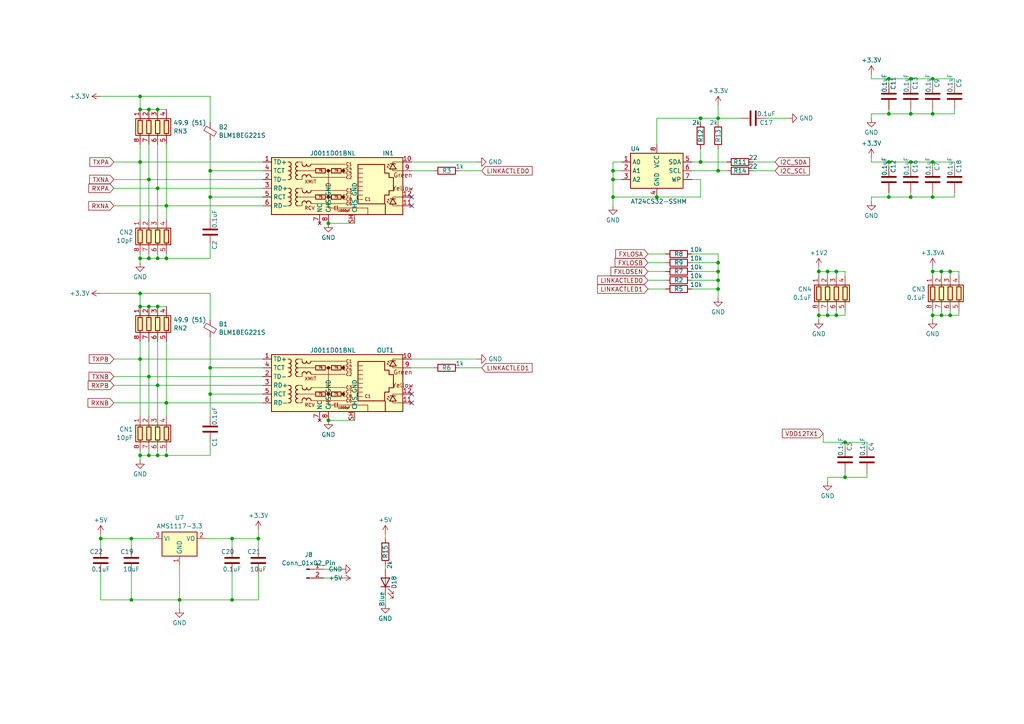
<source format=kicad_sch>
(kicad_sch
	(version 20231120)
	(generator "eeschema")
	(generator_version "8.0")
	(uuid "44502797-95d0-4488-8494-8214d539b93c")
	(paper "A4")
	(title_block
		(title "THCAD reader")
	)
	(lib_symbols
		(symbol "Connector:Conn_01x02_Pin"
			(pin_names
				(offset 1.016) hide)
			(exclude_from_sim no)
			(in_bom yes)
			(on_board yes)
			(property "Reference" "J"
				(at 0 2.54 0)
				(effects
					(font
						(size 1.27 1.27)
					)
				)
			)
			(property "Value" "Conn_01x02_Pin"
				(at 0 -5.08 0)
				(effects
					(font
						(size 1.27 1.27)
					)
				)
			)
			(property "Footprint" ""
				(at 0 0 0)
				(effects
					(font
						(size 1.27 1.27)
					)
					(hide yes)
				)
			)
			(property "Datasheet" "~"
				(at 0 0 0)
				(effects
					(font
						(size 1.27 1.27)
					)
					(hide yes)
				)
			)
			(property "Description" "Generic connector, single row, 01x02, script generated"
				(at 0 0 0)
				(effects
					(font
						(size 1.27 1.27)
					)
					(hide yes)
				)
			)
			(property "ki_locked" ""
				(at 0 0 0)
				(effects
					(font
						(size 1.27 1.27)
					)
				)
			)
			(property "ki_keywords" "connector"
				(at 0 0 0)
				(effects
					(font
						(size 1.27 1.27)
					)
					(hide yes)
				)
			)
			(property "ki_fp_filters" "Connector*:*_1x??_*"
				(at 0 0 0)
				(effects
					(font
						(size 1.27 1.27)
					)
					(hide yes)
				)
			)
			(symbol "Conn_01x02_Pin_1_1"
				(polyline
					(pts
						(xy 1.27 -2.54) (xy 0.8636 -2.54)
					)
					(stroke
						(width 0.1524)
						(type default)
					)
					(fill
						(type none)
					)
				)
				(polyline
					(pts
						(xy 1.27 0) (xy 0.8636 0)
					)
					(stroke
						(width 0.1524)
						(type default)
					)
					(fill
						(type none)
					)
				)
				(rectangle
					(start 0.8636 -2.413)
					(end 0 -2.667)
					(stroke
						(width 0.1524)
						(type default)
					)
					(fill
						(type outline)
					)
				)
				(rectangle
					(start 0.8636 0.127)
					(end 0 -0.127)
					(stroke
						(width 0.1524)
						(type default)
					)
					(fill
						(type outline)
					)
				)
				(pin passive line
					(at 5.08 0 180)
					(length 3.81)
					(name "Pin_1"
						(effects
							(font
								(size 1.27 1.27)
							)
						)
					)
					(number "1"
						(effects
							(font
								(size 1.27 1.27)
							)
						)
					)
				)
				(pin passive line
					(at 5.08 -2.54 180)
					(length 3.81)
					(name "Pin_2"
						(effects
							(font
								(size 1.27 1.27)
							)
						)
					)
					(number "2"
						(effects
							(font
								(size 1.27 1.27)
							)
						)
					)
				)
			)
		)
		(symbol "Device:C"
			(pin_numbers hide)
			(pin_names
				(offset 0.254)
			)
			(exclude_from_sim no)
			(in_bom yes)
			(on_board yes)
			(property "Reference" "C"
				(at 0.635 2.54 0)
				(effects
					(font
						(size 1.27 1.27)
					)
					(justify left)
				)
			)
			(property "Value" "C"
				(at 0.635 -2.54 0)
				(effects
					(font
						(size 1.27 1.27)
					)
					(justify left)
				)
			)
			(property "Footprint" ""
				(at 0.9652 -3.81 0)
				(effects
					(font
						(size 1.27 1.27)
					)
					(hide yes)
				)
			)
			(property "Datasheet" "~"
				(at 0 0 0)
				(effects
					(font
						(size 1.27 1.27)
					)
					(hide yes)
				)
			)
			(property "Description" "Unpolarized capacitor"
				(at 0 0 0)
				(effects
					(font
						(size 1.27 1.27)
					)
					(hide yes)
				)
			)
			(property "ki_keywords" "cap capacitor"
				(at 0 0 0)
				(effects
					(font
						(size 1.27 1.27)
					)
					(hide yes)
				)
			)
			(property "ki_fp_filters" "C_*"
				(at 0 0 0)
				(effects
					(font
						(size 1.27 1.27)
					)
					(hide yes)
				)
			)
			(symbol "C_0_1"
				(polyline
					(pts
						(xy -2.032 -0.762) (xy 2.032 -0.762)
					)
					(stroke
						(width 0.508)
						(type default)
					)
					(fill
						(type none)
					)
				)
				(polyline
					(pts
						(xy -2.032 0.762) (xy 2.032 0.762)
					)
					(stroke
						(width 0.508)
						(type default)
					)
					(fill
						(type none)
					)
				)
			)
			(symbol "C_1_1"
				(pin passive line
					(at 0 3.81 270)
					(length 2.794)
					(name "~"
						(effects
							(font
								(size 1.27 1.27)
							)
						)
					)
					(number "1"
						(effects
							(font
								(size 1.27 1.27)
							)
						)
					)
				)
				(pin passive line
					(at 0 -3.81 90)
					(length 2.794)
					(name "~"
						(effects
							(font
								(size 1.27 1.27)
							)
						)
					)
					(number "2"
						(effects
							(font
								(size 1.27 1.27)
							)
						)
					)
				)
			)
		)
		(symbol "Device:FerriteBead_Small"
			(pin_numbers hide)
			(pin_names
				(offset 0)
			)
			(exclude_from_sim no)
			(in_bom yes)
			(on_board yes)
			(property "Reference" "FB"
				(at 1.905 1.27 0)
				(effects
					(font
						(size 1.27 1.27)
					)
					(justify left)
				)
			)
			(property "Value" "FerriteBead_Small"
				(at 1.905 -1.27 0)
				(effects
					(font
						(size 1.27 1.27)
					)
					(justify left)
				)
			)
			(property "Footprint" ""
				(at -1.778 0 90)
				(effects
					(font
						(size 1.27 1.27)
					)
					(hide yes)
				)
			)
			(property "Datasheet" "~"
				(at 0 0 0)
				(effects
					(font
						(size 1.27 1.27)
					)
					(hide yes)
				)
			)
			(property "Description" "Ferrite bead, small symbol"
				(at 0 0 0)
				(effects
					(font
						(size 1.27 1.27)
					)
					(hide yes)
				)
			)
			(property "ki_keywords" "L ferrite bead inductor filter"
				(at 0 0 0)
				(effects
					(font
						(size 1.27 1.27)
					)
					(hide yes)
				)
			)
			(property "ki_fp_filters" "Inductor_* L_* *Ferrite*"
				(at 0 0 0)
				(effects
					(font
						(size 1.27 1.27)
					)
					(hide yes)
				)
			)
			(symbol "FerriteBead_Small_0_1"
				(polyline
					(pts
						(xy 0 -1.27) (xy 0 -0.7874)
					)
					(stroke
						(width 0)
						(type default)
					)
					(fill
						(type none)
					)
				)
				(polyline
					(pts
						(xy 0 0.889) (xy 0 1.2954)
					)
					(stroke
						(width 0)
						(type default)
					)
					(fill
						(type none)
					)
				)
				(polyline
					(pts
						(xy -1.8288 0.2794) (xy -1.1176 1.4986) (xy 1.8288 -0.2032) (xy 1.1176 -1.4224) (xy -1.8288 0.2794)
					)
					(stroke
						(width 0)
						(type default)
					)
					(fill
						(type none)
					)
				)
			)
			(symbol "FerriteBead_Small_1_1"
				(pin passive line
					(at 0 2.54 270)
					(length 1.27)
					(name "~"
						(effects
							(font
								(size 1.27 1.27)
							)
						)
					)
					(number "1"
						(effects
							(font
								(size 1.27 1.27)
							)
						)
					)
				)
				(pin passive line
					(at 0 -2.54 90)
					(length 1.27)
					(name "~"
						(effects
							(font
								(size 1.27 1.27)
							)
						)
					)
					(number "2"
						(effects
							(font
								(size 1.27 1.27)
							)
						)
					)
				)
			)
		)
		(symbol "Device:LED"
			(pin_numbers hide)
			(pin_names
				(offset 1.016) hide)
			(exclude_from_sim no)
			(in_bom yes)
			(on_board yes)
			(property "Reference" "D"
				(at 0 2.54 0)
				(effects
					(font
						(size 1.27 1.27)
					)
				)
			)
			(property "Value" "LED"
				(at 0 -2.54 0)
				(effects
					(font
						(size 1.27 1.27)
					)
				)
			)
			(property "Footprint" ""
				(at 0 0 0)
				(effects
					(font
						(size 1.27 1.27)
					)
					(hide yes)
				)
			)
			(property "Datasheet" "~"
				(at 0 0 0)
				(effects
					(font
						(size 1.27 1.27)
					)
					(hide yes)
				)
			)
			(property "Description" "Light emitting diode"
				(at 0 0 0)
				(effects
					(font
						(size 1.27 1.27)
					)
					(hide yes)
				)
			)
			(property "ki_keywords" "LED diode"
				(at 0 0 0)
				(effects
					(font
						(size 1.27 1.27)
					)
					(hide yes)
				)
			)
			(property "ki_fp_filters" "LED* LED_SMD:* LED_THT:*"
				(at 0 0 0)
				(effects
					(font
						(size 1.27 1.27)
					)
					(hide yes)
				)
			)
			(symbol "LED_0_1"
				(polyline
					(pts
						(xy -1.27 -1.27) (xy -1.27 1.27)
					)
					(stroke
						(width 0.254)
						(type default)
					)
					(fill
						(type none)
					)
				)
				(polyline
					(pts
						(xy -1.27 0) (xy 1.27 0)
					)
					(stroke
						(width 0)
						(type default)
					)
					(fill
						(type none)
					)
				)
				(polyline
					(pts
						(xy 1.27 -1.27) (xy 1.27 1.27) (xy -1.27 0) (xy 1.27 -1.27)
					)
					(stroke
						(width 0.254)
						(type default)
					)
					(fill
						(type none)
					)
				)
				(polyline
					(pts
						(xy -3.048 -0.762) (xy -4.572 -2.286) (xy -3.81 -2.286) (xy -4.572 -2.286) (xy -4.572 -1.524)
					)
					(stroke
						(width 0)
						(type default)
					)
					(fill
						(type none)
					)
				)
				(polyline
					(pts
						(xy -1.778 -0.762) (xy -3.302 -2.286) (xy -2.54 -2.286) (xy -3.302 -2.286) (xy -3.302 -1.524)
					)
					(stroke
						(width 0)
						(type default)
					)
					(fill
						(type none)
					)
				)
			)
			(symbol "LED_1_1"
				(pin passive line
					(at -3.81 0 0)
					(length 2.54)
					(name "K"
						(effects
							(font
								(size 1.27 1.27)
							)
						)
					)
					(number "1"
						(effects
							(font
								(size 1.27 1.27)
							)
						)
					)
				)
				(pin passive line
					(at 3.81 0 180)
					(length 2.54)
					(name "A"
						(effects
							(font
								(size 1.27 1.27)
							)
						)
					)
					(number "2"
						(effects
							(font
								(size 1.27 1.27)
							)
						)
					)
				)
			)
		)
		(symbol "Device:R"
			(pin_numbers hide)
			(pin_names
				(offset 0)
			)
			(exclude_from_sim no)
			(in_bom yes)
			(on_board yes)
			(property "Reference" "R"
				(at 2.032 0 90)
				(effects
					(font
						(size 1.27 1.27)
					)
				)
			)
			(property "Value" "R"
				(at 0 0 90)
				(effects
					(font
						(size 1.27 1.27)
					)
				)
			)
			(property "Footprint" ""
				(at -1.778 0 90)
				(effects
					(font
						(size 1.27 1.27)
					)
					(hide yes)
				)
			)
			(property "Datasheet" "~"
				(at 0 0 0)
				(effects
					(font
						(size 1.27 1.27)
					)
					(hide yes)
				)
			)
			(property "Description" "Resistor"
				(at 0 0 0)
				(effects
					(font
						(size 1.27 1.27)
					)
					(hide yes)
				)
			)
			(property "ki_keywords" "R res resistor"
				(at 0 0 0)
				(effects
					(font
						(size 1.27 1.27)
					)
					(hide yes)
				)
			)
			(property "ki_fp_filters" "R_*"
				(at 0 0 0)
				(effects
					(font
						(size 1.27 1.27)
					)
					(hide yes)
				)
			)
			(symbol "R_0_1"
				(rectangle
					(start -1.016 -2.54)
					(end 1.016 2.54)
					(stroke
						(width 0.254)
						(type default)
					)
					(fill
						(type none)
					)
				)
			)
			(symbol "R_1_1"
				(pin passive line
					(at 0 3.81 270)
					(length 1.27)
					(name "~"
						(effects
							(font
								(size 1.27 1.27)
							)
						)
					)
					(number "1"
						(effects
							(font
								(size 1.27 1.27)
							)
						)
					)
				)
				(pin passive line
					(at 0 -3.81 90)
					(length 1.27)
					(name "~"
						(effects
							(font
								(size 1.27 1.27)
							)
						)
					)
					(number "2"
						(effects
							(font
								(size 1.27 1.27)
							)
						)
					)
				)
			)
		)
		(symbol "Device:R_Pack04"
			(pin_names
				(offset 0) hide)
			(exclude_from_sim no)
			(in_bom yes)
			(on_board yes)
			(property "Reference" "RN"
				(at -7.62 0 90)
				(effects
					(font
						(size 1.27 1.27)
					)
				)
			)
			(property "Value" "R_Pack04"
				(at 5.08 0 90)
				(effects
					(font
						(size 1.27 1.27)
					)
				)
			)
			(property "Footprint" ""
				(at 6.985 0 90)
				(effects
					(font
						(size 1.27 1.27)
					)
					(hide yes)
				)
			)
			(property "Datasheet" "~"
				(at 0 0 0)
				(effects
					(font
						(size 1.27 1.27)
					)
					(hide yes)
				)
			)
			(property "Description" "4 resistor network, parallel topology"
				(at 0 0 0)
				(effects
					(font
						(size 1.27 1.27)
					)
					(hide yes)
				)
			)
			(property "ki_keywords" "R network parallel topology isolated"
				(at 0 0 0)
				(effects
					(font
						(size 1.27 1.27)
					)
					(hide yes)
				)
			)
			(property "ki_fp_filters" "DIP* SOIC* R*Array*Concave* R*Array*Convex* MSOP*"
				(at 0 0 0)
				(effects
					(font
						(size 1.27 1.27)
					)
					(hide yes)
				)
			)
			(symbol "R_Pack04_0_1"
				(rectangle
					(start -6.35 -2.413)
					(end 3.81 2.413)
					(stroke
						(width 0.254)
						(type default)
					)
					(fill
						(type background)
					)
				)
				(rectangle
					(start -5.715 1.905)
					(end -4.445 -1.905)
					(stroke
						(width 0.254)
						(type default)
					)
					(fill
						(type none)
					)
				)
				(rectangle
					(start -3.175 1.905)
					(end -1.905 -1.905)
					(stroke
						(width 0.254)
						(type default)
					)
					(fill
						(type none)
					)
				)
				(rectangle
					(start -0.635 1.905)
					(end 0.635 -1.905)
					(stroke
						(width 0.254)
						(type default)
					)
					(fill
						(type none)
					)
				)
				(polyline
					(pts
						(xy -5.08 -2.54) (xy -5.08 -1.905)
					)
					(stroke
						(width 0)
						(type default)
					)
					(fill
						(type none)
					)
				)
				(polyline
					(pts
						(xy -5.08 1.905) (xy -5.08 2.54)
					)
					(stroke
						(width 0)
						(type default)
					)
					(fill
						(type none)
					)
				)
				(polyline
					(pts
						(xy -2.54 -2.54) (xy -2.54 -1.905)
					)
					(stroke
						(width 0)
						(type default)
					)
					(fill
						(type none)
					)
				)
				(polyline
					(pts
						(xy -2.54 1.905) (xy -2.54 2.54)
					)
					(stroke
						(width 0)
						(type default)
					)
					(fill
						(type none)
					)
				)
				(polyline
					(pts
						(xy 0 -2.54) (xy 0 -1.905)
					)
					(stroke
						(width 0)
						(type default)
					)
					(fill
						(type none)
					)
				)
				(polyline
					(pts
						(xy 0 1.905) (xy 0 2.54)
					)
					(stroke
						(width 0)
						(type default)
					)
					(fill
						(type none)
					)
				)
				(polyline
					(pts
						(xy 2.54 -2.54) (xy 2.54 -1.905)
					)
					(stroke
						(width 0)
						(type default)
					)
					(fill
						(type none)
					)
				)
				(polyline
					(pts
						(xy 2.54 1.905) (xy 2.54 2.54)
					)
					(stroke
						(width 0)
						(type default)
					)
					(fill
						(type none)
					)
				)
				(rectangle
					(start 1.905 1.905)
					(end 3.175 -1.905)
					(stroke
						(width 0.254)
						(type default)
					)
					(fill
						(type none)
					)
				)
			)
			(symbol "R_Pack04_1_1"
				(pin passive line
					(at -5.08 -5.08 90)
					(length 2.54)
					(name "R1.1"
						(effects
							(font
								(size 1.27 1.27)
							)
						)
					)
					(number "1"
						(effects
							(font
								(size 1.27 1.27)
							)
						)
					)
				)
				(pin passive line
					(at -2.54 -5.08 90)
					(length 2.54)
					(name "R2.1"
						(effects
							(font
								(size 1.27 1.27)
							)
						)
					)
					(number "2"
						(effects
							(font
								(size 1.27 1.27)
							)
						)
					)
				)
				(pin passive line
					(at 0 -5.08 90)
					(length 2.54)
					(name "R3.1"
						(effects
							(font
								(size 1.27 1.27)
							)
						)
					)
					(number "3"
						(effects
							(font
								(size 1.27 1.27)
							)
						)
					)
				)
				(pin passive line
					(at 2.54 -5.08 90)
					(length 2.54)
					(name "R4.1"
						(effects
							(font
								(size 1.27 1.27)
							)
						)
					)
					(number "4"
						(effects
							(font
								(size 1.27 1.27)
							)
						)
					)
				)
				(pin passive line
					(at 2.54 5.08 270)
					(length 2.54)
					(name "R4.2"
						(effects
							(font
								(size 1.27 1.27)
							)
						)
					)
					(number "5"
						(effects
							(font
								(size 1.27 1.27)
							)
						)
					)
				)
				(pin passive line
					(at 0 5.08 270)
					(length 2.54)
					(name "R3.2"
						(effects
							(font
								(size 1.27 1.27)
							)
						)
					)
					(number "6"
						(effects
							(font
								(size 1.27 1.27)
							)
						)
					)
				)
				(pin passive line
					(at -2.54 5.08 270)
					(length 2.54)
					(name "R2.2"
						(effects
							(font
								(size 1.27 1.27)
							)
						)
					)
					(number "7"
						(effects
							(font
								(size 1.27 1.27)
							)
						)
					)
				)
				(pin passive line
					(at -5.08 5.08 270)
					(length 2.54)
					(name "R1.2"
						(effects
							(font
								(size 1.27 1.27)
							)
						)
					)
					(number "8"
						(effects
							(font
								(size 1.27 1.27)
							)
						)
					)
				)
			)
		)
		(symbol "HakansLibrary:J0011D01BNL"
			(exclude_from_sim no)
			(in_bom yes)
			(on_board yes)
			(property "Reference" "J"
				(at 17.78 10.16 0)
				(effects
					(font
						(size 1.27 1.27)
					)
					(justify right)
				)
			)
			(property "Value" "J0011D01BNL"
				(at 0 10.16 0)
				(effects
					(font
						(size 1.27 1.27)
					)
				)
			)
			(property "Footprint" ""
				(at 0 12.7 0)
				(effects
					(font
						(size 1.27 1.27)
					)
					(hide yes)
				)
			)
			(property "Datasheet" ""
				(at 0 16.51 0)
				(effects
					(font
						(size 1.27 1.27)
					)
					(justify top)
					(hide yes)
				)
			)
			(property "Description" "LAN Transformer Jack, RJ45, 10/100 BaseT"
				(at 0 0 0)
				(effects
					(font
						(size 1.27 1.27)
					)
					(hide yes)
				)
			)
			(property "ki_keywords" "lan jack socket transformer"
				(at 0 0 0)
				(effects
					(font
						(size 1.27 1.27)
					)
					(hide yes)
				)
			)
			(property "ki_fp_filters" "RJ45*Wuerth*7499010121A*"
				(at 0 0 0)
				(effects
					(font
						(size 1.27 1.27)
					)
					(hide yes)
				)
			)
			(symbol "J0011D01BNL_0_0"
				(circle
					(center -1.27 -2.54)
					(radius 0.0001)
					(stroke
						(width 0.508)
						(type default)
					)
					(fill
						(type none)
					)
				)
				(circle
					(center -1.27 5.08)
					(radius 0.0001)
					(stroke
						(width 0.508)
						(type default)
					)
					(fill
						(type none)
					)
				)
				(polyline
					(pts
						(xy -1.27 5.08) (xy -1.27 -5.715)
					)
					(stroke
						(width 0)
						(type default)
					)
					(fill
						(type none)
					)
				)
				(polyline
					(pts
						(xy 0.635 -5.08) (xy 0.635 -6.35)
					)
					(stroke
						(width 0.254)
						(type default)
					)
					(fill
						(type none)
					)
				)
				(polyline
					(pts
						(xy 1.27 -5.08) (xy 1.27 -6.35)
					)
					(stroke
						(width 0.254)
						(type default)
					)
					(fill
						(type none)
					)
				)
				(polyline
					(pts
						(xy 3.048 -2.54) (xy 2.54 -2.54)
					)
					(stroke
						(width 0)
						(type default)
					)
					(fill
						(type none)
					)
				)
				(polyline
					(pts
						(xy 3.048 5.08) (xy 2.54 5.08)
					)
					(stroke
						(width 0)
						(type default)
					)
					(fill
						(type none)
					)
				)
				(polyline
					(pts
						(xy 17.399 -3.175) (xy 17.399 -2.54) (xy 20.32 -2.54)
					)
					(stroke
						(width 0)
						(type default)
					)
					(fill
						(type none)
					)
				)
				(polyline
					(pts
						(xy 17.399 6.985) (xy 17.399 7.62) (xy 20.32 7.62)
					)
					(stroke
						(width 0)
						(type default)
					)
					(fill
						(type none)
					)
				)
				(polyline
					(pts
						(xy 20.32 -5.08) (xy 17.399 -5.08) (xy 17.399 -4.572)
					)
					(stroke
						(width 0)
						(type default)
					)
					(fill
						(type none)
					)
				)
				(polyline
					(pts
						(xy 20.32 5.08) (xy 17.399 5.08) (xy 17.399 5.588)
					)
					(stroke
						(width 0)
						(type default)
					)
					(fill
						(type none)
					)
				)
				(polyline
					(pts
						(xy 3.683 -1.905) (xy 3.048 -1.905) (xy 3.048 -3.175) (xy 3.683 -3.175)
					)
					(stroke
						(width 0)
						(type default)
					)
					(fill
						(type none)
					)
				)
				(polyline
					(pts
						(xy 3.683 5.715) (xy 3.048 5.715) (xy 3.048 4.445) (xy 3.683 4.445)
					)
					(stroke
						(width 0)
						(type default)
					)
					(fill
						(type none)
					)
				)
				(circle
					(center 3.048 -2.54)
					(radius 0.0001)
					(stroke
						(width 0.508)
						(type default)
					)
					(fill
						(type none)
					)
				)
				(circle
					(center 3.048 5.08)
					(radius 0.0001)
					(stroke
						(width 0.508)
						(type default)
					)
					(fill
						(type none)
					)
				)
				(text "C1"
					(at 4.699 6.985 0)
					(effects
						(font
							(size 0.889 0.889)
						)
					)
				)
				(text "C1"
					(at 10.16 -3.175 0)
					(effects
						(font
							(size 0.889 0.889)
						)
					)
				)
				(text "C2"
					(at 4.699 3.175 0)
					(effects
						(font
							(size 0.889 0.889)
						)
					)
				)
				(text "C3"
					(at 4.699 -0.635 0)
					(effects
						(font
							(size 0.889 0.889)
						)
					)
				)
				(text "C4"
					(at 4.699 5.715 0)
					(effects
						(font
							(size 0.889 0.889)
						)
					)
				)
				(text "C5"
					(at 4.699 4.445 0)
					(effects
						(font
							(size 0.889 0.889)
						)
					)
				)
				(text "C6"
					(at 4.699 -4.445 0)
					(effects
						(font
							(size 0.889 0.889)
						)
					)
				)
				(text "C7"
					(at 4.699 -1.905 0)
					(effects
						(font
							(size 0.889 0.889)
						)
					)
				)
				(text "C8"
					(at 4.699 -3.175 0)
					(effects
						(font
							(size 0.889 0.889)
						)
					)
				)
				(text "RCV"
					(at -8.255 -5.715 0)
					(effects
						(font
							(size 1.016 1.016)
						)
						(justify left)
					)
				)
				(text "XMIT"
					(at -8.255 1.905 0)
					(effects
						(font
							(size 1.016 1.016)
						)
						(justify left)
					)
				)
			)
			(symbol "J0011D01BNL_0_1"
				(rectangle
					(start -17.78 8.89)
					(end 20.32 -7.62)
					(stroke
						(width 0.254)
						(type default)
					)
					(fill
						(type background)
					)
				)
				(polyline
					(pts
						(xy -12.7 -5.08) (xy -13.081 -5.08)
					)
					(stroke
						(width 0)
						(type default)
					)
					(fill
						(type none)
					)
				)
				(polyline
					(pts
						(xy -12.7 -2.54) (xy -13.081 -2.54)
					)
					(stroke
						(width 0)
						(type default)
					)
					(fill
						(type none)
					)
				)
				(polyline
					(pts
						(xy -12.7 0) (xy -13.081 0)
					)
					(stroke
						(width 0)
						(type default)
					)
					(fill
						(type none)
					)
				)
				(polyline
					(pts
						(xy -12.7 2.54) (xy -13.081 2.54)
					)
					(stroke
						(width 0)
						(type default)
					)
					(fill
						(type none)
					)
				)
				(polyline
					(pts
						(xy -12.7 5.08) (xy -13.081 5.08)
					)
					(stroke
						(width 0)
						(type default)
					)
					(fill
						(type none)
					)
				)
				(polyline
					(pts
						(xy -12.7 7.62) (xy -13.081 7.62)
					)
					(stroke
						(width 0)
						(type default)
					)
					(fill
						(type none)
					)
				)
				(polyline
					(pts
						(xy -6.35 -4.445) (xy 3.683 -4.445)
					)
					(stroke
						(width 0)
						(type default)
					)
					(fill
						(type none)
					)
				)
				(polyline
					(pts
						(xy -6.35 3.175) (xy 3.683 3.175)
					)
					(stroke
						(width 0)
						(type default)
					)
					(fill
						(type none)
					)
				)
				(polyline
					(pts
						(xy -6.35 6.985) (xy 3.683 6.985)
					)
					(stroke
						(width 0)
						(type default)
					)
					(fill
						(type none)
					)
				)
				(polyline
					(pts
						(xy -6.223 -0.635) (xy 3.683 -0.635)
					)
					(stroke
						(width 0)
						(type default)
					)
					(fill
						(type none)
					)
				)
				(polyline
					(pts
						(xy -5.08 -2.54) (xy -10.16 -2.54)
					)
					(stroke
						(width 0)
						(type default)
					)
					(fill
						(type none)
					)
				)
				(polyline
					(pts
						(xy -4.953 5.08) (xy -10.16 5.08)
					)
					(stroke
						(width 0)
						(type default)
					)
					(fill
						(type none)
					)
				)
				(polyline
					(pts
						(xy -2.159 -2.54) (xy -0.381 -2.54)
					)
					(stroke
						(width 0)
						(type default)
					)
					(fill
						(type none)
					)
				)
				(polyline
					(pts
						(xy -2.159 5.08) (xy -0.381 5.08)
					)
					(stroke
						(width 0)
						(type default)
					)
					(fill
						(type none)
					)
				)
				(polyline
					(pts
						(xy 0.635 -5.715) (xy -1.27 -5.715)
					)
					(stroke
						(width 0)
						(type default)
					)
					(fill
						(type none)
					)
				)
				(polyline
					(pts
						(xy 7.4295 -1.9685) (xy 8.6995 -1.9685)
					)
					(stroke
						(width 0)
						(type default)
					)
					(fill
						(type none)
					)
				)
				(polyline
					(pts
						(xy 7.4295 -0.6985) (xy 8.6995 -0.6985)
					)
					(stroke
						(width 0)
						(type default)
					)
					(fill
						(type none)
					)
				)
				(polyline
					(pts
						(xy 7.4295 0.5715) (xy 8.6995 0.5715)
					)
					(stroke
						(width 0)
						(type default)
					)
					(fill
						(type none)
					)
				)
				(polyline
					(pts
						(xy 7.4295 1.8415) (xy 8.6995 1.8415)
					)
					(stroke
						(width 0)
						(type default)
					)
					(fill
						(type none)
					)
				)
				(polyline
					(pts
						(xy 7.4295 3.1115) (xy 8.6995 3.1115)
					)
					(stroke
						(width 0)
						(type default)
					)
					(fill
						(type none)
					)
				)
				(polyline
					(pts
						(xy 8.6995 -3.2385) (xy 7.4295 -3.2385)
					)
					(stroke
						(width 0)
						(type default)
					)
					(fill
						(type none)
					)
				)
				(polyline
					(pts
						(xy 8.6995 4.3815) (xy 7.4295 4.3815)
					)
					(stroke
						(width 0)
						(type default)
					)
					(fill
						(type none)
					)
				)
				(polyline
					(pts
						(xy 8.6995 5.6515) (xy 7.4295 5.6515)
					)
					(stroke
						(width 0)
						(type default)
					)
					(fill
						(type none)
					)
				)
				(polyline
					(pts
						(xy 10.16 -5.715) (xy 1.27 -5.715)
					)
					(stroke
						(width 0)
						(type default)
					)
					(fill
						(type none)
					)
				)
				(polyline
					(pts
						(xy 10.16 -5.715) (xy 10.16 -7.62)
					)
					(stroke
						(width 0)
						(type default)
					)
					(fill
						(type none)
					)
				)
				(polyline
					(pts
						(xy -10.16 0) (xy -8.89 0) (xy -8.89 -0.635)
					)
					(stroke
						(width 0)
						(type default)
					)
					(fill
						(type none)
					)
				)
				(polyline
					(pts
						(xy -10.16 7.62) (xy -8.89 7.62) (xy -8.89 6.985)
					)
					(stroke
						(width 0)
						(type default)
					)
					(fill
						(type none)
					)
				)
				(polyline
					(pts
						(xy -8.89 -4.445) (xy -8.89 -5.08) (xy -10.16 -5.08)
					)
					(stroke
						(width 0)
						(type default)
					)
					(fill
						(type none)
					)
				)
				(polyline
					(pts
						(xy -8.89 3.175) (xy -8.89 2.54) (xy -10.16 2.54)
					)
					(stroke
						(width 0)
						(type default)
					)
					(fill
						(type none)
					)
				)
			)
			(symbol "J0011D01BNL_1_0"
				(text "1000pF"
					(at 3.302 -6.477 0)
					(effects
						(font
							(size 0.635 0.635)
						)
					)
				)
			)
			(symbol "J0011D01BNL_1_1"
				(arc
					(start -12.7 -1.27)
					(mid -12.0677 -0.635)
					(end -12.7 0)
					(stroke
						(width 0.254)
						(type default)
					)
					(fill
						(type none)
					)
				)
				(arc
					(start -12.6973 -5.08)
					(mid -12.065 -4.445)
					(end -12.6973 -3.81)
					(stroke
						(width 0.254)
						(type default)
					)
					(fill
						(type none)
					)
				)
				(arc
					(start -12.6973 -3.81)
					(mid -12.065 -3.175)
					(end -12.6973 -2.54)
					(stroke
						(width 0.254)
						(type default)
					)
					(fill
						(type none)
					)
				)
				(arc
					(start -12.6973 -2.54)
					(mid -12.065 -1.905)
					(end -12.6973 -1.27)
					(stroke
						(width 0.254)
						(type default)
					)
					(fill
						(type none)
					)
				)
				(arc
					(start -12.6973 6.35)
					(mid -12.065 6.985)
					(end -12.6973 7.62)
					(stroke
						(width 0.254)
						(type default)
					)
					(fill
						(type none)
					)
				)
				(arc
					(start -12.6946 2.54)
					(mid -12.0623 3.175)
					(end -12.6946 3.81)
					(stroke
						(width 0.254)
						(type default)
					)
					(fill
						(type none)
					)
				)
				(arc
					(start -12.6946 3.81)
					(mid -12.0623 4.445)
					(end -12.6946 5.08)
					(stroke
						(width 0.254)
						(type default)
					)
					(fill
						(type none)
					)
				)
				(arc
					(start -12.6946 5.08)
					(mid -12.0623 5.715)
					(end -12.6946 6.35)
					(stroke
						(width 0.254)
						(type default)
					)
					(fill
						(type none)
					)
				)
				(arc
					(start -10.1654 -2.54)
					(mid -10.7977 -3.175)
					(end -10.1654 -3.81)
					(stroke
						(width 0.254)
						(type default)
					)
					(fill
						(type none)
					)
				)
				(arc
					(start -10.1654 -1.27)
					(mid -10.7977 -1.905)
					(end -10.1654 -2.54)
					(stroke
						(width 0.254)
						(type default)
					)
					(fill
						(type none)
					)
				)
				(arc
					(start -10.1654 0)
					(mid -10.7977 -0.635)
					(end -10.1654 -1.27)
					(stroke
						(width 0.254)
						(type default)
					)
					(fill
						(type none)
					)
				)
				(arc
					(start -10.1654 5.08)
					(mid -10.7977 4.445)
					(end -10.1654 3.81)
					(stroke
						(width 0.254)
						(type default)
					)
					(fill
						(type none)
					)
				)
				(arc
					(start -10.1654 6.35)
					(mid -10.7977 5.715)
					(end -10.1654 5.08)
					(stroke
						(width 0.254)
						(type default)
					)
					(fill
						(type none)
					)
				)
				(arc
					(start -10.1654 7.62)
					(mid -10.7977 6.985)
					(end -10.1654 6.35)
					(stroke
						(width 0.254)
						(type default)
					)
					(fill
						(type none)
					)
				)
				(arc
					(start -10.1627 -3.81)
					(mid -10.795 -4.445)
					(end -10.1627 -5.08)
					(stroke
						(width 0.254)
						(type default)
					)
					(fill
						(type none)
					)
				)
				(arc
					(start -10.1627 3.81)
					(mid -10.795 3.175)
					(end -10.1627 2.54)
					(stroke
						(width 0.254)
						(type default)
					)
					(fill
						(type none)
					)
				)
				(arc
					(start -8.89 6.9823)
					(mid -8.255 6.35)
					(end -7.62 6.9823)
					(stroke
						(width 0.254)
						(type default)
					)
					(fill
						(type none)
					)
				)
				(arc
					(start -8.8265 -0.7012)
					(mid -8.1915 -1.3335)
					(end -7.5565 -0.7012)
					(stroke
						(width 0.254)
						(type default)
					)
					(fill
						(type none)
					)
				)
				(arc
					(start -7.62 -4.3153)
					(mid -8.255 -3.683)
					(end -8.89 -4.3153)
					(stroke
						(width 0.254)
						(type default)
					)
					(fill
						(type none)
					)
				)
				(arc
					(start -7.62 3.3047)
					(mid -8.255 3.937)
					(end -8.89 3.3047)
					(stroke
						(width 0.254)
						(type default)
					)
					(fill
						(type none)
					)
				)
				(arc
					(start -7.62 6.985)
					(mid -6.985 6.3527)
					(end -6.35 6.985)
					(stroke
						(width 0.254)
						(type default)
					)
					(fill
						(type none)
					)
				)
				(arc
					(start -7.5565 -0.6985)
					(mid -6.9215 -1.3308)
					(end -6.2865 -0.6985)
					(stroke
						(width 0.254)
						(type default)
					)
					(fill
						(type none)
					)
				)
				(arc
					(start -6.35 -4.3126)
					(mid -6.985 -3.6803)
					(end -7.62 -4.3126)
					(stroke
						(width 0.254)
						(type default)
					)
					(fill
						(type none)
					)
				)
				(arc
					(start -6.35 3.3074)
					(mid -6.985 3.9397)
					(end -7.62 3.3074)
					(stroke
						(width 0.254)
						(type default)
					)
					(fill
						(type none)
					)
				)
				(rectangle
					(start -4.953 -1.905)
					(end -2.159 -3.175)
					(stroke
						(width 0.254)
						(type default)
					)
					(fill
						(type none)
					)
				)
				(rectangle
					(start -4.953 5.715)
					(end -2.159 4.445)
					(stroke
						(width 0.254)
						(type default)
					)
					(fill
						(type none)
					)
				)
				(rectangle
					(start -0.381 -1.905)
					(end 2.413 -3.175)
					(stroke
						(width 0.254)
						(type default)
					)
					(fill
						(type none)
					)
				)
				(rectangle
					(start -0.381 5.715)
					(end 2.413 4.445)
					(stroke
						(width 0.254)
						(type default)
					)
					(fill
						(type none)
					)
				)
				(polyline
					(pts
						(xy 15.24 -7.62) (xy 15.24 -4.572)
					)
					(stroke
						(width 0.254)
						(type default)
					)
					(fill
						(type none)
					)
				)
				(polyline
					(pts
						(xy 15.748 -3.81) (xy 15.748 -4.064)
					)
					(stroke
						(width 0)
						(type default)
					)
					(fill
						(type none)
					)
				)
				(polyline
					(pts
						(xy 15.748 6.35) (xy 15.748 6.096)
					)
					(stroke
						(width 0)
						(type default)
					)
					(fill
						(type none)
					)
				)
				(polyline
					(pts
						(xy 16.002 -3.175) (xy 16.002 -3.429)
					)
					(stroke
						(width 0)
						(type default)
					)
					(fill
						(type none)
					)
				)
				(polyline
					(pts
						(xy 16.002 6.985) (xy 16.002 6.731)
					)
					(stroke
						(width 0)
						(type default)
					)
					(fill
						(type none)
					)
				)
				(polyline
					(pts
						(xy 16.637 -3.048) (xy 18.161 -3.048)
					)
					(stroke
						(width 0.254)
						(type default)
					)
					(fill
						(type none)
					)
				)
				(polyline
					(pts
						(xy 16.637 7.112) (xy 18.161 7.112)
					)
					(stroke
						(width 0.254)
						(type default)
					)
					(fill
						(type none)
					)
				)
				(polyline
					(pts
						(xy 16.256 -4.318) (xy 15.748 -3.81) (xy 16.002 -3.81)
					)
					(stroke
						(width 0)
						(type default)
					)
					(fill
						(type none)
					)
				)
				(polyline
					(pts
						(xy 16.256 5.842) (xy 15.748 6.35) (xy 16.002 6.35)
					)
					(stroke
						(width 0)
						(type default)
					)
					(fill
						(type none)
					)
				)
				(polyline
					(pts
						(xy 16.51 -3.683) (xy 16.002 -3.175) (xy 16.256 -3.175)
					)
					(stroke
						(width 0)
						(type default)
					)
					(fill
						(type none)
					)
				)
				(polyline
					(pts
						(xy 16.51 6.477) (xy 16.002 6.985) (xy 16.256 6.985)
					)
					(stroke
						(width 0)
						(type default)
					)
					(fill
						(type none)
					)
				)
				(polyline
					(pts
						(xy 16.51 -4.572) (xy 18.415 -4.572) (xy 17.399 -3.048) (xy 16.51 -4.572)
					)
					(stroke
						(width 0.254)
						(type default)
					)
					(fill
						(type none)
					)
				)
				(polyline
					(pts
						(xy 16.51 5.588) (xy 18.415 5.588) (xy 17.399 7.112) (xy 16.51 5.588)
					)
					(stroke
						(width 0.254)
						(type default)
					)
					(fill
						(type none)
					)
				)
				(polyline
					(pts
						(xy 7.3025 -4.5085) (xy 7.3025 6.9215) (xy 15.0495 6.9215) (xy 15.0495 4.3815) (xy 16.3195 4.3815)
						(xy 16.3195 3.1115) (xy 17.5895 3.1115) (xy 17.5895 -0.6985) (xy 16.3195 -0.6985) (xy 16.3195 -1.9685)
						(xy 15.0495 -1.9685) (xy 15.0495 -4.5085) (xy 7.3025 -4.5085)
					)
					(stroke
						(width 0.254)
						(type default)
					)
					(fill
						(type none)
					)
				)
				(text "75"
					(at -3.556 -2.54 0)
					(effects
						(font
							(size 0.635 0.635)
						)
					)
				)
				(text "75"
					(at -3.556 5.08 0)
					(effects
						(font
							(size 0.635 0.635)
						)
					)
				)
				(text "75"
					(at 1.016 -2.54 0)
					(effects
						(font
							(size 0.635 0.635)
						)
					)
				)
				(text "75"
					(at 1.016 5.08 0)
					(effects
						(font
							(size 0.635 0.635)
						)
					)
				)
				(text "Green"
					(at 20.32 3.81 0)
					(effects
						(font
							(size 1.27 1.27)
						)
					)
				)
				(text "Yellow"
					(at 20.32 0 0)
					(effects
						(font
							(size 1.27 1.27)
						)
					)
				)
				(pin passive line
					(at -20.32 7.62 0)
					(length 2.54)
					(name "TD+"
						(effects
							(font
								(size 1.27 1.27)
							)
						)
					)
					(number "1"
						(effects
							(font
								(size 1.27 1.27)
							)
						)
					)
				)
				(pin passive line
					(at 22.86 7.62 180)
					(length 2.54)
					(name ""
						(effects
							(font
								(size 1.27 1.27)
							)
						)
					)
					(number "10"
						(effects
							(font
								(size 1.27 1.27)
							)
						)
					)
				)
				(pin passive line
					(at 22.86 -5.08 180)
					(length 2.54)
					(name ""
						(effects
							(font
								(size 1.27 1.27)
							)
						)
					)
					(number "11"
						(effects
							(font
								(size 1.27 1.27)
							)
						)
					)
				)
				(pin passive line
					(at 22.86 -2.54 180)
					(length 2.54)
					(name ""
						(effects
							(font
								(size 1.27 1.27)
							)
						)
					)
					(number "12"
						(effects
							(font
								(size 1.27 1.27)
							)
						)
					)
				)
				(pin passive line
					(at -20.32 2.54 0)
					(length 2.54)
					(name "TD-"
						(effects
							(font
								(size 1.27 1.27)
							)
						)
					)
					(number "2"
						(effects
							(font
								(size 1.27 1.27)
							)
						)
					)
				)
				(pin passive line
					(at -20.32 0 0)
					(length 2.54)
					(name "RD+"
						(effects
							(font
								(size 1.27 1.27)
							)
						)
					)
					(number "3"
						(effects
							(font
								(size 1.27 1.27)
							)
						)
					)
				)
				(pin passive line
					(at -20.32 5.08 0)
					(length 2.54)
					(name "TCT"
						(effects
							(font
								(size 1.27 1.27)
							)
						)
					)
					(number "4"
						(effects
							(font
								(size 1.27 1.27)
							)
						)
					)
				)
				(pin passive line
					(at -20.32 -2.54 0)
					(length 2.54)
					(name "RCT"
						(effects
							(font
								(size 1.27 1.27)
							)
						)
					)
					(number "5"
						(effects
							(font
								(size 1.27 1.27)
							)
						)
					)
				)
				(pin passive line
					(at -20.32 -5.08 0)
					(length 2.54)
					(name "RD-"
						(effects
							(font
								(size 1.27 1.27)
							)
						)
					)
					(number "6"
						(effects
							(font
								(size 1.27 1.27)
							)
						)
					)
				)
				(pin no_connect line
					(at -3.81 -10.16 90)
					(length 2.54)
					(name "NC"
						(effects
							(font
								(size 1.27 1.27)
							)
						)
					)
					(number "7"
						(effects
							(font
								(size 1.27 1.27)
							)
						)
					)
				)
				(pin no_connect line
					(at 20.32 0 0)
					(length 0) hide
					(name "NC"
						(effects
							(font
								(size 1.27 1.27)
							)
						)
					)
					(number "7"
						(effects
							(font
								(size 1.27 1.27)
							)
						)
					)
				)
				(pin power_in line
					(at -1.27 -10.16 90)
					(length 2.54)
					(name "CHS_GND"
						(effects
							(font
								(size 1.27 1.27)
							)
						)
					)
					(number "8"
						(effects
							(font
								(size 1.27 1.27)
							)
						)
					)
				)
				(pin passive line
					(at 22.86 5.08 180)
					(length 2.54)
					(name ""
						(effects
							(font
								(size 1.27 1.27)
							)
						)
					)
					(number "9"
						(effects
							(font
								(size 1.27 1.27)
							)
						)
					)
				)
				(pin power_in line
					(at 6.35 -10.16 90)
					(length 2.54)
					(name "CHS_GND"
						(effects
							(font
								(size 1.27 1.27)
							)
						)
					)
					(number "SH"
						(effects
							(font
								(size 1.27 1.27)
							)
						)
					)
				)
			)
		)
		(symbol "Memory_EEPROM:AT24CS32-SSHM"
			(exclude_from_sim no)
			(in_bom yes)
			(on_board yes)
			(property "Reference" "U"
				(at -7.62 6.35 0)
				(effects
					(font
						(size 1.27 1.27)
					)
				)
			)
			(property "Value" "AT24CS32-SSHM"
				(at 2.54 -6.35 0)
				(effects
					(font
						(size 1.27 1.27)
					)
					(justify left)
				)
			)
			(property "Footprint" "Package_SO:SOIC-8_3.9x4.9mm_P1.27mm"
				(at 0 0 0)
				(effects
					(font
						(size 1.27 1.27)
					)
					(hide yes)
				)
			)
			(property "Datasheet" "http://ww1.microchip.com/downloads/en/DeviceDoc/Atmel-8869-SEEPROM-AT24CS32-Datasheet.pdf"
				(at 0 0 0)
				(effects
					(font
						(size 1.27 1.27)
					)
					(hide yes)
				)
			)
			(property "Description" "I2C Serial EEPROM, 32Kb (4096x8) with Unique Serial Number, SO8"
				(at 0 0 0)
				(effects
					(font
						(size 1.27 1.27)
					)
					(hide yes)
				)
			)
			(property "ki_keywords" "I2C Serial EEPROM Nonvolatile Memory"
				(at 0 0 0)
				(effects
					(font
						(size 1.27 1.27)
					)
					(hide yes)
				)
			)
			(property "ki_fp_filters" "SOIC*3.9x4.9mm*P1.27mm*"
				(at 0 0 0)
				(effects
					(font
						(size 1.27 1.27)
					)
					(hide yes)
				)
			)
			(symbol "AT24CS32-SSHM_1_1"
				(rectangle
					(start -7.62 5.08)
					(end 7.62 -5.08)
					(stroke
						(width 0.254)
						(type default)
					)
					(fill
						(type background)
					)
				)
				(pin input line
					(at -10.16 2.54 0)
					(length 2.54)
					(name "A0"
						(effects
							(font
								(size 1.27 1.27)
							)
						)
					)
					(number "1"
						(effects
							(font
								(size 1.27 1.27)
							)
						)
					)
				)
				(pin input line
					(at -10.16 0 0)
					(length 2.54)
					(name "A1"
						(effects
							(font
								(size 1.27 1.27)
							)
						)
					)
					(number "2"
						(effects
							(font
								(size 1.27 1.27)
							)
						)
					)
				)
				(pin input line
					(at -10.16 -2.54 0)
					(length 2.54)
					(name "A2"
						(effects
							(font
								(size 1.27 1.27)
							)
						)
					)
					(number "3"
						(effects
							(font
								(size 1.27 1.27)
							)
						)
					)
				)
				(pin power_in line
					(at 0 -7.62 90)
					(length 2.54)
					(name "GND"
						(effects
							(font
								(size 1.27 1.27)
							)
						)
					)
					(number "4"
						(effects
							(font
								(size 1.27 1.27)
							)
						)
					)
				)
				(pin bidirectional line
					(at 10.16 2.54 180)
					(length 2.54)
					(name "SDA"
						(effects
							(font
								(size 1.27 1.27)
							)
						)
					)
					(number "5"
						(effects
							(font
								(size 1.27 1.27)
							)
						)
					)
				)
				(pin input line
					(at 10.16 0 180)
					(length 2.54)
					(name "SCL"
						(effects
							(font
								(size 1.27 1.27)
							)
						)
					)
					(number "6"
						(effects
							(font
								(size 1.27 1.27)
							)
						)
					)
				)
				(pin input line
					(at 10.16 -2.54 180)
					(length 2.54)
					(name "WP"
						(effects
							(font
								(size 1.27 1.27)
							)
						)
					)
					(number "7"
						(effects
							(font
								(size 1.27 1.27)
							)
						)
					)
				)
				(pin power_in line
					(at 0 7.62 270)
					(length 2.54)
					(name "VCC"
						(effects
							(font
								(size 1.27 1.27)
							)
						)
					)
					(number "8"
						(effects
							(font
								(size 1.27 1.27)
							)
						)
					)
				)
			)
		)
		(symbol "Regulator_Linear:AMS1117-3.3"
			(exclude_from_sim no)
			(in_bom yes)
			(on_board yes)
			(property "Reference" "U"
				(at -3.81 3.175 0)
				(effects
					(font
						(size 1.27 1.27)
					)
				)
			)
			(property "Value" "AMS1117-3.3"
				(at 0 3.175 0)
				(effects
					(font
						(size 1.27 1.27)
					)
					(justify left)
				)
			)
			(property "Footprint" "Package_TO_SOT_SMD:SOT-223-3_TabPin2"
				(at 0 5.08 0)
				(effects
					(font
						(size 1.27 1.27)
					)
					(hide yes)
				)
			)
			(property "Datasheet" "http://www.advanced-monolithic.com/pdf/ds1117.pdf"
				(at 2.54 -6.35 0)
				(effects
					(font
						(size 1.27 1.27)
					)
					(hide yes)
				)
			)
			(property "Description" "1A Low Dropout regulator, positive, 3.3V fixed output, SOT-223"
				(at 0 0 0)
				(effects
					(font
						(size 1.27 1.27)
					)
					(hide yes)
				)
			)
			(property "ki_keywords" "linear regulator ldo fixed positive"
				(at 0 0 0)
				(effects
					(font
						(size 1.27 1.27)
					)
					(hide yes)
				)
			)
			(property "ki_fp_filters" "SOT?223*TabPin2*"
				(at 0 0 0)
				(effects
					(font
						(size 1.27 1.27)
					)
					(hide yes)
				)
			)
			(symbol "AMS1117-3.3_0_1"
				(rectangle
					(start -5.08 -5.08)
					(end 5.08 1.905)
					(stroke
						(width 0.254)
						(type default)
					)
					(fill
						(type background)
					)
				)
			)
			(symbol "AMS1117-3.3_1_1"
				(pin power_in line
					(at 0 -7.62 90)
					(length 2.54)
					(name "GND"
						(effects
							(font
								(size 1.27 1.27)
							)
						)
					)
					(number "1"
						(effects
							(font
								(size 1.27 1.27)
							)
						)
					)
				)
				(pin power_out line
					(at 7.62 0 180)
					(length 2.54)
					(name "VO"
						(effects
							(font
								(size 1.27 1.27)
							)
						)
					)
					(number "2"
						(effects
							(font
								(size 1.27 1.27)
							)
						)
					)
				)
				(pin power_in line
					(at -7.62 0 0)
					(length 2.54)
					(name "VI"
						(effects
							(font
								(size 1.27 1.27)
							)
						)
					)
					(number "3"
						(effects
							(font
								(size 1.27 1.27)
							)
						)
					)
				)
			)
		)
		(symbol "power:+3.3V"
			(power)
			(pin_names
				(offset 0)
			)
			(exclude_from_sim no)
			(in_bom yes)
			(on_board yes)
			(property "Reference" "#PWR"
				(at 0 -3.81 0)
				(effects
					(font
						(size 1.27 1.27)
					)
					(hide yes)
				)
			)
			(property "Value" "+3.3V"
				(at 0 3.556 0)
				(effects
					(font
						(size 1.27 1.27)
					)
				)
			)
			(property "Footprint" ""
				(at 0 0 0)
				(effects
					(font
						(size 1.27 1.27)
					)
					(hide yes)
				)
			)
			(property "Datasheet" ""
				(at 0 0 0)
				(effects
					(font
						(size 1.27 1.27)
					)
					(hide yes)
				)
			)
			(property "Description" "Power symbol creates a global label with name \"+3.3V\""
				(at 0 0 0)
				(effects
					(font
						(size 1.27 1.27)
					)
					(hide yes)
				)
			)
			(property "ki_keywords" "global power"
				(at 0 0 0)
				(effects
					(font
						(size 1.27 1.27)
					)
					(hide yes)
				)
			)
			(symbol "+3.3V_0_1"
				(polyline
					(pts
						(xy -0.762 1.27) (xy 0 2.54)
					)
					(stroke
						(width 0)
						(type default)
					)
					(fill
						(type none)
					)
				)
				(polyline
					(pts
						(xy 0 0) (xy 0 2.54)
					)
					(stroke
						(width 0)
						(type default)
					)
					(fill
						(type none)
					)
				)
				(polyline
					(pts
						(xy 0 2.54) (xy 0.762 1.27)
					)
					(stroke
						(width 0)
						(type default)
					)
					(fill
						(type none)
					)
				)
			)
			(symbol "+3.3V_1_1"
				(pin power_in line
					(at 0 0 90)
					(length 0) hide
					(name "+3.3V"
						(effects
							(font
								(size 1.27 1.27)
							)
						)
					)
					(number "1"
						(effects
							(font
								(size 1.27 1.27)
							)
						)
					)
				)
			)
		)
		(symbol "power:+3.3VA"
			(power)
			(pin_names
				(offset 0)
			)
			(exclude_from_sim no)
			(in_bom yes)
			(on_board yes)
			(property "Reference" "#PWR"
				(at 0 -3.81 0)
				(effects
					(font
						(size 1.27 1.27)
					)
					(hide yes)
				)
			)
			(property "Value" "+3.3VA"
				(at 0 3.556 0)
				(effects
					(font
						(size 1.27 1.27)
					)
				)
			)
			(property "Footprint" ""
				(at 0 0 0)
				(effects
					(font
						(size 1.27 1.27)
					)
					(hide yes)
				)
			)
			(property "Datasheet" ""
				(at 0 0 0)
				(effects
					(font
						(size 1.27 1.27)
					)
					(hide yes)
				)
			)
			(property "Description" "Power symbol creates a global label with name \"+3.3VA\""
				(at 0 0 0)
				(effects
					(font
						(size 1.27 1.27)
					)
					(hide yes)
				)
			)
			(property "ki_keywords" "global power"
				(at 0 0 0)
				(effects
					(font
						(size 1.27 1.27)
					)
					(hide yes)
				)
			)
			(symbol "+3.3VA_0_1"
				(polyline
					(pts
						(xy -0.762 1.27) (xy 0 2.54)
					)
					(stroke
						(width 0)
						(type default)
					)
					(fill
						(type none)
					)
				)
				(polyline
					(pts
						(xy 0 0) (xy 0 2.54)
					)
					(stroke
						(width 0)
						(type default)
					)
					(fill
						(type none)
					)
				)
				(polyline
					(pts
						(xy 0 2.54) (xy 0.762 1.27)
					)
					(stroke
						(width 0)
						(type default)
					)
					(fill
						(type none)
					)
				)
			)
			(symbol "+3.3VA_1_1"
				(pin power_in line
					(at 0 0 90)
					(length 0) hide
					(name "+3.3VA"
						(effects
							(font
								(size 1.27 1.27)
							)
						)
					)
					(number "1"
						(effects
							(font
								(size 1.27 1.27)
							)
						)
					)
				)
			)
		)
		(symbol "power:+5V"
			(power)
			(pin_names
				(offset 0)
			)
			(exclude_from_sim no)
			(in_bom yes)
			(on_board yes)
			(property "Reference" "#PWR"
				(at 0 -3.81 0)
				(effects
					(font
						(size 1.27 1.27)
					)
					(hide yes)
				)
			)
			(property "Value" "+5V"
				(at 0 3.556 0)
				(effects
					(font
						(size 1.27 1.27)
					)
				)
			)
			(property "Footprint" ""
				(at 0 0 0)
				(effects
					(font
						(size 1.27 1.27)
					)
					(hide yes)
				)
			)
			(property "Datasheet" ""
				(at 0 0 0)
				(effects
					(font
						(size 1.27 1.27)
					)
					(hide yes)
				)
			)
			(property "Description" "Power symbol creates a global label with name \"+5V\""
				(at 0 0 0)
				(effects
					(font
						(size 1.27 1.27)
					)
					(hide yes)
				)
			)
			(property "ki_keywords" "global power"
				(at 0 0 0)
				(effects
					(font
						(size 1.27 1.27)
					)
					(hide yes)
				)
			)
			(symbol "+5V_0_1"
				(polyline
					(pts
						(xy -0.762 1.27) (xy 0 2.54)
					)
					(stroke
						(width 0)
						(type default)
					)
					(fill
						(type none)
					)
				)
				(polyline
					(pts
						(xy 0 0) (xy 0 2.54)
					)
					(stroke
						(width 0)
						(type default)
					)
					(fill
						(type none)
					)
				)
				(polyline
					(pts
						(xy 0 2.54) (xy 0.762 1.27)
					)
					(stroke
						(width 0)
						(type default)
					)
					(fill
						(type none)
					)
				)
			)
			(symbol "+5V_1_1"
				(pin power_in line
					(at 0 0 90)
					(length 0) hide
					(name "+5V"
						(effects
							(font
								(size 1.27 1.27)
							)
						)
					)
					(number "1"
						(effects
							(font
								(size 1.27 1.27)
							)
						)
					)
				)
			)
		)
		(symbol "power:GND"
			(power)
			(pin_names
				(offset 0)
			)
			(exclude_from_sim no)
			(in_bom yes)
			(on_board yes)
			(property "Reference" "#PWR"
				(at 0 -6.35 0)
				(effects
					(font
						(size 1.27 1.27)
					)
					(hide yes)
				)
			)
			(property "Value" "GND"
				(at 0 -3.81 0)
				(effects
					(font
						(size 1.27 1.27)
					)
				)
			)
			(property "Footprint" ""
				(at 0 0 0)
				(effects
					(font
						(size 1.27 1.27)
					)
					(hide yes)
				)
			)
			(property "Datasheet" ""
				(at 0 0 0)
				(effects
					(font
						(size 1.27 1.27)
					)
					(hide yes)
				)
			)
			(property "Description" "Power symbol creates a global label with name \"GND\" , ground"
				(at 0 0 0)
				(effects
					(font
						(size 1.27 1.27)
					)
					(hide yes)
				)
			)
			(property "ki_keywords" "global power"
				(at 0 0 0)
				(effects
					(font
						(size 1.27 1.27)
					)
					(hide yes)
				)
			)
			(symbol "GND_0_1"
				(polyline
					(pts
						(xy 0 0) (xy 0 -1.27) (xy 1.27 -1.27) (xy 0 -2.54) (xy -1.27 -1.27) (xy 0 -1.27)
					)
					(stroke
						(width 0)
						(type default)
					)
					(fill
						(type none)
					)
				)
			)
			(symbol "GND_1_1"
				(pin power_in line
					(at 0 0 270)
					(length 0) hide
					(name "GND"
						(effects
							(font
								(size 1.27 1.27)
							)
						)
					)
					(number "1"
						(effects
							(font
								(size 1.27 1.27)
							)
						)
					)
				)
			)
		)
	)
	(junction
		(at 177.8 57.15)
		(diameter 0)
		(color 0 0 0 0)
		(uuid "02359a45-d280-4278-b595-8150e4614b76")
	)
	(junction
		(at 45.72 31.75)
		(diameter 0)
		(color 0 0 0 0)
		(uuid "08efd3fa-8252-44aa-9fc1-fbdd7f33d439")
	)
	(junction
		(at 60.96 106.68)
		(diameter 0)
		(color 0 0 0 0)
		(uuid "0f63c6ef-f0f0-4218-a2ed-fe866ef45322")
	)
	(junction
		(at 38.1 173.99)
		(diameter 0)
		(color 0 0 0 0)
		(uuid "0f98e861-ddf6-4d25-96c7-839c82b108f6")
	)
	(junction
		(at 257.81 33.02)
		(diameter 0)
		(color 0 0 0 0)
		(uuid "16f160f7-9f2a-49eb-b64b-4e1bda6c76a0")
	)
	(junction
		(at 264.16 33.02)
		(diameter 0)
		(color 0 0 0 0)
		(uuid "1b5ae384-477a-4df7-8d26-52750c6bde75")
	)
	(junction
		(at 40.64 31.75)
		(diameter 0)
		(color 0 0 0 0)
		(uuid "1b9b6d41-b4a0-4648-8d4a-518eff100c6a")
	)
	(junction
		(at 45.72 111.76)
		(diameter 0)
		(color 0 0 0 0)
		(uuid "1d6ece87-ea7a-42d4-b7ca-bc3b4f03d0c7")
	)
	(junction
		(at 48.26 132.08)
		(diameter 0)
		(color 0 0 0 0)
		(uuid "1e0ea68e-c141-488c-ab1a-29b3a7bee6d1")
	)
	(junction
		(at 43.18 52.07)
		(diameter 0)
		(color 0 0 0 0)
		(uuid "266d5b6a-b5c5-4abc-b8d2-9331475730b6")
	)
	(junction
		(at 177.8 49.53)
		(diameter 0)
		(color 0 0 0 0)
		(uuid "28f6062a-cbc7-4302-8115-49a2de18d093")
	)
	(junction
		(at 270.51 33.02)
		(diameter 0)
		(color 0 0 0 0)
		(uuid "2c6909bd-d1b8-409a-b3ea-decf49e0df60")
	)
	(junction
		(at 275.59 78.74)
		(diameter 0)
		(color 0 0 0 0)
		(uuid "2e3f4af3-a7b6-415a-8b32-437bc4f43997")
	)
	(junction
		(at 45.72 88.9)
		(diameter 0)
		(color 0 0 0 0)
		(uuid "2f57485f-bc78-48a2-be85-cd9ebe96bb7f")
	)
	(junction
		(at 40.64 74.93)
		(diameter 0)
		(color 0 0 0 0)
		(uuid "367e3a53-2257-46f0-a714-e997d51b8040")
	)
	(junction
		(at 203.2 46.99)
		(diameter 0)
		(color 0 0 0 0)
		(uuid "39941981-6f91-415f-8b38-caa391819c35")
	)
	(junction
		(at 95.25 121.92)
		(diameter 0)
		(color 0 0 0 0)
		(uuid "3c3e3526-6204-497f-9f9c-5b45e4b9add3")
	)
	(junction
		(at 48.26 116.84)
		(diameter 0)
		(color 0 0 0 0)
		(uuid "3f6be071-e949-4557-b138-c2b5bbcbeac4")
	)
	(junction
		(at 208.28 34.29)
		(diameter 0)
		(color 0 0 0 0)
		(uuid "42a08367-5347-4dbc-be99-8a20c822509a")
	)
	(junction
		(at 48.26 59.69)
		(diameter 0)
		(color 0 0 0 0)
		(uuid "44e06539-65c9-4617-8d41-e9fa05551d21")
	)
	(junction
		(at 67.31 156.21)
		(diameter 0)
		(color 0 0 0 0)
		(uuid "4d15fe70-c687-438c-b3f9-828cc20d0227")
	)
	(junction
		(at 242.57 78.74)
		(diameter 0)
		(color 0 0 0 0)
		(uuid "5046b175-fb1a-4971-9931-c5005c950f5f")
	)
	(junction
		(at 240.03 91.44)
		(diameter 0)
		(color 0 0 0 0)
		(uuid "51df2275-b35c-42fd-911c-f7e3d885f999")
	)
	(junction
		(at 43.18 88.9)
		(diameter 0)
		(color 0 0 0 0)
		(uuid "52871cc0-fed3-44d1-bd83-8d6a06289634")
	)
	(junction
		(at 264.16 46.99)
		(diameter 0)
		(color 0 0 0 0)
		(uuid "53ad923b-5965-416b-b213-5f7c13190140")
	)
	(junction
		(at 237.49 91.44)
		(diameter 0)
		(color 0 0 0 0)
		(uuid "61c8b693-ad96-4576-877f-cda4fbec9332")
	)
	(junction
		(at 245.11 128.27)
		(diameter 0)
		(color 0 0 0 0)
		(uuid "646cebd0-2439-423c-9f5e-43b913f98c52")
	)
	(junction
		(at 245.11 138.43)
		(diameter 0)
		(color 0 0 0 0)
		(uuid "66c60be5-b234-40d2-9ad3-b8f3e1c78280")
	)
	(junction
		(at 48.26 74.93)
		(diameter 0)
		(color 0 0 0 0)
		(uuid "69298f6c-c93d-46ce-bb68-810ceb0fc99d")
	)
	(junction
		(at 40.64 27.94)
		(diameter 0)
		(color 0 0 0 0)
		(uuid "6a304377-6dbf-44c7-8c6e-f24f57aacfc4")
	)
	(junction
		(at 60.96 49.53)
		(diameter 0)
		(color 0 0 0 0)
		(uuid "6f483612-3c96-4597-b962-48979959f369")
	)
	(junction
		(at 45.72 74.93)
		(diameter 0)
		(color 0 0 0 0)
		(uuid "6fd16032-5427-4447-9be8-4497cc869581")
	)
	(junction
		(at 203.2 34.29)
		(diameter 0)
		(color 0 0 0 0)
		(uuid "721077d3-cb97-40f2-beb1-34a468d7f7fa")
	)
	(junction
		(at 40.64 132.08)
		(diameter 0)
		(color 0 0 0 0)
		(uuid "733b205d-ee73-498a-ab12-206895689ba2")
	)
	(junction
		(at 43.18 74.93)
		(diameter 0)
		(color 0 0 0 0)
		(uuid "7793e1b5-16ec-44fd-8913-705f1a282aa6")
	)
	(junction
		(at 257.81 46.99)
		(diameter 0)
		(color 0 0 0 0)
		(uuid "77d108a8-19ee-47d6-b4d7-e8f49393c154")
	)
	(junction
		(at 264.16 57.15)
		(diameter 0)
		(color 0 0 0 0)
		(uuid "787c3f24-7ee7-4e57-b366-9d33c194c50d")
	)
	(junction
		(at 60.96 57.15)
		(diameter 0)
		(color 0 0 0 0)
		(uuid "7b05c181-5e33-4678-87ab-b95a94055432")
	)
	(junction
		(at 270.51 57.15)
		(diameter 0)
		(color 0 0 0 0)
		(uuid "80e31114-76bc-44cd-af41-9e25942946eb")
	)
	(junction
		(at 74.93 156.21)
		(diameter 0)
		(color 0 0 0 0)
		(uuid "8132611a-f4c8-4f3d-a0c2-5d16c2c7baa7")
	)
	(junction
		(at 270.51 22.86)
		(diameter 0)
		(color 0 0 0 0)
		(uuid "8184b8a8-5063-4099-8a47-b6ec9eb92555")
	)
	(junction
		(at 237.49 78.74)
		(diameter 0)
		(color 0 0 0 0)
		(uuid "822f365e-1498-47c9-8e82-53fffa362959")
	)
	(junction
		(at 264.16 22.86)
		(diameter 0)
		(color 0 0 0 0)
		(uuid "845ac726-449c-4907-b0ad-a42fe48396df")
	)
	(junction
		(at 40.64 88.9)
		(diameter 0)
		(color 0 0 0 0)
		(uuid "846fc680-97c4-4b78-8380-c45e76e7af41")
	)
	(junction
		(at 273.05 78.74)
		(diameter 0)
		(color 0 0 0 0)
		(uuid "873837d7-c97f-47ff-8bf8-e5e8a6861a74")
	)
	(junction
		(at 177.8 52.07)
		(diameter 0)
		(color 0 0 0 0)
		(uuid "8b4e715b-1f99-44fb-a71e-15660073d982")
	)
	(junction
		(at 95.25 64.77)
		(diameter 0)
		(color 0 0 0 0)
		(uuid "8e191199-57cc-4b53-8221-7d3e7a1ad6ac")
	)
	(junction
		(at 270.51 78.74)
		(diameter 0)
		(color 0 0 0 0)
		(uuid "8e5ee574-0740-47e4-9e28-8b22744b79c5")
	)
	(junction
		(at 208.28 49.53)
		(diameter 0)
		(color 0 0 0 0)
		(uuid "9374e490-0f43-4a8a-b795-57db37884a5f")
	)
	(junction
		(at 242.57 91.44)
		(diameter 0)
		(color 0 0 0 0)
		(uuid "98344583-09e9-4e47-aa02-18741523d0f0")
	)
	(junction
		(at 43.18 109.22)
		(diameter 0)
		(color 0 0 0 0)
		(uuid "987a2637-e2e3-441e-9473-f5478b572a09")
	)
	(junction
		(at 240.03 78.74)
		(diameter 0)
		(color 0 0 0 0)
		(uuid "9aba823f-2d34-4a83-989d-7f26b8158e2b")
	)
	(junction
		(at 40.64 85.09)
		(diameter 0)
		(color 0 0 0 0)
		(uuid "9d47014d-6ea6-4c2f-bc76-54dd33de9e0f")
	)
	(junction
		(at 45.72 54.61)
		(diameter 0)
		(color 0 0 0 0)
		(uuid "9ea578fe-e95c-42b2-9a12-20aaa17ba4fb")
	)
	(junction
		(at 40.64 104.14)
		(diameter 0)
		(color 0 0 0 0)
		(uuid "9fc66427-8018-4947-bd38-11bba28139e1")
	)
	(junction
		(at 273.05 91.44)
		(diameter 0)
		(color 0 0 0 0)
		(uuid "a17bb4f8-313e-416e-9e35-5520a67a7488")
	)
	(junction
		(at 270.51 91.44)
		(diameter 0)
		(color 0 0 0 0)
		(uuid "a850e126-c00e-4770-a387-6e13ab15bf01")
	)
	(junction
		(at 60.96 114.3)
		(diameter 0)
		(color 0 0 0 0)
		(uuid "abdfc463-e15a-46e2-b4a1-c6b9395d7bb0")
	)
	(junction
		(at 190.5 57.15)
		(diameter 0)
		(color 0 0 0 0)
		(uuid "aedc67d2-bb74-43ac-8c7a-9e251f1ecf56")
	)
	(junction
		(at 29.21 156.21)
		(diameter 0)
		(color 0 0 0 0)
		(uuid "b283f2ff-5f4c-45b7-9f17-c6a4c43bb92b")
	)
	(junction
		(at 257.81 57.15)
		(diameter 0)
		(color 0 0 0 0)
		(uuid "b2a38c23-b371-4d51-b8fc-365083da909b")
	)
	(junction
		(at 45.72 132.08)
		(diameter 0)
		(color 0 0 0 0)
		(uuid "b3f44ec1-5794-42d5-abd7-92df529f7ab8")
	)
	(junction
		(at 270.51 46.99)
		(diameter 0)
		(color 0 0 0 0)
		(uuid "b5cbf42f-917d-4993-b520-254a453c2029")
	)
	(junction
		(at 43.18 31.75)
		(diameter 0)
		(color 0 0 0 0)
		(uuid "c3b355d8-16b3-4cf2-a6af-64c1ff2413ef")
	)
	(junction
		(at 208.28 76.2)
		(diameter 0)
		(color 0 0 0 0)
		(uuid "cc15d197-0876-42d4-b265-d38b9a7ffe6c")
	)
	(junction
		(at 208.28 81.28)
		(diameter 0)
		(color 0 0 0 0)
		(uuid "e8b85c67-fb42-4877-96c0-f45009490f8c")
	)
	(junction
		(at 67.31 173.99)
		(diameter 0)
		(color 0 0 0 0)
		(uuid "eca11ac6-3423-421a-8383-74ca96afae22")
	)
	(junction
		(at 52.07 173.99)
		(diameter 0)
		(color 0 0 0 0)
		(uuid "f036d732-3350-4e98-8ed9-eb99485be048")
	)
	(junction
		(at 275.59 91.44)
		(diameter 0)
		(color 0 0 0 0)
		(uuid "f2ed47cf-5701-4bf0-9dee-783caffab6b6")
	)
	(junction
		(at 208.28 83.82)
		(diameter 0)
		(color 0 0 0 0)
		(uuid "f3d9494a-bf1c-47b2-9ac5-1f6cd0543f90")
	)
	(junction
		(at 43.18 132.08)
		(diameter 0)
		(color 0 0 0 0)
		(uuid "f634dd3d-2ade-474f-9633-7dc4ccbf6a14")
	)
	(junction
		(at 208.28 78.74)
		(diameter 0)
		(color 0 0 0 0)
		(uuid "f654adff-4bc6-4159-9b83-9cff4bd5cab9")
	)
	(junction
		(at 257.81 22.86)
		(diameter 0)
		(color 0 0 0 0)
		(uuid "f6d625ac-2ced-4e25-bff9-20b8cec796bb")
	)
	(junction
		(at 40.64 46.99)
		(diameter 0)
		(color 0 0 0 0)
		(uuid "f89a6888-d47d-41ca-8ff5-50133b50a749")
	)
	(junction
		(at 38.1 156.21)
		(diameter 0)
		(color 0 0 0 0)
		(uuid "fa0784bc-9c64-44a7-a553-b1bd9c47f980")
	)
	(no_connect
		(at 119.38 59.69)
		(uuid "2c7d6a15-c98d-4e60-8f8b-3ad74c1edd49")
	)
	(no_connect
		(at 119.38 116.84)
		(uuid "500199c5-1e19-430c-b81e-43ac2a6b3576")
	)
	(no_connect
		(at 119.38 114.3)
		(uuid "53da44b6-b8d9-40f6-a630-61bb180e1b4a")
	)
	(no_connect
		(at 119.38 57.15)
		(uuid "cba7619a-e257-44b7-9de3-c2f3b1d8f9df")
	)
	(wire
		(pts
			(xy 45.72 132.08) (xy 48.26 132.08)
		)
		(stroke
			(width 0)
			(type default)
		)
		(uuid "0118da4a-2d66-496e-ad77-cc8ac49b7f28")
	)
	(wire
		(pts
			(xy 60.96 106.68) (xy 76.2 106.68)
		)
		(stroke
			(width 0)
			(type default)
		)
		(uuid "02d655f6-dc22-4819-b9e8-6eec37e18249")
	)
	(wire
		(pts
			(xy 45.72 73.66) (xy 45.72 74.93)
		)
		(stroke
			(width 0)
			(type default)
		)
		(uuid "03fadab6-07ab-45da-be73-a114c13a5e19")
	)
	(wire
		(pts
			(xy 60.96 97.79) (xy 60.96 106.68)
		)
		(stroke
			(width 0)
			(type default)
		)
		(uuid "05f407a1-2244-437b-8acc-27c124ffe1ab")
	)
	(wire
		(pts
			(xy 251.46 128.27) (xy 251.46 129.54)
		)
		(stroke
			(width 0)
			(type default)
		)
		(uuid "06f31a85-25fd-44dd-819d-cec3edb59be2")
	)
	(wire
		(pts
			(xy 257.81 46.99) (xy 264.16 46.99)
		)
		(stroke
			(width 0)
			(type default)
		)
		(uuid "07089d07-f85a-4b7d-b66c-5289eadbd47e")
	)
	(wire
		(pts
			(xy 33.02 52.07) (xy 43.18 52.07)
		)
		(stroke
			(width 0)
			(type default)
		)
		(uuid "0855579b-570b-4a6f-9784-78d93d6d4991")
	)
	(wire
		(pts
			(xy 245.11 78.74) (xy 245.11 80.01)
		)
		(stroke
			(width 0)
			(type default)
		)
		(uuid "0b17152e-4607-4438-8806-8adab1b382db")
	)
	(wire
		(pts
			(xy 45.72 31.75) (xy 48.26 31.75)
		)
		(stroke
			(width 0)
			(type default)
		)
		(uuid "0bdce113-66ea-491c-a872-de802a0f1d87")
	)
	(wire
		(pts
			(xy 43.18 132.08) (xy 45.72 132.08)
		)
		(stroke
			(width 0)
			(type default)
		)
		(uuid "0c3e9912-cee2-4f8a-b3b1-a61117ff9456")
	)
	(wire
		(pts
			(xy 208.28 78.74) (xy 208.28 81.28)
		)
		(stroke
			(width 0)
			(type default)
		)
		(uuid "0c6ebb50-53bc-4ea0-a3c2-82d8e453fb16")
	)
	(wire
		(pts
			(xy 60.96 114.3) (xy 76.2 114.3)
		)
		(stroke
			(width 0)
			(type default)
		)
		(uuid "0d3f4949-ab6f-42ed-b700-8ef3be0c2e8f")
	)
	(wire
		(pts
			(xy 237.49 78.74) (xy 237.49 80.01)
		)
		(stroke
			(width 0)
			(type default)
		)
		(uuid "0fd441aa-e392-447e-aac3-53a00012bdac")
	)
	(wire
		(pts
			(xy 242.57 91.44) (xy 245.11 91.44)
		)
		(stroke
			(width 0)
			(type default)
		)
		(uuid "114255d5-2d79-4349-b25b-e5f34d400c3c")
	)
	(wire
		(pts
			(xy 40.64 132.08) (xy 43.18 132.08)
		)
		(stroke
			(width 0)
			(type default)
		)
		(uuid "11a5209c-8f6c-4065-8cad-57076bc97b81")
	)
	(wire
		(pts
			(xy 264.16 55.88) (xy 264.16 57.15)
		)
		(stroke
			(width 0)
			(type default)
		)
		(uuid "12613d92-3b11-4ecb-9b51-d2a3eb702bc1")
	)
	(wire
		(pts
			(xy 187.96 83.82) (xy 193.04 83.82)
		)
		(stroke
			(width 0)
			(type default)
		)
		(uuid "136228d0-b01f-45e3-9b79-490f8cb41708")
	)
	(wire
		(pts
			(xy 99.06 165.1) (xy 93.98 165.1)
		)
		(stroke
			(width 0)
			(type default)
		)
		(uuid "162e254a-fdf0-48d8-806b-6c5e605e9490")
	)
	(wire
		(pts
			(xy 177.8 57.15) (xy 190.5 57.15)
		)
		(stroke
			(width 0)
			(type default)
		)
		(uuid "168dfcf8-7b5c-447f-b9d9-427138b9489f")
	)
	(wire
		(pts
			(xy 208.28 34.29) (xy 208.28 35.56)
		)
		(stroke
			(width 0)
			(type default)
		)
		(uuid "19b01678-ad44-404c-abb6-2505fc33ab9d")
	)
	(wire
		(pts
			(xy 275.59 91.44) (xy 275.59 90.17)
		)
		(stroke
			(width 0)
			(type default)
		)
		(uuid "1a7810ab-4730-47fe-9a84-537a9b6ae5a2")
	)
	(wire
		(pts
			(xy 45.72 111.76) (xy 33.02 111.76)
		)
		(stroke
			(width 0)
			(type default)
		)
		(uuid "1ac8740a-bb01-40ed-9077-e668f307aca3")
	)
	(wire
		(pts
			(xy 240.03 91.44) (xy 240.03 90.17)
		)
		(stroke
			(width 0)
			(type default)
		)
		(uuid "1f2cd2e0-bf8f-4f3f-ab98-5ce13e1ab8e8")
	)
	(wire
		(pts
			(xy 238.76 128.27) (xy 245.11 128.27)
		)
		(stroke
			(width 0)
			(type default)
		)
		(uuid "20146f99-33af-4f0e-8791-458a611ebe93")
	)
	(wire
		(pts
			(xy 203.2 46.99) (xy 210.82 46.99)
		)
		(stroke
			(width 0)
			(type default)
		)
		(uuid "208b9f8d-f386-4d63-9b8a-4c224202f6dd")
	)
	(wire
		(pts
			(xy 257.81 57.15) (xy 264.16 57.15)
		)
		(stroke
			(width 0)
			(type default)
		)
		(uuid "21bc17ea-a1b3-4d39-a273-83de19b9b013")
	)
	(wire
		(pts
			(xy 67.31 173.99) (xy 74.93 173.99)
		)
		(stroke
			(width 0)
			(type default)
		)
		(uuid "22e6c054-9b64-429f-ad89-3263ac1a725d")
	)
	(wire
		(pts
			(xy 270.51 33.02) (xy 276.86 33.02)
		)
		(stroke
			(width 0)
			(type default)
		)
		(uuid "2319d62c-9aa0-4605-a57a-6ce19a45eb37")
	)
	(wire
		(pts
			(xy 257.81 31.75) (xy 257.81 33.02)
		)
		(stroke
			(width 0)
			(type default)
		)
		(uuid "238a7f95-7620-4bc0-80d7-c22f12827985")
	)
	(wire
		(pts
			(xy 264.16 22.86) (xy 270.51 22.86)
		)
		(stroke
			(width 0)
			(type default)
		)
		(uuid "2543a9d6-a51f-4766-ac65-02e7a71b1c34")
	)
	(wire
		(pts
			(xy 60.96 57.15) (xy 60.96 63.5)
		)
		(stroke
			(width 0)
			(type default)
		)
		(uuid "25d2430c-a3a9-48a9-88a2-ea1ce3921814")
	)
	(wire
		(pts
			(xy 60.96 49.53) (xy 76.2 49.53)
		)
		(stroke
			(width 0)
			(type default)
		)
		(uuid "25ead2f1-8b83-415a-8515-11cc82df7ba0")
	)
	(wire
		(pts
			(xy 237.49 91.44) (xy 237.49 92.71)
		)
		(stroke
			(width 0)
			(type default)
		)
		(uuid "25fab076-5051-42b3-9493-7d0053642faa")
	)
	(wire
		(pts
			(xy 29.21 27.94) (xy 40.64 27.94)
		)
		(stroke
			(width 0)
			(type default)
		)
		(uuid "2663954d-160d-424c-87aa-3bba54328a3c")
	)
	(wire
		(pts
			(xy 177.8 49.53) (xy 180.34 49.53)
		)
		(stroke
			(width 0)
			(type default)
		)
		(uuid "274347aa-a333-418e-9303-232a896763d9")
	)
	(wire
		(pts
			(xy 99.06 167.64) (xy 93.98 167.64)
		)
		(stroke
			(width 0)
			(type default)
		)
		(uuid "277a4d91-ad0c-447f-8dec-d3bbd21af05c")
	)
	(wire
		(pts
			(xy 273.05 78.74) (xy 273.05 80.01)
		)
		(stroke
			(width 0)
			(type default)
		)
		(uuid "28b4acb2-a99d-459f-a4fa-06d0ccbf9366")
	)
	(wire
		(pts
			(xy 203.2 43.18) (xy 203.2 46.99)
		)
		(stroke
			(width 0)
			(type default)
		)
		(uuid "2948cb26-0ae5-42a9-b401-00be49330a6a")
	)
	(wire
		(pts
			(xy 48.26 116.84) (xy 48.26 120.65)
		)
		(stroke
			(width 0)
			(type default)
		)
		(uuid "29a515cf-d514-4e01-85b4-56edb8395b3b")
	)
	(wire
		(pts
			(xy 76.2 111.76) (xy 45.72 111.76)
		)
		(stroke
			(width 0)
			(type default)
		)
		(uuid "29a91d86-f7f7-4217-8994-965fdef39db5")
	)
	(wire
		(pts
			(xy 40.64 85.09) (xy 60.96 85.09)
		)
		(stroke
			(width 0)
			(type default)
		)
		(uuid "29c4c339-bf31-4387-987b-a08eca0f9da1")
	)
	(wire
		(pts
			(xy 43.18 130.81) (xy 43.18 132.08)
		)
		(stroke
			(width 0)
			(type default)
		)
		(uuid "29fdc50a-aeda-46ab-8733-6c8fedb4da9e")
	)
	(wire
		(pts
			(xy 208.28 49.53) (xy 210.82 49.53)
		)
		(stroke
			(width 0)
			(type default)
		)
		(uuid "2b6571e8-f41b-4270-9220-87bb68199bb8")
	)
	(wire
		(pts
			(xy 52.07 173.99) (xy 52.07 163.83)
		)
		(stroke
			(width 0)
			(type default)
		)
		(uuid "2fe352f6-0e3f-4cfb-a235-0d44b1824f14")
	)
	(wire
		(pts
			(xy 40.64 73.66) (xy 40.64 74.93)
		)
		(stroke
			(width 0)
			(type default)
		)
		(uuid "33136e17-4e40-4046-b5d3-f31ebe491b66")
	)
	(wire
		(pts
			(xy 237.49 78.74) (xy 240.03 78.74)
		)
		(stroke
			(width 0)
			(type default)
		)
		(uuid "3447a73f-88d6-42aa-a29c-3dca05cfd94a")
	)
	(wire
		(pts
			(xy 257.81 22.86) (xy 264.16 22.86)
		)
		(stroke
			(width 0)
			(type default)
		)
		(uuid "370256b2-9d3e-4b12-ae27-ce7497cf3479")
	)
	(wire
		(pts
			(xy 76.2 54.61) (xy 45.72 54.61)
		)
		(stroke
			(width 0)
			(type default)
		)
		(uuid "374a4c62-21c9-4045-ab57-4c07736f8681")
	)
	(wire
		(pts
			(xy 43.18 31.75) (xy 45.72 31.75)
		)
		(stroke
			(width 0)
			(type default)
		)
		(uuid "374d2b8d-2888-4568-bb88-d6358827c18c")
	)
	(wire
		(pts
			(xy 133.35 49.53) (xy 139.7 49.53)
		)
		(stroke
			(width 0)
			(type default)
		)
		(uuid "3844eba3-886a-4f83-aaba-5065c00d46ce")
	)
	(wire
		(pts
			(xy 270.51 77.47) (xy 270.51 78.74)
		)
		(stroke
			(width 0)
			(type default)
		)
		(uuid "397d1cc9-b04a-449c-a1d2-d099b0f607ef")
	)
	(wire
		(pts
			(xy 252.73 45.72) (xy 252.73 46.99)
		)
		(stroke
			(width 0)
			(type default)
		)
		(uuid "3a11a72a-e886-4f97-ba8b-7ea477ed10ee")
	)
	(wire
		(pts
			(xy 203.2 52.07) (xy 203.2 57.15)
		)
		(stroke
			(width 0)
			(type default)
		)
		(uuid "3af4f7c0-3154-469e-b8ec-28dfe6de0c4d")
	)
	(wire
		(pts
			(xy 48.26 99.06) (xy 48.26 116.84)
		)
		(stroke
			(width 0)
			(type default)
		)
		(uuid "3e9f81aa-e682-4df9-948d-8e384c3e3e07")
	)
	(wire
		(pts
			(xy 38.1 156.21) (xy 38.1 158.75)
		)
		(stroke
			(width 0)
			(type default)
		)
		(uuid "3ea7e03b-e238-45d6-a9e0-92eb47513b64")
	)
	(wire
		(pts
			(xy 48.26 73.66) (xy 48.26 74.93)
		)
		(stroke
			(width 0)
			(type default)
		)
		(uuid "40ad7af6-1eeb-4a07-917b-d555eb7831f8")
	)
	(wire
		(pts
			(xy 40.64 104.14) (xy 76.2 104.14)
		)
		(stroke
			(width 0)
			(type default)
		)
		(uuid "40b0cee8-cc67-4663-a33c-e9fcbc961a81")
	)
	(wire
		(pts
			(xy 43.18 52.07) (xy 43.18 63.5)
		)
		(stroke
			(width 0)
			(type default)
		)
		(uuid "4119a811-56bc-4057-b272-cac9955925cb")
	)
	(wire
		(pts
			(xy 40.64 46.99) (xy 40.64 63.5)
		)
		(stroke
			(width 0)
			(type default)
		)
		(uuid "42a46152-0e08-4e3a-a0fa-5b9fe4b538a9")
	)
	(wire
		(pts
			(xy 29.21 156.21) (xy 29.21 158.75)
		)
		(stroke
			(width 0)
			(type default)
		)
		(uuid "459bd925-3630-4355-bc2b-11950f460eb8")
	)
	(wire
		(pts
			(xy 60.96 128.27) (xy 60.96 132.08)
		)
		(stroke
			(width 0)
			(type default)
		)
		(uuid "48141fe9-48be-48af-af60-78b8421db00a")
	)
	(wire
		(pts
			(xy 119.38 49.53) (xy 125.73 49.53)
		)
		(stroke
			(width 0)
			(type default)
		)
		(uuid "4a1495d9-3402-455e-9b52-516cc4e2b844")
	)
	(wire
		(pts
			(xy 203.2 34.29) (xy 203.2 35.56)
		)
		(stroke
			(width 0)
			(type default)
		)
		(uuid "4a2a602d-3b3f-4f4f-8640-3d5be979ef68")
	)
	(wire
		(pts
			(xy 200.66 49.53) (xy 208.28 49.53)
		)
		(stroke
			(width 0)
			(type default)
		)
		(uuid "4d1357e5-1759-4894-b189-d225a5355daf")
	)
	(wire
		(pts
			(xy 45.72 88.9) (xy 48.26 88.9)
		)
		(stroke
			(width 0)
			(type default)
		)
		(uuid "4e34d5c7-91b7-4973-874b-e13643d77194")
	)
	(wire
		(pts
			(xy 43.18 73.66) (xy 43.18 74.93)
		)
		(stroke
			(width 0)
			(type default)
		)
		(uuid "4e97729a-c128-44c6-b41a-525dff0db525")
	)
	(wire
		(pts
			(xy 59.69 156.21) (xy 67.31 156.21)
		)
		(stroke
			(width 0)
			(type default)
		)
		(uuid "4f120043-47d4-4420-8fba-a0c5065a94f4")
	)
	(wire
		(pts
			(xy 177.8 52.07) (xy 180.34 52.07)
		)
		(stroke
			(width 0)
			(type default)
		)
		(uuid "500a5210-f08a-4aec-aea1-c67e5b2cb021")
	)
	(wire
		(pts
			(xy 252.73 22.86) (xy 257.81 22.86)
		)
		(stroke
			(width 0)
			(type default)
		)
		(uuid "50955759-a7cf-49c5-bbaa-1bd90a41efaa")
	)
	(wire
		(pts
			(xy 74.93 153.67) (xy 74.93 156.21)
		)
		(stroke
			(width 0)
			(type default)
		)
		(uuid "537a0531-694f-45cc-8fad-7fdd0043f2b9")
	)
	(wire
		(pts
			(xy 95.25 64.77) (xy 102.87 64.77)
		)
		(stroke
			(width 0)
			(type default)
		)
		(uuid "54f0271b-b1e8-4d49-8afe-a200d920e326")
	)
	(wire
		(pts
			(xy 270.51 91.44) (xy 270.51 92.71)
		)
		(stroke
			(width 0)
			(type default)
		)
		(uuid "56bd6272-95ba-4b61-bc00-d9ef5fcce33f")
	)
	(wire
		(pts
			(xy 60.96 114.3) (xy 60.96 120.65)
		)
		(stroke
			(width 0)
			(type default)
		)
		(uuid "59d9ab98-3b75-424d-b7e4-7bb277cf8e98")
	)
	(wire
		(pts
			(xy 48.26 130.81) (xy 48.26 132.08)
		)
		(stroke
			(width 0)
			(type default)
		)
		(uuid "5c15b5f0-27db-43cb-b522-7381b456dcb3")
	)
	(wire
		(pts
			(xy 40.64 27.94) (xy 40.64 31.75)
		)
		(stroke
			(width 0)
			(type default)
		)
		(uuid "5ccc9f92-a147-47a8-9243-5253ae339506")
	)
	(wire
		(pts
			(xy 40.64 27.94) (xy 60.96 27.94)
		)
		(stroke
			(width 0)
			(type default)
		)
		(uuid "5dccc041-c8a7-4510-abe4-ed7531a507ca")
	)
	(wire
		(pts
			(xy 242.57 91.44) (xy 242.57 90.17)
		)
		(stroke
			(width 0)
			(type default)
		)
		(uuid "5f998f83-98bc-4f7b-aa81-095d001d17d1")
	)
	(wire
		(pts
			(xy 264.16 57.15) (xy 270.51 57.15)
		)
		(stroke
			(width 0)
			(type default)
		)
		(uuid "6086ca3e-fd06-43f6-bb22-627d334f6951")
	)
	(wire
		(pts
			(xy 74.93 173.99) (xy 74.93 166.37)
		)
		(stroke
			(width 0)
			(type default)
		)
		(uuid "64e4cdec-c8e2-49e1-8886-2cc65c94bd26")
	)
	(wire
		(pts
			(xy 242.57 78.74) (xy 242.57 80.01)
		)
		(stroke
			(width 0)
			(type default)
		)
		(uuid "658c541b-259c-4b69-9cbe-37faf511125d")
	)
	(wire
		(pts
			(xy 270.51 91.44) (xy 273.05 91.44)
		)
		(stroke
			(width 0)
			(type default)
		)
		(uuid "66029f67-1198-4c94-a10f-59e12763e405")
	)
	(wire
		(pts
			(xy 270.51 46.99) (xy 276.86 46.99)
		)
		(stroke
			(width 0)
			(type default)
		)
		(uuid "660dd7f5-60bd-47d3-a500-0b829d9ccc70")
	)
	(wire
		(pts
			(xy 111.76 163.83) (xy 111.76 165.1)
		)
		(stroke
			(width 0)
			(type default)
		)
		(uuid "6614e591-1934-4dc1-95d7-5d29f016e2ff")
	)
	(wire
		(pts
			(xy 237.49 90.17) (xy 237.49 91.44)
		)
		(stroke
			(width 0)
			(type default)
		)
		(uuid "665a88c7-3df4-4989-b78c-02600a3fee7f")
	)
	(wire
		(pts
			(xy 33.02 109.22) (xy 43.18 109.22)
		)
		(stroke
			(width 0)
			(type default)
		)
		(uuid "66bbeeb2-33fc-439d-acc2-f1a80c487697")
	)
	(wire
		(pts
			(xy 257.81 55.88) (xy 257.81 57.15)
		)
		(stroke
			(width 0)
			(type default)
		)
		(uuid "67f0917f-e446-4bae-a3dd-7e37860b9936")
	)
	(wire
		(pts
			(xy 251.46 137.16) (xy 251.46 138.43)
		)
		(stroke
			(width 0)
			(type default)
		)
		(uuid "690fe591-f187-406d-afec-b56f36257921")
	)
	(wire
		(pts
			(xy 245.11 138.43) (xy 251.46 138.43)
		)
		(stroke
			(width 0)
			(type default)
		)
		(uuid "69130aa0-a114-4f3d-b133-a2cfcac4be29")
	)
	(wire
		(pts
			(xy 275.59 78.74) (xy 275.59 80.01)
		)
		(stroke
			(width 0)
			(type default)
		)
		(uuid "6b22754c-0f41-4c7f-8aa5-fb8ff95131b5")
	)
	(wire
		(pts
			(xy 60.96 71.12) (xy 60.96 74.93)
		)
		(stroke
			(width 0)
			(type default)
		)
		(uuid "6c9537d2-2c46-43d3-9c96-cadd2fff8797")
	)
	(wire
		(pts
			(xy 60.96 27.94) (xy 60.96 35.56)
		)
		(stroke
			(width 0)
			(type default)
		)
		(uuid "6ca1d792-13a8-4ece-9434-0d19bf167a55")
	)
	(wire
		(pts
			(xy 67.31 156.21) (xy 67.31 158.75)
		)
		(stroke
			(width 0)
			(type default)
		)
		(uuid "6db79aff-97e6-4c6b-87ab-29e3f9410ff7")
	)
	(wire
		(pts
			(xy 40.64 31.75) (xy 43.18 31.75)
		)
		(stroke
			(width 0)
			(type default)
		)
		(uuid "6e74fd13-11fc-4859-9f91-16174b4f10fc")
	)
	(wire
		(pts
			(xy 29.21 156.21) (xy 29.21 154.94)
		)
		(stroke
			(width 0)
			(type default)
		)
		(uuid "6e87b575-b636-4de7-b1c6-84351df7bb7b")
	)
	(wire
		(pts
			(xy 177.8 46.99) (xy 177.8 49.53)
		)
		(stroke
			(width 0)
			(type default)
		)
		(uuid "6f7c9060-647c-4541-8abb-dff7137d3ba9")
	)
	(wire
		(pts
			(xy 60.96 57.15) (xy 76.2 57.15)
		)
		(stroke
			(width 0)
			(type default)
		)
		(uuid "70ba7094-c8a8-4f54-9fb7-609f289c7880")
	)
	(wire
		(pts
			(xy 52.07 173.99) (xy 67.31 173.99)
		)
		(stroke
			(width 0)
			(type default)
		)
		(uuid "71c62038-3e7f-4a6b-884a-31d15cc559a9")
	)
	(wire
		(pts
			(xy 111.76 154.94) (xy 111.76 156.21)
		)
		(stroke
			(width 0)
			(type default)
		)
		(uuid "7248bc32-8f94-4c83-94c7-97fbfc1d1b00")
	)
	(wire
		(pts
			(xy 76.2 116.84) (xy 48.26 116.84)
		)
		(stroke
			(width 0)
			(type default)
		)
		(uuid "7349b573-690b-4851-b76c-2c70d86f2603")
	)
	(wire
		(pts
			(xy 43.18 109.22) (xy 43.18 120.65)
		)
		(stroke
			(width 0)
			(type default)
		)
		(uuid "73814259-6d71-4bf1-8d20-5f337b3957e5")
	)
	(wire
		(pts
			(xy 273.05 78.74) (xy 275.59 78.74)
		)
		(stroke
			(width 0)
			(type default)
		)
		(uuid "741ee1be-bb9a-4611-b955-93ed9f67f820")
	)
	(wire
		(pts
			(xy 40.64 88.9) (xy 43.18 88.9)
		)
		(stroke
			(width 0)
			(type default)
		)
		(uuid "75e824b8-3015-4d78-b9b0-9b875472718b")
	)
	(wire
		(pts
			(xy 214.63 34.29) (xy 208.28 34.29)
		)
		(stroke
			(width 0)
			(type default)
		)
		(uuid "763b382f-0ba3-490a-9619-02e5c6499547")
	)
	(wire
		(pts
			(xy 238.76 125.73) (xy 238.76 128.27)
		)
		(stroke
			(width 0)
			(type default)
		)
		(uuid "76bac862-de53-4b68-859d-546bdc94cf39")
	)
	(wire
		(pts
			(xy 40.64 85.09) (xy 40.64 88.9)
		)
		(stroke
			(width 0)
			(type default)
		)
		(uuid "7941bfa8-c9b8-4100-9e2e-e7b9c0220d6f")
	)
	(wire
		(pts
			(xy 48.26 74.93) (xy 60.96 74.93)
		)
		(stroke
			(width 0)
			(type default)
		)
		(uuid "79bb9936-6e13-4329-851a-d75fc102f254")
	)
	(wire
		(pts
			(xy 60.96 85.09) (xy 60.96 92.71)
		)
		(stroke
			(width 0)
			(type default)
		)
		(uuid "79ebcc6b-dbf3-4a62-bea3-351879fc5d3e")
	)
	(wire
		(pts
			(xy 252.73 33.02) (xy 257.81 33.02)
		)
		(stroke
			(width 0)
			(type default)
		)
		(uuid "7c14072f-75bf-45f8-a667-61c088afe3c1")
	)
	(wire
		(pts
			(xy 187.96 73.66) (xy 193.04 73.66)
		)
		(stroke
			(width 0)
			(type default)
		)
		(uuid "7c48fa70-548b-483d-9233-1cb24c836562")
	)
	(wire
		(pts
			(xy 40.64 74.93) (xy 40.64 76.2)
		)
		(stroke
			(width 0)
			(type default)
		)
		(uuid "7e4948ae-4894-4d17-ab62-9243a0cb6c20")
	)
	(wire
		(pts
			(xy 208.28 76.2) (xy 208.28 78.74)
		)
		(stroke
			(width 0)
			(type default)
		)
		(uuid "7ef56410-9f0f-4505-9096-4f53f6842272")
	)
	(wire
		(pts
			(xy 33.02 104.14) (xy 40.64 104.14)
		)
		(stroke
			(width 0)
			(type default)
		)
		(uuid "7fa59899-e0af-4ded-af84-8de0c0d286f8")
	)
	(wire
		(pts
			(xy 242.57 78.74) (xy 245.11 78.74)
		)
		(stroke
			(width 0)
			(type default)
		)
		(uuid "80482b9e-2a70-47e6-8e57-0b9a5420b540")
	)
	(wire
		(pts
			(xy 43.18 99.06) (xy 43.18 109.22)
		)
		(stroke
			(width 0)
			(type default)
		)
		(uuid "807858ba-8a5b-4922-a12d-fa6d78b1c8f1")
	)
	(wire
		(pts
			(xy 203.2 34.29) (xy 208.28 34.29)
		)
		(stroke
			(width 0)
			(type default)
		)
		(uuid "818c81d3-7a32-4ea7-aab8-e42d1e0f8b6f")
	)
	(wire
		(pts
			(xy 45.72 130.81) (xy 45.72 132.08)
		)
		(stroke
			(width 0)
			(type default)
		)
		(uuid "8251d846-cfbf-425c-8b2d-2dc9730fa715")
	)
	(wire
		(pts
			(xy 45.72 54.61) (xy 45.72 63.5)
		)
		(stroke
			(width 0)
			(type default)
		)
		(uuid "82d0d42e-31b3-4ab1-9238-9f29741225b9")
	)
	(wire
		(pts
			(xy 45.72 99.06) (xy 45.72 111.76)
		)
		(stroke
			(width 0)
			(type default)
		)
		(uuid "843c7d68-1e14-4128-a1a6-a2ac72048a42")
	)
	(wire
		(pts
			(xy 60.96 106.68) (xy 60.96 114.3)
		)
		(stroke
			(width 0)
			(type default)
		)
		(uuid "84edb674-0337-408f-933d-b90dc94e2534")
	)
	(wire
		(pts
			(xy 48.26 59.69) (xy 33.02 59.69)
		)
		(stroke
			(width 0)
			(type default)
		)
		(uuid "85ed378c-8ed5-465f-81ac-edf977b3b56d")
	)
	(wire
		(pts
			(xy 257.81 22.86) (xy 257.81 24.13)
		)
		(stroke
			(width 0)
			(type default)
		)
		(uuid "870977fe-2fa5-452b-8741-b949fcf9405d")
	)
	(wire
		(pts
			(xy 48.26 59.69) (xy 48.26 63.5)
		)
		(stroke
			(width 0)
			(type default)
		)
		(uuid "88b9526d-8672-4b8f-b13c-68bf7fdc5240")
	)
	(wire
		(pts
			(xy 48.26 116.84) (xy 33.02 116.84)
		)
		(stroke
			(width 0)
			(type default)
		)
		(uuid "89265ed8-a6ff-43fe-8ec6-8a1cc105941f")
	)
	(wire
		(pts
			(xy 38.1 156.21) (xy 29.21 156.21)
		)
		(stroke
			(width 0)
			(type default)
		)
		(uuid "897a2937-df3a-46db-9cda-4aa9115316b1")
	)
	(wire
		(pts
			(xy 40.64 41.91) (xy 40.64 46.99)
		)
		(stroke
			(width 0)
			(type default)
		)
		(uuid "8aa84e65-2773-44a8-a47c-1c0038a7ef3d")
	)
	(wire
		(pts
			(xy 208.28 83.82) (xy 208.28 86.36)
		)
		(stroke
			(width 0)
			(type default)
		)
		(uuid "8b7f2956-7086-4401-8fa3-d7a68d8f0ace")
	)
	(wire
		(pts
			(xy 177.8 57.15) (xy 177.8 59.69)
		)
		(stroke
			(width 0)
			(type default)
		)
		(uuid "9192f4eb-5ea4-4194-8114-b1d3bae3a9b0")
	)
	(wire
		(pts
			(xy 95.25 121.92) (xy 102.87 121.92)
		)
		(stroke
			(width 0)
			(type default)
		)
		(uuid "9305096a-f33b-4757-a89a-e42accae6114")
	)
	(wire
		(pts
			(xy 208.28 81.28) (xy 208.28 83.82)
		)
		(stroke
			(width 0)
			(type default)
		)
		(uuid "95a7b703-9085-4258-9123-46ce99649f24")
	)
	(wire
		(pts
			(xy 228.6 34.29) (xy 222.25 34.29)
		)
		(stroke
			(width 0)
			(type default)
		)
		(uuid "96536184-529e-4f9b-be6a-b9085eda3695")
	)
	(wire
		(pts
			(xy 40.64 74.93) (xy 43.18 74.93)
		)
		(stroke
			(width 0)
			(type default)
		)
		(uuid "967f9048-fd04-43b5-b8c4-0479ed4d5f71")
	)
	(wire
		(pts
			(xy 43.18 74.93) (xy 45.72 74.93)
		)
		(stroke
			(width 0)
			(type default)
		)
		(uuid "96ccda63-6081-4187-a95d-3d29e58eee29")
	)
	(wire
		(pts
			(xy 52.07 173.99) (xy 52.07 176.53)
		)
		(stroke
			(width 0)
			(type default)
		)
		(uuid "9703c151-8401-46d9-afb0-a3b61c150557")
	)
	(wire
		(pts
			(xy 40.64 104.14) (xy 40.64 120.65)
		)
		(stroke
			(width 0)
			(type default)
		)
		(uuid "983d2be4-6682-4292-8aa6-b54b1b672ea7")
	)
	(wire
		(pts
			(xy 252.73 46.99) (xy 257.81 46.99)
		)
		(stroke
			(width 0)
			(type default)
		)
		(uuid "987b9155-3c60-4abd-b4d4-019b0fba490c")
	)
	(wire
		(pts
			(xy 60.96 40.64) (xy 60.96 49.53)
		)
		(stroke
			(width 0)
			(type default)
		)
		(uuid "987d58f8-8c2a-4e53-9f1b-16eb597753a3")
	)
	(wire
		(pts
			(xy 40.64 46.99) (xy 76.2 46.99)
		)
		(stroke
			(width 0)
			(type default)
		)
		(uuid "98a68445-5d60-4758-8d09-bb90547a3b81")
	)
	(wire
		(pts
			(xy 240.03 139.7) (xy 240.03 138.43)
		)
		(stroke
			(width 0)
			(type default)
		)
		(uuid "99f95688-7529-4d80-a9ed-a0e260ac281a")
	)
	(wire
		(pts
			(xy 240.03 91.44) (xy 242.57 91.44)
		)
		(stroke
			(width 0)
			(type default)
		)
		(uuid "9a1b06d1-3251-4ad8-ac86-458314e11aa3")
	)
	(wire
		(pts
			(xy 40.64 132.08) (xy 40.64 133.35)
		)
		(stroke
			(width 0)
			(type default)
		)
		(uuid "9bf40c6e-1411-4890-a665-2d6afbece8bc")
	)
	(wire
		(pts
			(xy 111.76 172.72) (xy 111.76 175.26)
		)
		(stroke
			(width 0)
			(type default)
		)
		(uuid "9e342dcc-0ee1-4b75-af74-929953d50b3c")
	)
	(wire
		(pts
			(xy 40.64 130.81) (xy 40.64 132.08)
		)
		(stroke
			(width 0)
			(type default)
		)
		(uuid "9ffac82d-41a5-4d5f-9d1b-2c98db15cbee")
	)
	(wire
		(pts
			(xy 43.18 52.07) (xy 76.2 52.07)
		)
		(stroke
			(width 0)
			(type default)
		)
		(uuid "a1ee316a-8567-4936-85a6-42ee373cd4ba")
	)
	(wire
		(pts
			(xy 43.18 41.91) (xy 43.18 52.07)
		)
		(stroke
			(width 0)
			(type default)
		)
		(uuid "a353a861-cc0b-4696-b0c6-119b9ca794ae")
	)
	(wire
		(pts
			(xy 276.86 57.15) (xy 276.86 55.88)
		)
		(stroke
			(width 0)
			(type default)
		)
		(uuid "a4f680a6-bbf4-4a29-ac31-30d854c4c4ad")
	)
	(wire
		(pts
			(xy 257.81 33.02) (xy 264.16 33.02)
		)
		(stroke
			(width 0)
			(type default)
		)
		(uuid "a6a1b589-f9e9-4b54-9a48-8b2988601931")
	)
	(wire
		(pts
			(xy 252.73 21.59) (xy 252.73 22.86)
		)
		(stroke
			(width 0)
			(type default)
		)
		(uuid "a8d9f415-5862-43dd-b21c-6b5aaa214f5b")
	)
	(wire
		(pts
			(xy 245.11 128.27) (xy 251.46 128.27)
		)
		(stroke
			(width 0)
			(type default)
		)
		(uuid "a8e5c1d2-b861-46cd-8e5b-65729fec5c1e")
	)
	(wire
		(pts
			(xy 278.13 91.44) (xy 278.13 90.17)
		)
		(stroke
			(width 0)
			(type default)
		)
		(uuid "aba25f6c-f299-4d72-a4c5-c3f2b610b4f6")
	)
	(wire
		(pts
			(xy 276.86 33.02) (xy 276.86 31.75)
		)
		(stroke
			(width 0)
			(type default)
		)
		(uuid "ad62790c-dc10-40e6-83cc-ef20bd29ba43")
	)
	(wire
		(pts
			(xy 45.72 54.61) (xy 33.02 54.61)
		)
		(stroke
			(width 0)
			(type default)
		)
		(uuid "adba111c-8587-4ce0-a6a3-8d4a82da6209")
	)
	(wire
		(pts
			(xy 270.51 90.17) (xy 270.51 91.44)
		)
		(stroke
			(width 0)
			(type default)
		)
		(uuid "ae5afde4-3388-45dd-9676-26a7282cdd41")
	)
	(wire
		(pts
			(xy 200.66 76.2) (xy 208.28 76.2)
		)
		(stroke
			(width 0)
			(type default)
		)
		(uuid "af8e837f-d720-426c-921f-b4dc54b33c85")
	)
	(wire
		(pts
			(xy 40.64 99.06) (xy 40.64 104.14)
		)
		(stroke
			(width 0)
			(type default)
		)
		(uuid "aff06aea-d6be-4927-aeb1-41f7b55e4962")
	)
	(wire
		(pts
			(xy 67.31 166.37) (xy 67.31 173.99)
		)
		(stroke
			(width 0)
			(type default)
		)
		(uuid "b11a8f8c-a77b-41de-a63b-9c77e50e204f")
	)
	(wire
		(pts
			(xy 264.16 33.02) (xy 270.51 33.02)
		)
		(stroke
			(width 0)
			(type default)
		)
		(uuid "b1a3cd84-2e2b-4126-9119-3bfedc71b57d")
	)
	(wire
		(pts
			(xy 218.44 49.53) (xy 224.79 49.53)
		)
		(stroke
			(width 0)
			(type default)
		)
		(uuid "b528a780-0591-4ee8-bbe1-91dd5e166e93")
	)
	(wire
		(pts
			(xy 264.16 46.99) (xy 270.51 46.99)
		)
		(stroke
			(width 0)
			(type default)
		)
		(uuid "b5ef4af1-60d6-4af4-b2b4-2402dfcd4934")
	)
	(wire
		(pts
			(xy 270.51 46.99) (xy 270.51 48.26)
		)
		(stroke
			(width 0)
			(type default)
		)
		(uuid "b738aa2e-6cf6-401e-9d1d-842a94dd159c")
	)
	(wire
		(pts
			(xy 29.21 173.99) (xy 38.1 173.99)
		)
		(stroke
			(width 0)
			(type default)
		)
		(uuid "b9269555-c7d8-458a-89b5-ffea1df0b673")
	)
	(wire
		(pts
			(xy 270.51 78.74) (xy 273.05 78.74)
		)
		(stroke
			(width 0)
			(type default)
		)
		(uuid "b95c6774-196b-46d5-991d-e80639cf9ed9")
	)
	(wire
		(pts
			(xy 240.03 78.74) (xy 242.57 78.74)
		)
		(stroke
			(width 0)
			(type default)
		)
		(uuid "b95f3c7f-1bd3-4961-ac2d-1d5f3bb45f67")
	)
	(wire
		(pts
			(xy 264.16 22.86) (xy 264.16 24.13)
		)
		(stroke
			(width 0)
			(type default)
		)
		(uuid "b96c0125-5025-462b-98ad-00bf0860441f")
	)
	(wire
		(pts
			(xy 245.11 91.44) (xy 245.11 90.17)
		)
		(stroke
			(width 0)
			(type default)
		)
		(uuid "ba87c85c-ab35-4e62-9fb2-67bc95d1943d")
	)
	(wire
		(pts
			(xy 237.49 91.44) (xy 240.03 91.44)
		)
		(stroke
			(width 0)
			(type default)
		)
		(uuid "bb587c6f-7593-460d-bb46-5331471eccea")
	)
	(wire
		(pts
			(xy 252.73 58.42) (xy 252.73 57.15)
		)
		(stroke
			(width 0)
			(type default)
		)
		(uuid "bb6c26fd-a8c3-4ea1-b6b8-e7eb0be0ac2d")
	)
	(wire
		(pts
			(xy 38.1 173.99) (xy 52.07 173.99)
		)
		(stroke
			(width 0)
			(type default)
		)
		(uuid "bb8d391e-e43e-4a39-9356-02363185d0d3")
	)
	(wire
		(pts
			(xy 245.11 128.27) (xy 245.11 129.54)
		)
		(stroke
			(width 0)
			(type default)
		)
		(uuid "bbd48bff-2bb5-4136-8909-94b69a737b28")
	)
	(wire
		(pts
			(xy 133.35 106.68) (xy 139.7 106.68)
		)
		(stroke
			(width 0)
			(type default)
		)
		(uuid "bc4d2e28-b256-47eb-8643-385c5c598274")
	)
	(wire
		(pts
			(xy 187.96 78.74) (xy 193.04 78.74)
		)
		(stroke
			(width 0)
			(type default)
		)
		(uuid "bcdb1ba2-71c3-4e51-80e1-4632b8f71185")
	)
	(wire
		(pts
			(xy 237.49 77.47) (xy 237.49 78.74)
		)
		(stroke
			(width 0)
			(type default)
		)
		(uuid "be035adc-b410-456f-ad27-cb5a16861d52")
	)
	(wire
		(pts
			(xy 119.38 46.99) (xy 138.43 46.99)
		)
		(stroke
			(width 0)
			(type default)
		)
		(uuid "be79ed95-bd0e-468b-be38-7e11f6c802d7")
	)
	(wire
		(pts
			(xy 45.72 111.76) (xy 45.72 120.65)
		)
		(stroke
			(width 0)
			(type default)
		)
		(uuid "c0248035-3379-47be-a3fa-11dcb45461e6")
	)
	(wire
		(pts
			(xy 38.1 166.37) (xy 38.1 173.99)
		)
		(stroke
			(width 0)
			(type default)
		)
		(uuid "c2632f36-86e3-4c6f-b95a-699627a4090b")
	)
	(wire
		(pts
			(xy 29.21 85.09) (xy 40.64 85.09)
		)
		(stroke
			(width 0)
			(type default)
		)
		(uuid "c28f84e7-0d57-45b9-bcc4-4264c96bea79")
	)
	(wire
		(pts
			(xy 187.96 76.2) (xy 193.04 76.2)
		)
		(stroke
			(width 0)
			(type default)
		)
		(uuid "c4fbbe52-6a93-4764-930a-d53ebf6970a8")
	)
	(wire
		(pts
			(xy 44.45 156.21) (xy 38.1 156.21)
		)
		(stroke
			(width 0)
			(type default)
		)
		(uuid "c650f7e3-0232-4b7a-94d7-475f0220b9ee")
	)
	(wire
		(pts
			(xy 276.86 22.86) (xy 276.86 24.13)
		)
		(stroke
			(width 0)
			(type default)
		)
		(uuid "c6fe6980-a3c5-4024-9799-6f20f5ef2cf3")
	)
	(wire
		(pts
			(xy 43.18 109.22) (xy 76.2 109.22)
		)
		(stroke
			(width 0)
			(type default)
		)
		(uuid "c776f2f6-a819-45bf-9c6f-1d86954aabc6")
	)
	(wire
		(pts
			(xy 180.34 46.99) (xy 177.8 46.99)
		)
		(stroke
			(width 0)
			(type default)
		)
		(uuid "c9a61037-6560-4468-afb6-78208f3581bd")
	)
	(wire
		(pts
			(xy 177.8 49.53) (xy 177.8 52.07)
		)
		(stroke
			(width 0)
			(type default)
		)
		(uuid "ca71d338-54cd-4d96-88fe-a1a60d79b7b1")
	)
	(wire
		(pts
			(xy 270.51 55.88) (xy 270.51 57.15)
		)
		(stroke
			(width 0)
			(type default)
		)
		(uuid "ccfab16c-98f2-41d3-a2dd-f413a876000c")
	)
	(wire
		(pts
			(xy 270.51 78.74) (xy 270.51 80.01)
		)
		(stroke
			(width 0)
			(type default)
		)
		(uuid "cd3dd9ac-1489-4c9e-943d-1dccd5e9aa40")
	)
	(wire
		(pts
			(xy 76.2 59.69) (xy 48.26 59.69)
		)
		(stroke
			(width 0)
			(type default)
		)
		(uuid "cf82fb6e-e1e9-4d73-9caa-feed6f2d3dcb")
	)
	(wire
		(pts
			(xy 264.16 46.99) (xy 264.16 48.26)
		)
		(stroke
			(width 0)
			(type default)
		)
		(uuid "cfde81a5-3a24-4cff-b3bd-0df54c5e5f86")
	)
	(wire
		(pts
			(xy 276.86 46.99) (xy 276.86 48.26)
		)
		(stroke
			(width 0)
			(type default)
		)
		(uuid "d01e33bc-e7de-46a4-8438-2d80fc669d2d")
	)
	(wire
		(pts
			(xy 273.05 91.44) (xy 275.59 91.44)
		)
		(stroke
			(width 0)
			(type default)
		)
		(uuid "d0ed70b7-d4c7-4e18-9aae-ac865e4596ee")
	)
	(wire
		(pts
			(xy 257.81 46.99) (xy 257.81 48.26)
		)
		(stroke
			(width 0)
			(type default)
		)
		(uuid "d1a710fa-1b34-48ad-83d5-5974d0cb1c2c")
	)
	(wire
		(pts
			(xy 45.72 41.91) (xy 45.72 54.61)
		)
		(stroke
			(width 0)
			(type default)
		)
		(uuid "d387ad3d-ab34-4416-b8d7-780a4a6539f9")
	)
	(wire
		(pts
			(xy 208.28 30.48) (xy 208.28 34.29)
		)
		(stroke
			(width 0)
			(type default)
		)
		(uuid "d3fc4f49-6375-4c0f-8662-8d4cba0404e7")
	)
	(wire
		(pts
			(xy 252.73 34.29) (xy 252.73 33.02)
		)
		(stroke
			(width 0)
			(type default)
		)
		(uuid "d51a1d98-ed54-4e1e-ada8-a122a4d779b2")
	)
	(wire
		(pts
			(xy 200.66 52.07) (xy 203.2 52.07)
		)
		(stroke
			(width 0)
			(type default)
		)
		(uuid "d664add8-4fd8-4fcc-9f8f-9575d4b48d50")
	)
	(wire
		(pts
			(xy 200.66 81.28) (xy 208.28 81.28)
		)
		(stroke
			(width 0)
			(type default)
		)
		(uuid "d72be13f-7093-4259-89e1-2135b60075db")
	)
	(wire
		(pts
			(xy 208.28 73.66) (xy 208.28 76.2)
		)
		(stroke
			(width 0)
			(type default)
		)
		(uuid "d763ca3c-d3e7-440b-9438-e5ffc4ac7eb9")
	)
	(wire
		(pts
			(xy 245.11 137.16) (xy 245.11 138.43)
		)
		(stroke
			(width 0)
			(type default)
		)
		(uuid "d94df981-36fc-4485-a7c9-5b3a1b959a48")
	)
	(wire
		(pts
			(xy 270.51 22.86) (xy 270.51 24.13)
		)
		(stroke
			(width 0)
			(type default)
		)
		(uuid "da383222-985e-482c-ae26-c9a00f724ba6")
	)
	(wire
		(pts
			(xy 187.96 81.28) (xy 193.04 81.28)
		)
		(stroke
			(width 0)
			(type default)
		)
		(uuid "da388717-814a-4120-9bdb-b63c67201b2b")
	)
	(wire
		(pts
			(xy 177.8 52.07) (xy 177.8 57.15)
		)
		(stroke
			(width 0)
			(type default)
		)
		(uuid "db449857-9bfa-4faa-8109-1dade7438fb2")
	)
	(wire
		(pts
			(xy 200.66 78.74) (xy 208.28 78.74)
		)
		(stroke
			(width 0)
			(type default)
		)
		(uuid "db5a482e-3f6a-40ca-8d2e-55070ee0274d")
	)
	(wire
		(pts
			(xy 240.03 138.43) (xy 245.11 138.43)
		)
		(stroke
			(width 0)
			(type default)
		)
		(uuid "dbefbba5-3194-4640-82c9-613f8b4bcd80")
	)
	(wire
		(pts
			(xy 218.44 46.99) (xy 224.79 46.99)
		)
		(stroke
			(width 0)
			(type default)
		)
		(uuid "dcc19b13-5e53-4b0b-a32a-f93ae2825c8d")
	)
	(wire
		(pts
			(xy 119.38 106.68) (xy 125.73 106.68)
		)
		(stroke
			(width 0)
			(type default)
		)
		(uuid "e070f82f-9ca3-4b1d-91ac-58e173d10a77")
	)
	(wire
		(pts
			(xy 275.59 91.44) (xy 278.13 91.44)
		)
		(stroke
			(width 0)
			(type default)
		)
		(uuid "e1eb2909-5482-480f-8a28-6b429c1d5d7d")
	)
	(wire
		(pts
			(xy 43.18 88.9) (xy 45.72 88.9)
		)
		(stroke
			(width 0)
			(type default)
		)
		(uuid "e2217e61-1ec9-43f5-8ed8-eca1f43232b1")
	)
	(wire
		(pts
			(xy 29.21 166.37) (xy 29.21 173.99)
		)
		(stroke
			(width 0)
			(type default)
		)
		(uuid "e3e63b9c-fed3-4909-81ec-ad963fb30ba8")
	)
	(wire
		(pts
			(xy 275.59 78.74) (xy 278.13 78.74)
		)
		(stroke
			(width 0)
			(type default)
		)
		(uuid "e92293bc-6034-4d72-9c1a-aa66d9958e56")
	)
	(wire
		(pts
			(xy 48.26 132.08) (xy 60.96 132.08)
		)
		(stroke
			(width 0)
			(type default)
		)
		(uuid "e958721d-753e-4135-a086-eb784d5728e6")
	)
	(wire
		(pts
			(xy 200.66 83.82) (xy 208.28 83.82)
		)
		(stroke
			(width 0)
			(type default)
		)
		(uuid "e9df6182-f7bf-4d71-a998-3ea2281fdc12")
	)
	(wire
		(pts
			(xy 200.66 46.99) (xy 203.2 46.99)
		)
		(stroke
			(width 0)
			(type default)
		)
		(uuid "ea1c3fbd-0e0b-4af4-8d0e-e30ec99e528f")
	)
	(wire
		(pts
			(xy 45.72 74.93) (xy 48.26 74.93)
		)
		(stroke
			(width 0)
			(type default)
		)
		(uuid "ec0cda87-141b-4fc9-b00c-b4fe7516b213")
	)
	(wire
		(pts
			(xy 60.96 49.53) (xy 60.96 57.15)
		)
		(stroke
			(width 0)
			(type default)
		)
		(uuid "ecb12406-0bb0-4d6c-aa36-2191779dbc16")
	)
	(wire
		(pts
			(xy 119.38 104.14) (xy 138.43 104.14)
		)
		(stroke
			(width 0)
			(type default)
		)
		(uuid "ed72493c-810c-4b64-a6e2-f35f6cfe3bcd")
	)
	(wire
		(pts
			(xy 264.16 31.75) (xy 264.16 33.02)
		)
		(stroke
			(width 0)
			(type default)
		)
		(uuid "eed515c1-0631-499f-9eec-5e1c8812a1e5")
	)
	(wire
		(pts
			(xy 190.5 34.29) (xy 203.2 34.29)
		)
		(stroke
			(width 0)
			(type default)
		)
		(uuid "f0c1fd64-360e-4921-a422-5766e3559418")
	)
	(wire
		(pts
			(xy 240.03 78.74) (xy 240.03 80.01)
		)
		(stroke
			(width 0)
			(type default)
		)
		(uuid "f0dafe86-672d-4161-a955-af0814f3a21f")
	)
	(wire
		(pts
			(xy 74.93 156.21) (xy 74.93 158.75)
		)
		(stroke
			(width 0)
			(type default)
		)
		(uuid "f1757bb4-e8d5-4bae-9da0-19b775494c6a")
	)
	(wire
		(pts
			(xy 208.28 43.18) (xy 208.28 49.53)
		)
		(stroke
			(width 0)
			(type default)
		)
		(uuid "f179f82b-1ef9-4605-8186-598e23beff87")
	)
	(wire
		(pts
			(xy 278.13 78.74) (xy 278.13 80.01)
		)
		(stroke
			(width 0)
			(type default)
		)
		(uuid "f33fcc57-473b-4a6e-9477-e3774463d9ad")
	)
	(wire
		(pts
			(xy 48.26 41.91) (xy 48.26 59.69)
		)
		(stroke
			(width 0)
			(type default)
		)
		(uuid "f622f933-fde6-4b09-abcb-a46a111a7e1b")
	)
	(wire
		(pts
			(xy 252.73 57.15) (xy 257.81 57.15)
		)
		(stroke
			(width 0)
			(type default)
		)
		(uuid "f7ace0f2-9199-4353-951d-5695d258861e")
	)
	(wire
		(pts
			(xy 270.51 57.15) (xy 276.86 57.15)
		)
		(stroke
			(width 0)
			(type default)
		)
		(uuid "f7b92773-a75b-4d17-880b-19c8f70c81a8")
	)
	(wire
		(pts
			(xy 33.02 46.99) (xy 40.64 46.99)
		)
		(stroke
			(width 0)
			(type default)
		)
		(uuid "f7bb2764-4df8-428f-b9d9-f00a060e82ee")
	)
	(wire
		(pts
			(xy 270.51 31.75) (xy 270.51 33.02)
		)
		(stroke
			(width 0)
			(type default)
		)
		(uuid "f97af4a3-e920-4c52-b5ed-59d428d78949")
	)
	(wire
		(pts
			(xy 273.05 91.44) (xy 273.05 90.17)
		)
		(stroke
			(width 0)
			(type default)
		)
		(uuid "fb70b92b-bf59-4f85-86b4-4b4f4718ad2b")
	)
	(wire
		(pts
			(xy 67.31 156.21) (xy 74.93 156.21)
		)
		(stroke
			(width 0)
			(type default)
		)
		(uuid "fb8ca18c-2940-449c-bb89-28015c947b82")
	)
	(wire
		(pts
			(xy 203.2 57.15) (xy 190.5 57.15)
		)
		(stroke
			(width 0)
			(type default)
		)
		(uuid "fc7fa579-4856-49ec-8d2f-2eb3fe24e9b3")
	)
	(wire
		(pts
			(xy 200.66 73.66) (xy 208.28 73.66)
		)
		(stroke
			(width 0)
			(type default)
		)
		(uuid "fd74cb24-5eb9-4456-ae26-8b5e4a9cc467")
	)
	(wire
		(pts
			(xy 190.5 41.91) (xy 190.5 34.29)
		)
		(stroke
			(width 0)
			(type default)
		)
		(uuid "fd94bdab-e5ea-429c-8623-f28731cd0eff")
	)
	(wire
		(pts
			(xy 270.51 22.86) (xy 276.86 22.86)
		)
		(stroke
			(width 0)
			(type default)
		)
		(uuid "feaec551-931e-40cb-a8a5-dabce69a55fd")
	)
	(global_label "VDD12TX1"
		(shape input)
		(at 238.76 125.73 180)
		(fields_autoplaced yes)
		(effects
			(font
				(size 1.27 1.27)
			)
			(justify right)
		)
		(uuid "1c416bac-0d47-49b9-9dd8-d36520111810")
		(property "Intersheetrefs" "${INTERSHEET_REFS}"
			(at 226.3406 125.73 0)
			(effects
				(font
					(size 1.27 1.27)
				)
				(justify right)
				(hide yes)
			)
		)
	)
	(global_label "LINKACTLED0"
		(shape input)
		(at 187.96 81.28 180)
		(fields_autoplaced yes)
		(effects
			(font
				(size 1.27 1.27)
			)
			(justify right)
		)
		(uuid "3f1d48d2-40cf-439d-bb01-f31076709cb7")
		(property "Intersheetrefs" "${INTERSHEET_REFS}"
			(at 172.7586 81.28 0)
			(effects
				(font
					(size 1.27 1.27)
				)
				(justify right)
				(hide yes)
			)
		)
	)
	(global_label "TXNB"
		(shape input)
		(at 33.02 109.22 180)
		(fields_autoplaced yes)
		(effects
			(font
				(size 1.27 1.27)
			)
			(justify right)
		)
		(uuid "610b6089-046f-4fd5-8203-0c19fbe92193")
		(property "Intersheetrefs" "${INTERSHEET_REFS}"
			(at 25.2572 109.22 0)
			(effects
				(font
					(size 1.27 1.27)
				)
				(justify right)
				(hide yes)
			)
		)
	)
	(global_label "LINKACTLED1"
		(shape input)
		(at 187.96 83.82 180)
		(fields_autoplaced yes)
		(effects
			(font
				(size 1.27 1.27)
			)
			(justify right)
		)
		(uuid "7131d0d7-9985-4d58-a579-ec8f209ff4fe")
		(property "Intersheetrefs" "${INTERSHEET_REFS}"
			(at 172.7586 83.82 0)
			(effects
				(font
					(size 1.27 1.27)
				)
				(justify right)
				(hide yes)
			)
		)
	)
	(global_label "RXPB"
		(shape input)
		(at 33.02 111.76 180)
		(fields_autoplaced yes)
		(effects
			(font
				(size 1.27 1.27)
			)
			(justify right)
		)
		(uuid "725e718e-48f8-4797-978e-ad48c38f519b")
		(property "Intersheetrefs" "${INTERSHEET_REFS}"
			(at 25.0153 111.76 0)
			(effects
				(font
					(size 1.27 1.27)
				)
				(justify right)
				(hide yes)
			)
		)
	)
	(global_label "TXPB"
		(shape input)
		(at 33.02 104.14 180)
		(fields_autoplaced yes)
		(effects
			(font
				(size 1.27 1.27)
			)
			(justify right)
		)
		(uuid "8339e57f-f220-43dd-a372-d7db8613b960")
		(property "Intersheetrefs" "${INTERSHEET_REFS}"
			(at 25.3177 104.14 0)
			(effects
				(font
					(size 1.27 1.27)
				)
				(justify right)
				(hide yes)
			)
		)
	)
	(global_label "TXPA"
		(shape input)
		(at 33.02 46.99 180)
		(fields_autoplaced yes)
		(effects
			(font
				(size 1.27 1.27)
			)
			(justify right)
		)
		(uuid "8558b5a4-7ee4-4fdc-9185-916cd7ffae47")
		(property "Intersheetrefs" "${INTERSHEET_REFS}"
			(at 25.4991 46.99 0)
			(effects
				(font
					(size 1.27 1.27)
				)
				(justify right)
				(hide yes)
			)
		)
	)
	(global_label "FXLOSB"
		(shape input)
		(at 187.96 76.2 180)
		(fields_autoplaced yes)
		(effects
			(font
				(size 1.27 1.27)
			)
			(justify right)
		)
		(uuid "9b3ebf24-b43d-4747-b042-dab373fb7973")
		(property "Intersheetrefs" "${INTERSHEET_REFS}"
			(at 177.8386 76.2 0)
			(effects
				(font
					(size 1.27 1.27)
				)
				(justify right)
				(hide yes)
			)
		)
	)
	(global_label "RXNA"
		(shape input)
		(at 33.02 59.69 180)
		(fields_autoplaced yes)
		(effects
			(font
				(size 1.27 1.27)
			)
			(justify right)
		)
		(uuid "9ca4e1c8-4c30-487c-ab40-5939e6b0c172")
		(property "Intersheetrefs" "${INTERSHEET_REFS}"
			(at 25.1362 59.69 0)
			(effects
				(font
					(size 1.27 1.27)
				)
				(justify right)
				(hide yes)
			)
		)
	)
	(global_label "LINKACTLED0"
		(shape input)
		(at 139.7 49.53 0)
		(fields_autoplaced yes)
		(effects
			(font
				(size 1.27 1.27)
			)
			(justify left)
		)
		(uuid "9e867166-0d03-4b16-bc01-2d87dbc8e2cd")
		(property "Intersheetrefs" "${INTERSHEET_REFS}"
			(at 154.9014 49.53 0)
			(effects
				(font
					(size 1.27 1.27)
				)
				(justify left)
				(hide yes)
			)
		)
	)
	(global_label "RXNB"
		(shape input)
		(at 33.02 116.84 180)
		(fields_autoplaced yes)
		(effects
			(font
				(size 1.27 1.27)
			)
			(justify right)
		)
		(uuid "b9ea0fa6-87b2-471c-9cf3-39d87c2c2263")
		(property "Intersheetrefs" "${INTERSHEET_REFS}"
			(at 24.9548 116.84 0)
			(effects
				(font
					(size 1.27 1.27)
				)
				(justify right)
				(hide yes)
			)
		)
	)
	(global_label "I2C_SCL"
		(shape input)
		(at 224.79 49.53 0)
		(fields_autoplaced yes)
		(effects
			(font
				(size 1.27 1.27)
			)
			(justify left)
		)
		(uuid "d077cd34-66de-428d-8499-cd47340d0440")
		(property "Intersheetrefs" "${INTERSHEET_REFS}"
			(at 235.3347 49.53 0)
			(effects
				(font
					(size 1.27 1.27)
				)
				(justify left)
				(hide yes)
			)
		)
	)
	(global_label "RXPA"
		(shape input)
		(at 33.02 54.61 180)
		(fields_autoplaced yes)
		(effects
			(font
				(size 1.27 1.27)
			)
			(justify right)
		)
		(uuid "d728bfa9-d1f8-4f07-af22-35473a251ae5")
		(property "Intersheetrefs" "${INTERSHEET_REFS}"
			(at 25.1967 54.61 0)
			(effects
				(font
					(size 1.27 1.27)
				)
				(justify right)
				(hide yes)
			)
		)
	)
	(global_label "TXNA"
		(shape input)
		(at 33.02 52.07 180)
		(fields_autoplaced yes)
		(effects
			(font
				(size 1.27 1.27)
			)
			(justify right)
		)
		(uuid "d87c0b61-06f5-4c49-a2be-db832b03abd5")
		(property "Intersheetrefs" "${INTERSHEET_REFS}"
			(at 25.4386 52.07 0)
			(effects
				(font
					(size 1.27 1.27)
				)
				(justify right)
				(hide yes)
			)
		)
	)
	(global_label "I2C_SDA"
		(shape input)
		(at 224.79 46.99 0)
		(fields_autoplaced yes)
		(effects
			(font
				(size 1.27 1.27)
			)
			(justify left)
		)
		(uuid "d88a64e0-f3e5-4775-bb81-bb8f3fc12196")
		(property "Intersheetrefs" "${INTERSHEET_REFS}"
			(at 235.3952 46.99 0)
			(effects
				(font
					(size 1.27 1.27)
				)
				(justify left)
				(hide yes)
			)
		)
	)
	(global_label "FXLOSA"
		(shape input)
		(at 187.96 73.66 180)
		(fields_autoplaced yes)
		(effects
			(font
				(size 1.27 1.27)
			)
			(justify right)
		)
		(uuid "e978cc76-4d56-4d89-8234-387f87d6ac50")
		(property "Intersheetrefs" "${INTERSHEET_REFS}"
			(at 178.02 73.66 0)
			(effects
				(font
					(size 1.27 1.27)
				)
				(justify right)
				(hide yes)
			)
		)
	)
	(global_label "LINKACTLED1"
		(shape input)
		(at 139.7 106.68 0)
		(fields_autoplaced yes)
		(effects
			(font
				(size 1.27 1.27)
			)
			(justify left)
		)
		(uuid "ed10b0b6-90ab-489c-8c63-540133a2e0cd")
		(property "Intersheetrefs" "${INTERSHEET_REFS}"
			(at 154.9014 106.68 0)
			(effects
				(font
					(size 1.27 1.27)
				)
				(justify left)
				(hide yes)
			)
		)
	)
	(global_label "FXLOSEN"
		(shape input)
		(at 187.96 78.74 180)
		(fields_autoplaced yes)
		(effects
			(font
				(size 1.27 1.27)
			)
			(justify right)
		)
		(uuid "f537a290-26d8-457e-a890-31f146995c8f")
		(property "Intersheetrefs" "${INTERSHEET_REFS}"
			(at 176.6291 78.74 0)
			(effects
				(font
					(size 1.27 1.27)
				)
				(justify right)
				(hide yes)
			)
		)
	)
	(symbol
		(lib_id "power:GND")
		(at 138.43 46.99 90)
		(unit 1)
		(exclude_from_sim no)
		(in_bom yes)
		(on_board yes)
		(dnp no)
		(fields_autoplaced yes)
		(uuid "05ae215d-668d-4bf9-93a0-3979c1b139f0")
		(property "Reference" "#PWR025"
			(at 144.78 46.99 0)
			(effects
				(font
					(size 1.27 1.27)
				)
				(hide yes)
			)
		)
		(property "Value" "GND"
			(at 141.605 46.99 90)
			(effects
				(font
					(size 1.27 1.27)
				)
				(justify right)
			)
		)
		(property "Footprint" ""
			(at 138.43 46.99 0)
			(effects
				(font
					(size 1.27 1.27)
				)
				(hide yes)
			)
		)
		(property "Datasheet" ""
			(at 138.43 46.99 0)
			(effects
				(font
					(size 1.27 1.27)
				)
				(hide yes)
			)
		)
		(property "Description" ""
			(at 138.43 46.99 0)
			(effects
				(font
					(size 1.27 1.27)
				)
				(hide yes)
			)
		)
		(pin "1"
			(uuid "ad884cc6-3645-4105-bc87-c725069b3ebc")
		)
		(instances
			(project "THCAD-reader"
				(path "/5597aedc-b607-407f-bbfd-31b3b298ecb1/650f1ee4-2ce7-4e9d-a70d-f9d8defa5d03"
					(reference "#PWR025")
					(unit 1)
				)
			)
		)
	)
	(symbol
		(lib_id "power:+3.3V")
		(at 208.28 30.48 0)
		(unit 1)
		(exclude_from_sim no)
		(in_bom yes)
		(on_board yes)
		(dnp no)
		(fields_autoplaced yes)
		(uuid "09ed115e-3e0b-436d-8b8b-7fc93139748d")
		(property "Reference" "#PWR029"
			(at 208.28 34.29 0)
			(effects
				(font
					(size 1.27 1.27)
				)
				(hide yes)
			)
		)
		(property "Value" "+3.3V"
			(at 208.28 26.3469 0)
			(effects
				(font
					(size 1.27 1.27)
				)
			)
		)
		(property "Footprint" ""
			(at 208.28 30.48 0)
			(effects
				(font
					(size 1.27 1.27)
				)
				(hide yes)
			)
		)
		(property "Datasheet" ""
			(at 208.28 30.48 0)
			(effects
				(font
					(size 1.27 1.27)
				)
				(hide yes)
			)
		)
		(property "Description" ""
			(at 208.28 30.48 0)
			(effects
				(font
					(size 1.27 1.27)
				)
				(hide yes)
			)
		)
		(pin "1"
			(uuid "0ab5cd21-509a-4d71-bcc4-ea12b59f4ff0")
		)
		(instances
			(project "THCAD-reader"
				(path "/5597aedc-b607-407f-bbfd-31b3b298ecb1/650f1ee4-2ce7-4e9d-a70d-f9d8defa5d03"
					(reference "#PWR029")
					(unit 1)
				)
			)
		)
	)
	(symbol
		(lib_id "Device:C")
		(at 60.96 67.31 180)
		(unit 1)
		(exclude_from_sim no)
		(in_bom yes)
		(on_board yes)
		(dnp no)
		(uuid "15be4684-5987-4a81-a003-008cc3022f7a")
		(property "Reference" "C2"
			(at 62.23 71.12 90)
			(effects
				(font
					(size 1.27 1.27)
				)
			)
		)
		(property "Value" "0.1uF"
			(at 62.23 63.5 90)
			(effects
				(font
					(size 1.27 1.27)
				)
			)
		)
		(property "Footprint" "Capacitor_SMD:C_0805_2012Metric"
			(at 59.9948 63.5 0)
			(effects
				(font
					(size 1.27 1.27)
				)
				(hide yes)
			)
		)
		(property "Datasheet" "~"
			(at 60.96 67.31 0)
			(effects
				(font
					(size 1.27 1.27)
				)
				(hide yes)
			)
		)
		(property "Description" "Unpolarized capacitor"
			(at 60.96 67.31 0)
			(effects
				(font
					(size 1.27 1.27)
				)
				(hide yes)
			)
		)
		(pin "1"
			(uuid "46051665-147e-4d79-8faf-706ca7bc09a3")
		)
		(pin "2"
			(uuid "0f0e2e5a-c4b9-42bf-8bf5-7c1fc221f135")
		)
		(instances
			(project "8In-8Out-LAN9252-only"
				(path "/5597aedc-b607-407f-bbfd-31b3b298ecb1/650f1ee4-2ce7-4e9d-a70d-f9d8defa5d03"
					(reference "C2")
					(unit 1)
				)
			)
		)
	)
	(symbol
		(lib_id "Memory_EEPROM:AT24CS32-SSHM")
		(at 190.5 49.53 0)
		(unit 1)
		(exclude_from_sim no)
		(in_bom yes)
		(on_board yes)
		(dnp no)
		(uuid "161d1974-78ba-4d9c-98a6-6ec9349caa07")
		(property "Reference" "U4"
			(at 182.88 43.18 0)
			(effects
				(font
					(size 1.27 1.27)
				)
				(justify left)
			)
		)
		(property "Value" "AT24CS32-SSHM"
			(at 182.88 58.42 0)
			(effects
				(font
					(size 1.27 1.27)
				)
				(justify left)
			)
		)
		(property "Footprint" "Package_SO:SOIC-8_3.9x4.9mm_P1.27mm"
			(at 190.5 49.53 0)
			(effects
				(font
					(size 1.27 1.27)
				)
				(hide yes)
			)
		)
		(property "Datasheet" ""
			(at 190.5 49.53 0)
			(effects
				(font
					(size 1.27 1.27)
				)
				(hide yes)
			)
		)
		(property "Description" "I2C Serial EEPROM, 32Kb (4096x8) with Unique Serial Number, SO8"
			(at 190.5 49.53 0)
			(effects
				(font
					(size 1.27 1.27)
				)
				(hide yes)
			)
		)
		(pin "1"
			(uuid "46cd9a7c-efe0-46fd-b63c-8f672207ba45")
		)
		(pin "2"
			(uuid "f1ba345d-2b60-4224-b76b-5c9e7359d671")
		)
		(pin "3"
			(uuid "d92e4c69-008c-43d9-8c9b-aca37e22ea9f")
		)
		(pin "4"
			(uuid "f8bda7d4-b4ae-416b-a016-8419dee881f5")
		)
		(pin "5"
			(uuid "319c4c87-7ea0-4bb2-bc1e-1a59028ac271")
		)
		(pin "6"
			(uuid "97fd594a-7a0c-49d7-afd7-39cd3d810d95")
		)
		(pin "7"
			(uuid "6960ebd6-980c-4783-9b54-92ca76b7be9e")
		)
		(pin "8"
			(uuid "bf30673b-b5ec-48a1-8621-871f8847a611")
		)
		(instances
			(project "THCAD-reader"
				(path "/5597aedc-b607-407f-bbfd-31b3b298ecb1/650f1ee4-2ce7-4e9d-a70d-f9d8defa5d03"
					(reference "U4")
					(unit 1)
				)
			)
		)
	)
	(symbol
		(lib_id "Device:LED")
		(at 111.76 168.91 90)
		(unit 1)
		(exclude_from_sim no)
		(in_bom yes)
		(on_board yes)
		(dnp no)
		(uuid "18429e00-3527-4501-a689-883d884aee25")
		(property "Reference" "D18"
			(at 114.3 168.91 0)
			(effects
				(font
					(size 1.27 1.27)
				)
			)
		)
		(property "Value" "Blue"
			(at 110.744 173.736 0)
			(effects
				(font
					(size 1.27 1.27)
				)
			)
		)
		(property "Footprint" "LED_SMD:LED_0805_2012Metric"
			(at 111.76 168.91 0)
			(effects
				(font
					(size 1.27 1.27)
				)
				(hide yes)
			)
		)
		(property "Datasheet" "~"
			(at 111.76 168.91 0)
			(effects
				(font
					(size 1.27 1.27)
				)
				(hide yes)
			)
		)
		(property "Description" "Light emitting diode"
			(at 111.76 168.91 0)
			(effects
				(font
					(size 1.27 1.27)
				)
				(hide yes)
			)
		)
		(pin "1"
			(uuid "e5df2c10-a1d7-4e85-8cbb-39b1deb676bb")
		)
		(pin "2"
			(uuid "61daa1d7-7c4b-487e-bc88-b71b9f2697de")
		)
		(instances
			(project "8In-8Out-LAN9252-only"
				(path "/5597aedc-b607-407f-bbfd-31b3b298ecb1/650f1ee4-2ce7-4e9d-a70d-f9d8defa5d03"
					(reference "D18")
					(unit 1)
				)
			)
		)
	)
	(symbol
		(lib_id "power:GND")
		(at 111.76 175.26 0)
		(unit 1)
		(exclude_from_sim no)
		(in_bom yes)
		(on_board yes)
		(dnp no)
		(fields_autoplaced yes)
		(uuid "19df674a-330a-4399-9bfe-f566400f9a92")
		(property "Reference" "#PWR048"
			(at 111.76 181.61 0)
			(effects
				(font
					(size 1.27 1.27)
				)
				(hide yes)
			)
		)
		(property "Value" "GND"
			(at 111.76 179.3931 0)
			(effects
				(font
					(size 1.27 1.27)
				)
			)
		)
		(property "Footprint" ""
			(at 111.76 175.26 0)
			(effects
				(font
					(size 1.27 1.27)
				)
				(hide yes)
			)
		)
		(property "Datasheet" ""
			(at 111.76 175.26 0)
			(effects
				(font
					(size 1.27 1.27)
				)
				(hide yes)
			)
		)
		(property "Description" ""
			(at 111.76 175.26 0)
			(effects
				(font
					(size 1.27 1.27)
				)
				(hide yes)
			)
		)
		(pin "1"
			(uuid "af07fe7c-63db-4a3f-abfb-658836fe26d6")
		)
		(instances
			(project "8In-8Out-LAN9252-only"
				(path "/5597aedc-b607-407f-bbfd-31b3b298ecb1/650f1ee4-2ce7-4e9d-a70d-f9d8defa5d03"
					(reference "#PWR048")
					(unit 1)
				)
			)
		)
	)
	(symbol
		(lib_id "Device:R")
		(at 214.63 49.53 270)
		(unit 1)
		(exclude_from_sim no)
		(in_bom yes)
		(on_board yes)
		(dnp no)
		(uuid "233f9937-596c-4c8b-9c2f-b9e6a448e42a")
		(property "Reference" "R14"
			(at 214.63 49.53 90)
			(effects
				(font
					(size 1.27 1.27)
				)
			)
		)
		(property "Value" "22"
			(at 218.44 48.26 90)
			(effects
				(font
					(size 1.27 1.27)
				)
			)
		)
		(property "Footprint" "Resistor_SMD:R_0805_2012Metric"
			(at 214.63 47.752 90)
			(effects
				(font
					(size 1.27 1.27)
				)
				(hide yes)
			)
		)
		(property "Datasheet" "~"
			(at 214.63 49.53 0)
			(effects
				(font
					(size 1.27 1.27)
				)
				(hide yes)
			)
		)
		(property "Description" "Resistor"
			(at 214.63 49.53 0)
			(effects
				(font
					(size 1.27 1.27)
				)
				(hide yes)
			)
		)
		(pin "1"
			(uuid "7b584bb2-4e35-47b3-95ab-8633270edaef")
		)
		(pin "2"
			(uuid "204c5185-393f-40d4-9889-b2226ba3914a")
		)
		(instances
			(project "THCAD-reader"
				(path "/5597aedc-b607-407f-bbfd-31b3b298ecb1/650f1ee4-2ce7-4e9d-a70d-f9d8defa5d03"
					(reference "R14")
					(unit 1)
				)
			)
		)
	)
	(symbol
		(lib_id "power:GND")
		(at 252.73 34.29 0)
		(unit 1)
		(exclude_from_sim no)
		(in_bom yes)
		(on_board yes)
		(dnp no)
		(fields_autoplaced yes)
		(uuid "241f4f03-2d66-4fd3-99fc-02eb17604c90")
		(property "Reference" "#PWR036"
			(at 252.73 40.64 0)
			(effects
				(font
					(size 1.27 1.27)
				)
				(hide yes)
			)
		)
		(property "Value" "GND"
			(at 252.73 38.4231 0)
			(effects
				(font
					(size 1.27 1.27)
				)
			)
		)
		(property "Footprint" ""
			(at 252.73 34.29 0)
			(effects
				(font
					(size 1.27 1.27)
				)
				(hide yes)
			)
		)
		(property "Datasheet" ""
			(at 252.73 34.29 0)
			(effects
				(font
					(size 1.27 1.27)
				)
				(hide yes)
			)
		)
		(property "Description" ""
			(at 252.73 34.29 0)
			(effects
				(font
					(size 1.27 1.27)
				)
				(hide yes)
			)
		)
		(pin "1"
			(uuid "7cfee872-051d-48c8-81cf-61eebdf35291")
		)
		(instances
			(project "THCAD-reader"
				(path "/5597aedc-b607-407f-bbfd-31b3b298ecb1/650f1ee4-2ce7-4e9d-a70d-f9d8defa5d03"
					(reference "#PWR036")
					(unit 1)
				)
			)
		)
	)
	(symbol
		(lib_id "Device:R_Pack04")
		(at 275.59 85.09 0)
		(mirror x)
		(unit 1)
		(exclude_from_sim no)
		(in_bom yes)
		(on_board yes)
		(dnp no)
		(uuid "2575cab5-018e-46cf-bed7-c4549376175d")
		(property "Reference" "CN3"
			(at 268.478 83.8778 0)
			(effects
				(font
					(size 1.27 1.27)
				)
				(justify right)
			)
		)
		(property "Value" "0.1uF"
			(at 268.478 86.3021 0)
			(effects
				(font
					(size 1.27 1.27)
				)
				(justify right)
			)
		)
		(property "Footprint" "Resistor_SMD:R_Array_Convex_4x0603"
			(at 282.575 85.09 90)
			(effects
				(font
					(size 1.27 1.27)
				)
				(hide yes)
			)
		)
		(property "Datasheet" "~"
			(at 275.59 85.09 0)
			(effects
				(font
					(size 1.27 1.27)
				)
				(hide yes)
			)
		)
		(property "Description" "4 resistor network, parallel topology"
			(at 275.59 85.09 0)
			(effects
				(font
					(size 1.27 1.27)
				)
				(hide yes)
			)
		)
		(pin "1"
			(uuid "b2d8cfaa-6ec1-4afd-9351-c13b212fce41")
		)
		(pin "2"
			(uuid "8fc48c55-cb81-4ccb-990f-a7f889b346ca")
		)
		(pin "3"
			(uuid "6d692cce-6585-4bb5-aa69-02400b865ab6")
		)
		(pin "5"
			(uuid "a4d4be49-2a77-49cd-bf09-f4f9f0914b05")
		)
		(pin "7"
			(uuid "762e4964-b883-4836-b2ec-87e0535e9cda")
		)
		(pin "6"
			(uuid "0e072edf-da96-43e7-ab04-d937449a08bf")
		)
		(pin "4"
			(uuid "3e66aa2a-f842-4507-a993-f1029c3f711e")
		)
		(pin "8"
			(uuid "7128dce9-a59a-4657-a6b9-f7eaa74249c6")
		)
		(instances
			(project "8In-8Out-LAN9252-only"
				(path "/5597aedc-b607-407f-bbfd-31b3b298ecb1/650f1ee4-2ce7-4e9d-a70d-f9d8defa5d03"
					(reference "CN3")
					(unit 1)
				)
			)
		)
	)
	(symbol
		(lib_id "Device:R_Pack04")
		(at 45.72 93.98 0)
		(mirror x)
		(unit 1)
		(exclude_from_sim no)
		(in_bom yes)
		(on_board yes)
		(dnp no)
		(uuid "2fd6ad9d-d011-4a75-894f-348ea0305f0c")
		(property "Reference" "RN2"
			(at 50.292 95.1922 0)
			(effects
				(font
					(size 1.27 1.27)
				)
				(justify left)
			)
		)
		(property "Value" "49.9 (51)"
			(at 50.292 92.7679 0)
			(effects
				(font
					(size 1.27 1.27)
				)
				(justify left)
			)
		)
		(property "Footprint" "Resistor_SMD:R_Array_Convex_4x0603"
			(at 52.705 93.98 90)
			(effects
				(font
					(size 1.27 1.27)
				)
				(hide yes)
			)
		)
		(property "Datasheet" "~"
			(at 45.72 93.98 0)
			(effects
				(font
					(size 1.27 1.27)
				)
				(hide yes)
			)
		)
		(property "Description" "4 resistor network, parallel topology"
			(at 45.72 93.98 0)
			(effects
				(font
					(size 1.27 1.27)
				)
				(hide yes)
			)
		)
		(pin "1"
			(uuid "e4ed8472-d2a4-4825-a07b-4649663f01d6")
		)
		(pin "2"
			(uuid "8702d9c4-59a9-4954-904a-73735c9e68cf")
		)
		(pin "3"
			(uuid "e06c910c-4d9d-4833-b5c5-5e7f1897a8e0")
		)
		(pin "5"
			(uuid "be4f07fd-5d76-4d3c-97b4-2836fb619fdf")
		)
		(pin "7"
			(uuid "14ac1904-e262-48dc-98a3-9c2b8647645b")
		)
		(pin "6"
			(uuid "b7bda222-b4b0-4ea4-b18a-fc007ffedbe7")
		)
		(pin "4"
			(uuid "97fe652b-f3e3-495a-bdd0-a29262e020f9")
		)
		(pin "8"
			(uuid "7d0c247f-5595-4ac6-8f81-c3d59d9fe896")
		)
		(instances
			(project "8In-8Out-LAN9252-only"
				(path "/5597aedc-b607-407f-bbfd-31b3b298ecb1/650f1ee4-2ce7-4e9d-a70d-f9d8defa5d03"
					(reference "RN2")
					(unit 1)
				)
			)
		)
	)
	(symbol
		(lib_id "Device:R")
		(at 196.85 73.66 90)
		(unit 1)
		(exclude_from_sim no)
		(in_bom yes)
		(on_board yes)
		(dnp no)
		(uuid "38a7223f-1ffa-42bd-908d-59e29134387b")
		(property "Reference" "R8"
			(at 196.85 73.66 90)
			(effects
				(font
					(size 1.27 1.27)
				)
			)
		)
		(property "Value" "10k"
			(at 201.93 72.39 90)
			(effects
				(font
					(size 1.27 1.27)
				)
			)
		)
		(property "Footprint" "Resistor_SMD:R_0805_2012Metric"
			(at 196.85 75.438 90)
			(effects
				(font
					(size 1.27 1.27)
				)
				(hide yes)
			)
		)
		(property "Datasheet" "~"
			(at 196.85 73.66 0)
			(effects
				(font
					(size 1.27 1.27)
				)
				(hide yes)
			)
		)
		(property "Description" "Resistor"
			(at 196.85 73.66 0)
			(effects
				(font
					(size 1.27 1.27)
				)
				(hide yes)
			)
		)
		(pin "1"
			(uuid "66f211d1-2970-43ea-ba53-0e7b4b7e0eb5")
		)
		(pin "2"
			(uuid "65b31140-91d4-482b-9913-0d8d9a2fd071")
		)
		(instances
			(project "THCAD-reader"
				(path "/5597aedc-b607-407f-bbfd-31b3b298ecb1/650f1ee4-2ce7-4e9d-a70d-f9d8defa5d03"
					(reference "R8")
					(unit 1)
				)
			)
		)
	)
	(symbol
		(lib_id "Device:R_Pack04")
		(at 45.72 125.73 0)
		(mirror x)
		(unit 1)
		(exclude_from_sim no)
		(in_bom yes)
		(on_board yes)
		(dnp no)
		(uuid "39deafa9-1cf0-4005-a50b-696f395bdf7e")
		(property "Reference" "CN1"
			(at 38.608 124.5178 0)
			(effects
				(font
					(size 1.27 1.27)
				)
				(justify right)
			)
		)
		(property "Value" "10pF"
			(at 38.608 126.9421 0)
			(effects
				(font
					(size 1.27 1.27)
				)
				(justify right)
			)
		)
		(property "Footprint" "Resistor_SMD:R_Array_Convex_4x0603"
			(at 52.705 125.73 90)
			(effects
				(font
					(size 1.27 1.27)
				)
				(hide yes)
			)
		)
		(property "Datasheet" "~"
			(at 45.72 125.73 0)
			(effects
				(font
					(size 1.27 1.27)
				)
				(hide yes)
			)
		)
		(property "Description" "4 resistor network, parallel topology"
			(at 45.72 125.73 0)
			(effects
				(font
					(size 1.27 1.27)
				)
				(hide yes)
			)
		)
		(pin "1"
			(uuid "d6aecd25-8663-445f-8759-e32f1dce0286")
		)
		(pin "2"
			(uuid "48edd61c-12fc-4c9c-87e9-6b231ab1b9ac")
		)
		(pin "3"
			(uuid "0135fe3f-f77a-4851-97e6-d873aa491fe9")
		)
		(pin "5"
			(uuid "16201c46-86f0-4d5b-9312-933e8905a71c")
		)
		(pin "7"
			(uuid "13dc14c1-84ce-43f8-8e72-2e71e83d69cf")
		)
		(pin "6"
			(uuid "db155e98-5424-4362-b451-3b4704b9c26f")
		)
		(pin "4"
			(uuid "9b97c263-dca7-4d75-918f-f75d8a2c7131")
		)
		(pin "8"
			(uuid "6b8e2e3d-c42e-46c9-8c26-f329e72a8eb4")
		)
		(instances
			(project "8In-8Out-LAN9252-only"
				(path "/5597aedc-b607-407f-bbfd-31b3b298ecb1/650f1ee4-2ce7-4e9d-a70d-f9d8defa5d03"
					(reference "CN1")
					(unit 1)
				)
			)
		)
	)
	(symbol
		(lib_id "Device:C")
		(at 276.86 52.07 0)
		(unit 1)
		(exclude_from_sim no)
		(in_bom yes)
		(on_board yes)
		(dnp no)
		(uuid "3b789931-e907-4fb4-96c4-7ae5b614eaec")
		(property "Reference" "C18"
			(at 278.13 48.26 90)
			(effects
				(font
					(size 1.27 1.27)
				)
			)
		)
		(property "Value" "0.1uF"
			(at 275.59 48.26 90)
			(effects
				(font
					(size 1.27 1.27)
				)
			)
		)
		(property "Footprint" "Capacitor_SMD:C_0805_2012Metric"
			(at 277.8252 55.88 0)
			(effects
				(font
					(size 1.27 1.27)
				)
				(hide yes)
			)
		)
		(property "Datasheet" "~"
			(at 276.86 52.07 0)
			(effects
				(font
					(size 1.27 1.27)
				)
				(hide yes)
			)
		)
		(property "Description" "Unpolarized capacitor"
			(at 276.86 52.07 0)
			(effects
				(font
					(size 1.27 1.27)
				)
				(hide yes)
			)
		)
		(pin "1"
			(uuid "4f3f247a-c607-41eb-9558-ea891adb3102")
		)
		(pin "2"
			(uuid "086ad24e-3b46-45ca-9337-efadecaccde0")
		)
		(instances
			(project "THCAD-reader"
				(path "/5597aedc-b607-407f-bbfd-31b3b298ecb1/650f1ee4-2ce7-4e9d-a70d-f9d8defa5d03"
					(reference "C18")
					(unit 1)
				)
			)
		)
	)
	(symbol
		(lib_id "power:GND")
		(at 240.03 139.7 0)
		(unit 1)
		(exclude_from_sim no)
		(in_bom yes)
		(on_board yes)
		(dnp no)
		(fields_autoplaced yes)
		(uuid "3c354646-2d38-4ffe-903d-9d35a340a0a4")
		(property "Reference" "#PWR034"
			(at 240.03 146.05 0)
			(effects
				(font
					(size 1.27 1.27)
				)
				(hide yes)
			)
		)
		(property "Value" "GND"
			(at 240.03 143.8331 0)
			(effects
				(font
					(size 1.27 1.27)
				)
			)
		)
		(property "Footprint" ""
			(at 240.03 139.7 0)
			(effects
				(font
					(size 1.27 1.27)
				)
				(hide yes)
			)
		)
		(property "Datasheet" ""
			(at 240.03 139.7 0)
			(effects
				(font
					(size 1.27 1.27)
				)
				(hide yes)
			)
		)
		(property "Description" ""
			(at 240.03 139.7 0)
			(effects
				(font
					(size 1.27 1.27)
				)
				(hide yes)
			)
		)
		(pin "1"
			(uuid "92dfa315-d721-4b9b-933e-e1a374b527cd")
		)
		(instances
			(project "THCAD-reader"
				(path "/5597aedc-b607-407f-bbfd-31b3b298ecb1/650f1ee4-2ce7-4e9d-a70d-f9d8defa5d03"
					(reference "#PWR034")
					(unit 1)
				)
			)
		)
	)
	(symbol
		(lib_id "Device:C")
		(at 270.51 27.94 0)
		(unit 1)
		(exclude_from_sim no)
		(in_bom yes)
		(on_board yes)
		(dnp no)
		(uuid "3e0606fb-8ed9-4341-b2ed-7dd1f6ad2f90")
		(property "Reference" "C9"
			(at 271.78 24.13 90)
			(effects
				(font
					(size 1.27 1.27)
				)
			)
		)
		(property "Value" "0.1uF"
			(at 269.24 24.13 90)
			(effects
				(font
					(size 1.27 1.27)
				)
			)
		)
		(property "Footprint" "Capacitor_SMD:C_0805_2012Metric"
			(at 271.4752 31.75 0)
			(effects
				(font
					(size 1.27 1.27)
				)
				(hide yes)
			)
		)
		(property "Datasheet" "~"
			(at 270.51 27.94 0)
			(effects
				(font
					(size 1.27 1.27)
				)
				(hide yes)
			)
		)
		(property "Description" "Unpolarized capacitor"
			(at 270.51 27.94 0)
			(effects
				(font
					(size 1.27 1.27)
				)
				(hide yes)
			)
		)
		(pin "1"
			(uuid "5bb7b786-84d0-4a37-859c-50a01df311ab")
		)
		(pin "2"
			(uuid "5b422b37-11e7-40c8-966d-d8ed9f85bbae")
		)
		(instances
			(project "THCAD-reader"
				(path "/5597aedc-b607-407f-bbfd-31b3b298ecb1/650f1ee4-2ce7-4e9d-a70d-f9d8defa5d03"
					(reference "C9")
					(unit 1)
				)
			)
		)
	)
	(symbol
		(lib_id "power:GND")
		(at 95.25 121.92 0)
		(unit 1)
		(exclude_from_sim no)
		(in_bom yes)
		(on_board yes)
		(dnp no)
		(fields_autoplaced yes)
		(uuid "412457a9-78bf-436e-a586-845d70ca5d75")
		(property "Reference" "#PWR022"
			(at 95.25 128.27 0)
			(effects
				(font
					(size 1.27 1.27)
				)
				(hide yes)
			)
		)
		(property "Value" "GND"
			(at 95.25 126.0531 0)
			(effects
				(font
					(size 1.27 1.27)
				)
			)
		)
		(property "Footprint" ""
			(at 95.25 121.92 0)
			(effects
				(font
					(size 1.27 1.27)
				)
				(hide yes)
			)
		)
		(property "Datasheet" ""
			(at 95.25 121.92 0)
			(effects
				(font
					(size 1.27 1.27)
				)
				(hide yes)
			)
		)
		(property "Description" ""
			(at 95.25 121.92 0)
			(effects
				(font
					(size 1.27 1.27)
				)
				(hide yes)
			)
		)
		(pin "1"
			(uuid "de8961a4-04e9-4719-80de-334bc39f67b9")
		)
		(instances
			(project "8In-8Out-LAN9252-only"
				(path "/5597aedc-b607-407f-bbfd-31b3b298ecb1/650f1ee4-2ce7-4e9d-a70d-f9d8defa5d03"
					(reference "#PWR022")
					(unit 1)
				)
			)
		)
	)
	(symbol
		(lib_id "Device:C")
		(at 257.81 27.94 0)
		(unit 1)
		(exclude_from_sim no)
		(in_bom yes)
		(on_board yes)
		(dnp no)
		(uuid "467636b5-656a-4e22-851d-98ded495281f")
		(property "Reference" "C11"
			(at 259.08 24.13 90)
			(effects
				(font
					(size 1.27 1.27)
				)
			)
		)
		(property "Value" "0.1uF"
			(at 256.54 24.13 90)
			(effects
				(font
					(size 1.27 1.27)
				)
			)
		)
		(property "Footprint" "Capacitor_SMD:C_0805_2012Metric"
			(at 258.7752 31.75 0)
			(effects
				(font
					(size 1.27 1.27)
				)
				(hide yes)
			)
		)
		(property "Datasheet" "~"
			(at 257.81 27.94 0)
			(effects
				(font
					(size 1.27 1.27)
				)
				(hide yes)
			)
		)
		(property "Description" "Unpolarized capacitor"
			(at 257.81 27.94 0)
			(effects
				(font
					(size 1.27 1.27)
				)
				(hide yes)
			)
		)
		(pin "1"
			(uuid "20f93090-44e2-42a4-9827-e7124aa8bfa5")
		)
		(pin "2"
			(uuid "3b9f07ce-751e-4db8-b4d0-bbd9838f4d0c")
		)
		(instances
			(project "THCAD-reader"
				(path "/5597aedc-b607-407f-bbfd-31b3b298ecb1/650f1ee4-2ce7-4e9d-a70d-f9d8defa5d03"
					(reference "C11")
					(unit 1)
				)
			)
		)
	)
	(symbol
		(lib_id "Device:R")
		(at 196.85 76.2 90)
		(unit 1)
		(exclude_from_sim no)
		(in_bom yes)
		(on_board yes)
		(dnp no)
		(uuid "46a78547-2247-4f61-8e9d-7641ca556e27")
		(property "Reference" "R9"
			(at 196.85 76.2 90)
			(effects
				(font
					(size 1.27 1.27)
				)
			)
		)
		(property "Value" "10k"
			(at 201.93 74.93 90)
			(effects
				(font
					(size 1.27 1.27)
				)
			)
		)
		(property "Footprint" "Resistor_SMD:R_0805_2012Metric"
			(at 196.85 77.978 90)
			(effects
				(font
					(size 1.27 1.27)
				)
				(hide yes)
			)
		)
		(property "Datasheet" "~"
			(at 196.85 76.2 0)
			(effects
				(font
					(size 1.27 1.27)
				)
				(hide yes)
			)
		)
		(property "Description" "Resistor"
			(at 196.85 76.2 0)
			(effects
				(font
					(size 1.27 1.27)
				)
				(hide yes)
			)
		)
		(pin "1"
			(uuid "289c496a-2666-492a-bb61-e00c9fa721a9")
		)
		(pin "2"
			(uuid "4a018a3f-3d4a-45c6-a883-e5ab92a47406")
		)
		(instances
			(project "THCAD-reader"
				(path "/5597aedc-b607-407f-bbfd-31b3b298ecb1/650f1ee4-2ce7-4e9d-a70d-f9d8defa5d03"
					(reference "R9")
					(unit 1)
				)
			)
		)
	)
	(symbol
		(lib_id "Device:R")
		(at 129.54 106.68 270)
		(unit 1)
		(exclude_from_sim no)
		(in_bom yes)
		(on_board yes)
		(dnp no)
		(uuid "4868a7c8-f26e-48d4-8781-7440b012ae6f")
		(property "Reference" "R6"
			(at 129.54 106.68 90)
			(effects
				(font
					(size 1.27 1.27)
				)
			)
		)
		(property "Value" "1k"
			(at 133.35 105.41 90)
			(effects
				(font
					(size 1.27 1.27)
				)
			)
		)
		(property "Footprint" "Resistor_SMD:R_0805_2012Metric"
			(at 129.54 104.902 90)
			(effects
				(font
					(size 1.27 1.27)
				)
				(hide yes)
			)
		)
		(property "Datasheet" "~"
			(at 129.54 106.68 0)
			(effects
				(font
					(size 1.27 1.27)
				)
				(hide yes)
			)
		)
		(property "Description" "Resistor"
			(at 129.54 106.68 0)
			(effects
				(font
					(size 1.27 1.27)
				)
				(hide yes)
			)
		)
		(pin "1"
			(uuid "dec0ead6-4098-4e13-8e17-b8cab909d8e4")
		)
		(pin "2"
			(uuid "f86db051-e7ea-4784-90a0-e6df5bf82b53")
		)
		(instances
			(project "8In-8Out-LAN9252-only"
				(path "/5597aedc-b607-407f-bbfd-31b3b298ecb1/650f1ee4-2ce7-4e9d-a70d-f9d8defa5d03"
					(reference "R6")
					(unit 1)
				)
			)
		)
	)
	(symbol
		(lib_id "Device:C")
		(at 38.1 162.56 0)
		(unit 1)
		(exclude_from_sim no)
		(in_bom yes)
		(on_board yes)
		(dnp no)
		(uuid "4b40540a-3316-45c8-9bbe-660f5bb712b5")
		(property "Reference" "C19"
			(at 36.83 160.02 0)
			(effects
				(font
					(size 1.27 1.27)
				)
			)
		)
		(property "Value" "10uF"
			(at 38.1 165.1 0)
			(effects
				(font
					(size 1.27 1.27)
				)
			)
		)
		(property "Footprint" "Capacitor_SMD:C_0805_2012Metric"
			(at 39.0652 166.37 0)
			(effects
				(font
					(size 1.27 1.27)
				)
				(hide yes)
			)
		)
		(property "Datasheet" "~"
			(at 38.1 162.56 0)
			(effects
				(font
					(size 1.27 1.27)
				)
				(hide yes)
			)
		)
		(property "Description" "Unpolarized capacitor"
			(at 38.1 162.56 0)
			(effects
				(font
					(size 1.27 1.27)
				)
				(hide yes)
			)
		)
		(pin "1"
			(uuid "6359ac1a-00af-44d2-bbaa-c6aad76d7141")
		)
		(pin "2"
			(uuid "14e409b5-60d2-4eba-8c5d-1f99d69b9577")
		)
		(instances
			(project "8In-8Out-LAN9252-only"
				(path "/5597aedc-b607-407f-bbfd-31b3b298ecb1/650f1ee4-2ce7-4e9d-a70d-f9d8defa5d03"
					(reference "C19")
					(unit 1)
				)
			)
		)
	)
	(symbol
		(lib_id "Device:R")
		(at 196.85 81.28 90)
		(unit 1)
		(exclude_from_sim no)
		(in_bom yes)
		(on_board yes)
		(dnp no)
		(uuid "4dd9d33e-ec35-4d09-82b3-25434acc9d3e")
		(property "Reference" "R2"
			(at 196.85 81.28 90)
			(effects
				(font
					(size 1.27 1.27)
				)
			)
		)
		(property "Value" "10k"
			(at 201.93 80.01 90)
			(effects
				(font
					(size 1.27 1.27)
				)
			)
		)
		(property "Footprint" "Resistor_SMD:R_0805_2012Metric"
			(at 196.85 83.058 90)
			(effects
				(font
					(size 1.27 1.27)
				)
				(hide yes)
			)
		)
		(property "Datasheet" "~"
			(at 196.85 81.28 0)
			(effects
				(font
					(size 1.27 1.27)
				)
				(hide yes)
			)
		)
		(property "Description" "Resistor"
			(at 196.85 81.28 0)
			(effects
				(font
					(size 1.27 1.27)
				)
				(hide yes)
			)
		)
		(pin "1"
			(uuid "0cec7566-7f2a-4bc8-bc31-214cf814f89f")
		)
		(pin "2"
			(uuid "9e6a74eb-bd71-4be0-b8b9-8d8ac7ec161a")
		)
		(instances
			(project "8In-8Out-LAN9252-only"
				(path "/5597aedc-b607-407f-bbfd-31b3b298ecb1/650f1ee4-2ce7-4e9d-a70d-f9d8defa5d03"
					(reference "R2")
					(unit 1)
				)
			)
		)
	)
	(symbol
		(lib_id "power:+3.3V")
		(at 29.21 27.94 90)
		(unit 1)
		(exclude_from_sim no)
		(in_bom yes)
		(on_board yes)
		(dnp no)
		(fields_autoplaced yes)
		(uuid "575b353b-b0b5-49fa-b689-4900ad7f3c10")
		(property "Reference" "#PWR015"
			(at 33.02 27.94 0)
			(effects
				(font
					(size 1.27 1.27)
				)
				(hide yes)
			)
		)
		(property "Value" "+3.3V"
			(at 26.035 27.94 90)
			(effects
				(font
					(size 1.27 1.27)
				)
				(justify left)
			)
		)
		(property "Footprint" ""
			(at 29.21 27.94 0)
			(effects
				(font
					(size 1.27 1.27)
				)
				(hide yes)
			)
		)
		(property "Datasheet" ""
			(at 29.21 27.94 0)
			(effects
				(font
					(size 1.27 1.27)
				)
				(hide yes)
			)
		)
		(property "Description" ""
			(at 29.21 27.94 0)
			(effects
				(font
					(size 1.27 1.27)
				)
				(hide yes)
			)
		)
		(pin "1"
			(uuid "f1f959d8-1800-45eb-959f-d3bba3b1a233")
		)
		(instances
			(project "THCAD-reader"
				(path "/5597aedc-b607-407f-bbfd-31b3b298ecb1/650f1ee4-2ce7-4e9d-a70d-f9d8defa5d03"
					(reference "#PWR015")
					(unit 1)
				)
			)
		)
	)
	(symbol
		(lib_id "power:GND")
		(at 52.07 176.53 0)
		(unit 1)
		(exclude_from_sim no)
		(in_bom yes)
		(on_board yes)
		(dnp no)
		(fields_autoplaced yes)
		(uuid "5832370c-70ac-4d97-8b79-3845d4aa4192")
		(property "Reference" "#PWR019"
			(at 52.07 182.88 0)
			(effects
				(font
					(size 1.27 1.27)
				)
				(hide yes)
			)
		)
		(property "Value" "GND"
			(at 52.07 180.6631 0)
			(effects
				(font
					(size 1.27 1.27)
				)
			)
		)
		(property "Footprint" ""
			(at 52.07 176.53 0)
			(effects
				(font
					(size 1.27 1.27)
				)
				(hide yes)
			)
		)
		(property "Datasheet" ""
			(at 52.07 176.53 0)
			(effects
				(font
					(size 1.27 1.27)
				)
				(hide yes)
			)
		)
		(property "Description" ""
			(at 52.07 176.53 0)
			(effects
				(font
					(size 1.27 1.27)
				)
				(hide yes)
			)
		)
		(pin "1"
			(uuid "36ea53c0-4c9b-4490-bdd0-07a41badf45d")
		)
		(instances
			(project "8In-8Out-LAN9252-only"
				(path "/5597aedc-b607-407f-bbfd-31b3b298ecb1/650f1ee4-2ce7-4e9d-a70d-f9d8defa5d03"
					(reference "#PWR019")
					(unit 1)
				)
			)
		)
	)
	(symbol
		(lib_id "Device:C")
		(at 251.46 133.35 0)
		(unit 1)
		(exclude_from_sim no)
		(in_bom yes)
		(on_board yes)
		(dnp no)
		(uuid "5bdb4c8a-a24f-4fba-bc9a-32de1d42db97")
		(property "Reference" "C4"
			(at 252.73 129.54 90)
			(effects
				(font
					(size 1.27 1.27)
				)
			)
		)
		(property "Value" "0.1uF"
			(at 250.19 129.54 90)
			(effects
				(font
					(size 1.27 1.27)
				)
			)
		)
		(property "Footprint" "Capacitor_SMD:C_0805_2012Metric"
			(at 252.4252 137.16 0)
			(effects
				(font
					(size 1.27 1.27)
				)
				(hide yes)
			)
		)
		(property "Datasheet" "~"
			(at 251.46 133.35 0)
			(effects
				(font
					(size 1.27 1.27)
				)
				(hide yes)
			)
		)
		(property "Description" "Unpolarized capacitor"
			(at 251.46 133.35 0)
			(effects
				(font
					(size 1.27 1.27)
				)
				(hide yes)
			)
		)
		(pin "1"
			(uuid "0529d698-4601-4df9-992e-53ebff2a22f2")
		)
		(pin "2"
			(uuid "d019c501-6a15-44ba-a4f5-0536ea176f58")
		)
		(instances
			(project "THCAD-reader"
				(path "/5597aedc-b607-407f-bbfd-31b3b298ecb1/650f1ee4-2ce7-4e9d-a70d-f9d8defa5d03"
					(reference "C4")
					(unit 1)
				)
			)
		)
	)
	(symbol
		(lib_id "power:+3.3VA")
		(at 237.49 77.47 0)
		(unit 1)
		(exclude_from_sim no)
		(in_bom yes)
		(on_board yes)
		(dnp no)
		(fields_autoplaced yes)
		(uuid "5ddfee15-1ddd-4695-a17a-0d084e8c9bdb")
		(property "Reference" "#PWR032"
			(at 237.49 81.28 0)
			(effects
				(font
					(size 1.27 1.27)
				)
				(hide yes)
			)
		)
		(property "Value" "+1V2"
			(at 237.49 73.3369 0)
			(effects
				(font
					(size 1.27 1.27)
				)
			)
		)
		(property "Footprint" ""
			(at 237.49 77.47 0)
			(effects
				(font
					(size 1.27 1.27)
				)
				(hide yes)
			)
		)
		(property "Datasheet" ""
			(at 237.49 77.47 0)
			(effects
				(font
					(size 1.27 1.27)
				)
				(hide yes)
			)
		)
		(property "Description" ""
			(at 237.49 77.47 0)
			(effects
				(font
					(size 1.27 1.27)
				)
				(hide yes)
			)
		)
		(pin "1"
			(uuid "a143ddb1-3764-4700-b5a2-de4836407f93")
		)
		(instances
			(project "8In-8Out-LAN9252-only"
				(path "/5597aedc-b607-407f-bbfd-31b3b298ecb1/650f1ee4-2ce7-4e9d-a70d-f9d8defa5d03"
					(reference "#PWR032")
					(unit 1)
				)
			)
		)
	)
	(symbol
		(lib_id "power:+5V")
		(at 29.21 154.94 0)
		(unit 1)
		(exclude_from_sim no)
		(in_bom yes)
		(on_board yes)
		(dnp no)
		(fields_autoplaced yes)
		(uuid "5eb4214b-251d-45c1-9d3b-335b153f79a5")
		(property "Reference" "#PWR014"
			(at 29.21 158.75 0)
			(effects
				(font
					(size 1.27 1.27)
				)
				(hide yes)
			)
		)
		(property "Value" "+5V"
			(at 29.21 150.8069 0)
			(effects
				(font
					(size 1.27 1.27)
				)
			)
		)
		(property "Footprint" ""
			(at 29.21 154.94 0)
			(effects
				(font
					(size 1.27 1.27)
				)
				(hide yes)
			)
		)
		(property "Datasheet" ""
			(at 29.21 154.94 0)
			(effects
				(font
					(size 1.27 1.27)
				)
				(hide yes)
			)
		)
		(property "Description" ""
			(at 29.21 154.94 0)
			(effects
				(font
					(size 1.27 1.27)
				)
				(hide yes)
			)
		)
		(pin "1"
			(uuid "6d69dd69-c144-4a4d-a755-f5b0c2d38fea")
		)
		(instances
			(project "8In-8Out-LAN9252-only"
				(path "/5597aedc-b607-407f-bbfd-31b3b298ecb1/650f1ee4-2ce7-4e9d-a70d-f9d8defa5d03"
					(reference "#PWR014")
					(unit 1)
				)
			)
		)
	)
	(symbol
		(lib_id "Device:R")
		(at 214.63 46.99 270)
		(unit 1)
		(exclude_from_sim no)
		(in_bom yes)
		(on_board yes)
		(dnp no)
		(uuid "60aa7804-a6ed-455d-925a-40b56678f5e7")
		(property "Reference" "R11"
			(at 214.63 46.99 90)
			(effects
				(font
					(size 1.27 1.27)
				)
			)
		)
		(property "Value" "22"
			(at 218.44 45.72 90)
			(effects
				(font
					(size 1.27 1.27)
				)
			)
		)
		(property "Footprint" "Resistor_SMD:R_0805_2012Metric"
			(at 214.63 45.212 90)
			(effects
				(font
					(size 1.27 1.27)
				)
				(hide yes)
			)
		)
		(property "Datasheet" "~"
			(at 214.63 46.99 0)
			(effects
				(font
					(size 1.27 1.27)
				)
				(hide yes)
			)
		)
		(property "Description" "Resistor"
			(at 214.63 46.99 0)
			(effects
				(font
					(size 1.27 1.27)
				)
				(hide yes)
			)
		)
		(pin "1"
			(uuid "bc29a615-4f5f-42e1-9b65-f54873c757cd")
		)
		(pin "2"
			(uuid "0f782eb7-ca11-4f2b-a7eb-b4e927030452")
		)
		(instances
			(project "THCAD-reader"
				(path "/5597aedc-b607-407f-bbfd-31b3b298ecb1/650f1ee4-2ce7-4e9d-a70d-f9d8defa5d03"
					(reference "R11")
					(unit 1)
				)
			)
		)
	)
	(symbol
		(lib_id "Device:C")
		(at 218.44 34.29 270)
		(unit 1)
		(exclude_from_sim no)
		(in_bom yes)
		(on_board yes)
		(dnp no)
		(uuid "6212fa28-906f-4f41-b8a5-22fe2955ecbc")
		(property "Reference" "C17"
			(at 222.25 35.56 90)
			(effects
				(font
					(size 1.27 1.27)
				)
			)
		)
		(property "Value" "0.1uF"
			(at 222.25 33.02 90)
			(effects
				(font
					(size 1.27 1.27)
				)
			)
		)
		(property "Footprint" "Capacitor_SMD:C_0805_2012Metric"
			(at 214.63 35.2552 0)
			(effects
				(font
					(size 1.27 1.27)
				)
				(hide yes)
			)
		)
		(property "Datasheet" "~"
			(at 218.44 34.29 0)
			(effects
				(font
					(size 1.27 1.27)
				)
				(hide yes)
			)
		)
		(property "Description" "Unpolarized capacitor"
			(at 218.44 34.29 0)
			(effects
				(font
					(size 1.27 1.27)
				)
				(hide yes)
			)
		)
		(pin "1"
			(uuid "a1dfbce0-44c4-40c7-baf5-3fe43f805251")
		)
		(pin "2"
			(uuid "e0365f30-153d-4250-8b3a-c8740ac0a372")
		)
		(instances
			(project "THCAD-reader"
				(path "/5597aedc-b607-407f-bbfd-31b3b298ecb1/650f1ee4-2ce7-4e9d-a70d-f9d8defa5d03"
					(reference "C17")
					(unit 1)
				)
			)
		)
	)
	(symbol
		(lib_id "Device:R")
		(at 196.85 83.82 90)
		(unit 1)
		(exclude_from_sim no)
		(in_bom yes)
		(on_board yes)
		(dnp no)
		(uuid "62ba0b1a-c259-4ec1-b8e2-c512848def16")
		(property "Reference" "R5"
			(at 196.85 83.82 90)
			(effects
				(font
					(size 1.27 1.27)
				)
			)
		)
		(property "Value" "10k"
			(at 201.93 82.55 90)
			(effects
				(font
					(size 1.27 1.27)
				)
			)
		)
		(property "Footprint" "Resistor_SMD:R_0805_2012Metric"
			(at 196.85 85.598 90)
			(effects
				(font
					(size 1.27 1.27)
				)
				(hide yes)
			)
		)
		(property "Datasheet" "~"
			(at 196.85 83.82 0)
			(effects
				(font
					(size 1.27 1.27)
				)
				(hide yes)
			)
		)
		(property "Description" "Resistor"
			(at 196.85 83.82 0)
			(effects
				(font
					(size 1.27 1.27)
				)
				(hide yes)
			)
		)
		(pin "1"
			(uuid "e9666972-11ca-417b-9b7e-96ab62cfc87d")
		)
		(pin "2"
			(uuid "16934ba7-2d41-42bb-96bd-a730e92d2f18")
		)
		(instances
			(project "8In-8Out-LAN9252-only"
				(path "/5597aedc-b607-407f-bbfd-31b3b298ecb1/650f1ee4-2ce7-4e9d-a70d-f9d8defa5d03"
					(reference "R5")
					(unit 1)
				)
			)
		)
	)
	(symbol
		(lib_id "power:+3.3V")
		(at 252.73 45.72 0)
		(unit 1)
		(exclude_from_sim no)
		(in_bom yes)
		(on_board yes)
		(dnp no)
		(fields_autoplaced yes)
		(uuid "67403724-8e66-4012-b0de-8c7f3a44df17")
		(property "Reference" "#PWR037"
			(at 252.73 49.53 0)
			(effects
				(font
					(size 1.27 1.27)
				)
				(hide yes)
			)
		)
		(property "Value" "+3.3V"
			(at 252.73 41.5869 0)
			(effects
				(font
					(size 1.27 1.27)
				)
			)
		)
		(property "Footprint" ""
			(at 252.73 45.72 0)
			(effects
				(font
					(size 1.27 1.27)
				)
				(hide yes)
			)
		)
		(property "Datasheet" ""
			(at 252.73 45.72 0)
			(effects
				(font
					(size 1.27 1.27)
				)
				(hide yes)
			)
		)
		(property "Description" ""
			(at 252.73 45.72 0)
			(effects
				(font
					(size 1.27 1.27)
				)
				(hide yes)
			)
		)
		(pin "1"
			(uuid "c075dfa6-a5b5-482c-acef-b4e8b4155461")
		)
		(instances
			(project "THCAD-reader"
				(path "/5597aedc-b607-407f-bbfd-31b3b298ecb1/650f1ee4-2ce7-4e9d-a70d-f9d8defa5d03"
					(reference "#PWR037")
					(unit 1)
				)
			)
		)
	)
	(symbol
		(lib_id "Device:R")
		(at 203.2 39.37 0)
		(unit 1)
		(exclude_from_sim no)
		(in_bom yes)
		(on_board yes)
		(dnp no)
		(uuid "690186e1-2f4d-43ec-ad44-2a21badd2ca9")
		(property "Reference" "R12"
			(at 203.2 39.37 90)
			(effects
				(font
					(size 1.27 1.27)
				)
			)
		)
		(property "Value" "2k"
			(at 201.93 35.56 0)
			(effects
				(font
					(size 1.27 1.27)
				)
			)
		)
		(property "Footprint" "Resistor_SMD:R_0805_2012Metric"
			(at 201.422 39.37 90)
			(effects
				(font
					(size 1.27 1.27)
				)
				(hide yes)
			)
		)
		(property "Datasheet" "~"
			(at 203.2 39.37 0)
			(effects
				(font
					(size 1.27 1.27)
				)
				(hide yes)
			)
		)
		(property "Description" "Resistor"
			(at 203.2 39.37 0)
			(effects
				(font
					(size 1.27 1.27)
				)
				(hide yes)
			)
		)
		(pin "1"
			(uuid "a9add965-a6d0-4e1e-9c7d-fba0df7aef59")
		)
		(pin "2"
			(uuid "333b1aa7-cb02-4564-818a-4d1859fa98f6")
		)
		(instances
			(project "THCAD-reader"
				(path "/5597aedc-b607-407f-bbfd-31b3b298ecb1/650f1ee4-2ce7-4e9d-a70d-f9d8defa5d03"
					(reference "R12")
					(unit 1)
				)
			)
		)
	)
	(symbol
		(lib_id "Regulator_Linear:AMS1117-3.3")
		(at 52.07 156.21 0)
		(unit 1)
		(exclude_from_sim no)
		(in_bom yes)
		(on_board yes)
		(dnp no)
		(fields_autoplaced yes)
		(uuid "6d423c6f-a9ac-4641-8e07-c15ce8d28606")
		(property "Reference" "U7"
			(at 52.07 150.1605 0)
			(effects
				(font
					(size 1.27 1.27)
				)
			)
		)
		(property "Value" "AMS1117-3.3"
			(at 52.07 152.5848 0)
			(effects
				(font
					(size 1.27 1.27)
				)
			)
		)
		(property "Footprint" "Package_TO_SOT_SMD:SOT-223-3_TabPin2"
			(at 52.07 151.13 0)
			(effects
				(font
					(size 1.27 1.27)
				)
				(hide yes)
			)
		)
		(property "Datasheet" ""
			(at 54.61 162.56 0)
			(effects
				(font
					(size 1.27 1.27)
				)
				(hide yes)
			)
		)
		(property "Description" "1A Low Dropout regulator, positive, 3.3V fixed output, SOT-223"
			(at 52.07 156.21 0)
			(effects
				(font
					(size 1.27 1.27)
				)
				(hide yes)
			)
		)
		(pin "1"
			(uuid "8b47bacb-2f01-4db8-9e72-1b976ba66e09")
		)
		(pin "2"
			(uuid "19272d35-8c17-490b-8966-69b64d6d2906")
		)
		(pin "3"
			(uuid "9071a0f4-ef96-4ab0-a6e4-38920e070b80")
		)
		(instances
			(project "8In-8Out-LAN9252-only"
				(path "/5597aedc-b607-407f-bbfd-31b3b298ecb1/650f1ee4-2ce7-4e9d-a70d-f9d8defa5d03"
					(reference "U7")
					(unit 1)
				)
			)
		)
	)
	(symbol
		(lib_id "Connector:Conn_01x02_Pin")
		(at 88.9 165.1 0)
		(unit 1)
		(exclude_from_sim no)
		(in_bom yes)
		(on_board yes)
		(dnp no)
		(fields_autoplaced yes)
		(uuid "6db30201-e389-4e6c-a4f9-47d695151147")
		(property "Reference" "J8"
			(at 89.535 160.8793 0)
			(effects
				(font
					(size 1.27 1.27)
				)
			)
		)
		(property "Value" "Conn_01x02_Pin"
			(at 89.535 163.3036 0)
			(effects
				(font
					(size 1.27 1.27)
				)
			)
		)
		(property "Footprint" "Connector_JST:JST_XH_B2B-XH-A_1x02_P2.50mm_Vertical"
			(at 88.9 165.1 0)
			(effects
				(font
					(size 1.27 1.27)
				)
				(hide yes)
			)
		)
		(property "Datasheet" "~"
			(at 88.9 165.1 0)
			(effects
				(font
					(size 1.27 1.27)
				)
				(hide yes)
			)
		)
		(property "Description" "Generic connector, single row, 01x02, script generated"
			(at 88.9 165.1 0)
			(effects
				(font
					(size 1.27 1.27)
				)
				(hide yes)
			)
		)
		(pin "1"
			(uuid "0b949017-b255-430c-9522-640bb38bf53e")
		)
		(pin "2"
			(uuid "86c74fed-056d-4d91-b2e7-8c5c35d4bb6e")
		)
		(instances
			(project "8In-8Out-LAN9252-only"
				(path "/5597aedc-b607-407f-bbfd-31b3b298ecb1/650f1ee4-2ce7-4e9d-a70d-f9d8defa5d03"
					(reference "J8")
					(unit 1)
				)
			)
		)
	)
	(symbol
		(lib_id "HakansLibrary:J0011D01BNL")
		(at 96.52 54.61 0)
		(unit 1)
		(exclude_from_sim no)
		(in_bom yes)
		(on_board yes)
		(dnp no)
		(uuid "70d22491-c5fa-49a3-8143-f6dbe7294a21")
		(property "Reference" "IN1"
			(at 114.3 44.45 0)
			(effects
				(font
					(size 1.27 1.27)
				)
				(justify right)
			)
		)
		(property "Value" "J0011D01BNL"
			(at 96.52 44.45 0)
			(effects
				(font
					(size 1.27 1.27)
				)
			)
		)
		(property "Footprint" "HakansLibrary:PulseJack JB0011D01BNL"
			(at 96.52 41.91 0)
			(effects
				(font
					(size 1.27 1.27)
				)
				(hide yes)
			)
		)
		(property "Datasheet" ""
			(at 96.52 38.1 0)
			(effects
				(font
					(size 1.27 1.27)
				)
				(justify top)
				(hide yes)
			)
		)
		(property "Description" "LAN Transformer Jack, RJ45, 10/100 BaseT"
			(at 96.52 54.61 0)
			(effects
				(font
					(size 1.27 1.27)
				)
				(hide yes)
			)
		)
		(pin "1"
			(uuid "39148c76-f3e5-480c-aeb5-41604b48c354")
		)
		(pin "10"
			(uuid "b6a19597-176c-423a-8bd6-8c80df3867c7")
		)
		(pin "11"
			(uuid "6dad3105-9a55-4fae-9f2b-e509f44a721e")
		)
		(pin "12"
			(uuid "0e6f237d-2272-4332-8a23-fcfd201f74b9")
		)
		(pin "2"
			(uuid "48d71911-2ab1-4667-97a9-291051f75c6e")
		)
		(pin "3"
			(uuid "305501d8-d1f0-43c3-977a-8d7239a2b893")
		)
		(pin "4"
			(uuid "28b21f3f-d162-48d3-a264-4b31b43d43bc")
		)
		(pin "5"
			(uuid "f35fd351-11ba-4c89-b0fc-e045699445f2")
		)
		(pin "6"
			(uuid "f47e4a0f-dd56-4c50-bc21-bbe6c554d6f5")
		)
		(pin "7"
			(uuid "8175a6da-d26c-4399-a237-43ec86687e0a")
		)
		(pin "7"
			(uuid "8175a6da-d26c-4399-a237-43ec86687e0b")
		)
		(pin "8"
			(uuid "ad5cf414-7a79-4290-9f2f-e592805ce304")
		)
		(pin "9"
			(uuid "af842086-8cb4-40f6-9431-7b969098bd5e")
		)
		(pin "SH"
			(uuid "8b0a4626-9ea5-43af-a33b-bef119fd083c")
		)
		(instances
			(project "THCAD-reader"
				(path "/5597aedc-b607-407f-bbfd-31b3b298ecb1/650f1ee4-2ce7-4e9d-a70d-f9d8defa5d03"
					(reference "IN1")
					(unit 1)
				)
			)
		)
	)
	(symbol
		(lib_id "Device:R_Pack04")
		(at 45.72 36.83 0)
		(mirror x)
		(unit 1)
		(exclude_from_sim no)
		(in_bom yes)
		(on_board yes)
		(dnp no)
		(uuid "72e5fdd8-bbe3-4288-84a1-6947ab22f2db")
		(property "Reference" "RN3"
			(at 50.292 38.0422 0)
			(effects
				(font
					(size 1.27 1.27)
				)
				(justify left)
			)
		)
		(property "Value" "49.9 (51)"
			(at 50.292 35.6179 0)
			(effects
				(font
					(size 1.27 1.27)
				)
				(justify left)
			)
		)
		(property "Footprint" "Resistor_SMD:R_Array_Convex_4x0603"
			(at 52.705 36.83 90)
			(effects
				(font
					(size 1.27 1.27)
				)
				(hide yes)
			)
		)
		(property "Datasheet" "~"
			(at 45.72 36.83 0)
			(effects
				(font
					(size 1.27 1.27)
				)
				(hide yes)
			)
		)
		(property "Description" "4 resistor network, parallel topology"
			(at 45.72 36.83 0)
			(effects
				(font
					(size 1.27 1.27)
				)
				(hide yes)
			)
		)
		(pin "1"
			(uuid "01deb02a-63e6-40ab-99df-0d83e9ea332b")
		)
		(pin "2"
			(uuid "115fcdc7-8969-4d11-8e80-9fbec8f9c3bd")
		)
		(pin "3"
			(uuid "48082fce-2f0f-4e0f-a4c9-2756d12180ac")
		)
		(pin "5"
			(uuid "0d8360e4-6f04-4de6-85a8-1f742a9c7ccd")
		)
		(pin "7"
			(uuid "30146dac-a9cd-45eb-8f0b-087c9394e7ce")
		)
		(pin "6"
			(uuid "ea34884c-fc01-4314-a71a-35265cd2b034")
		)
		(pin "4"
			(uuid "40776cb6-723d-4eb0-a5c9-1dd0044b765f")
		)
		(pin "8"
			(uuid "6653554e-382b-44e2-be16-df6c004b703f")
		)
		(instances
			(project "8In-8Out-LAN9252-only"
				(path "/5597aedc-b607-407f-bbfd-31b3b298ecb1/650f1ee4-2ce7-4e9d-a70d-f9d8defa5d03"
					(reference "RN3")
					(unit 1)
				)
			)
		)
	)
	(symbol
		(lib_id "Device:R")
		(at 196.85 78.74 90)
		(unit 1)
		(exclude_from_sim no)
		(in_bom yes)
		(on_board yes)
		(dnp no)
		(uuid "73ae30a3-2099-4443-93b3-68e1dd0b0150")
		(property "Reference" "R7"
			(at 196.85 78.74 90)
			(effects
				(font
					(size 1.27 1.27)
				)
			)
		)
		(property "Value" "10k"
			(at 201.93 77.47 90)
			(effects
				(font
					(size 1.27 1.27)
				)
			)
		)
		(property "Footprint" "Resistor_SMD:R_0805_2012Metric"
			(at 196.85 80.518 90)
			(effects
				(font
					(size 1.27 1.27)
				)
				(hide yes)
			)
		)
		(property "Datasheet" "~"
			(at 196.85 78.74 0)
			(effects
				(font
					(size 1.27 1.27)
				)
				(hide yes)
			)
		)
		(property "Description" "Resistor"
			(at 196.85 78.74 0)
			(effects
				(font
					(size 1.27 1.27)
				)
				(hide yes)
			)
		)
		(pin "1"
			(uuid "76f8d055-8fc0-4dc0-96bc-b3a0a4dfc177")
		)
		(pin "2"
			(uuid "b3f8feec-e0c2-44f5-bc3b-d654011d0b67")
		)
		(instances
			(project "THCAD-reader"
				(path "/5597aedc-b607-407f-bbfd-31b3b298ecb1/650f1ee4-2ce7-4e9d-a70d-f9d8defa5d03"
					(reference "R7")
					(unit 1)
				)
			)
		)
	)
	(symbol
		(lib_id "Device:C")
		(at 60.96 124.46 180)
		(unit 1)
		(exclude_from_sim no)
		(in_bom yes)
		(on_board yes)
		(dnp no)
		(uuid "78bad807-5391-48a7-a3e8-32e68512a676")
		(property "Reference" "C1"
			(at 62.23 128.27 90)
			(effects
				(font
					(size 1.27 1.27)
				)
			)
		)
		(property "Value" "0.1uF"
			(at 62.23 120.65 90)
			(effects
				(font
					(size 1.27 1.27)
				)
			)
		)
		(property "Footprint" "Capacitor_SMD:C_0805_2012Metric"
			(at 59.9948 120.65 0)
			(effects
				(font
					(size 1.27 1.27)
				)
				(hide yes)
			)
		)
		(property "Datasheet" "~"
			(at 60.96 124.46 0)
			(effects
				(font
					(size 1.27 1.27)
				)
				(hide yes)
			)
		)
		(property "Description" "Unpolarized capacitor"
			(at 60.96 124.46 0)
			(effects
				(font
					(size 1.27 1.27)
				)
				(hide yes)
			)
		)
		(pin "1"
			(uuid "1a08b227-c621-4e6e-9c49-a5eb1155cc75")
		)
		(pin "2"
			(uuid "140f0a87-7bb2-4fa0-8144-1bcf72ead38e")
		)
		(instances
			(project "8In-8Out-LAN9252-only"
				(path "/5597aedc-b607-407f-bbfd-31b3b298ecb1/650f1ee4-2ce7-4e9d-a70d-f9d8defa5d03"
					(reference "C1")
					(unit 1)
				)
			)
		)
	)
	(symbol
		(lib_id "power:GND")
		(at 138.43 104.14 90)
		(unit 1)
		(exclude_from_sim no)
		(in_bom yes)
		(on_board yes)
		(dnp no)
		(fields_autoplaced yes)
		(uuid "7a65c24d-9261-458b-9e58-4c7de2580f24")
		(property "Reference" "#PWR026"
			(at 144.78 104.14 0)
			(effects
				(font
					(size 1.27 1.27)
				)
				(hide yes)
			)
		)
		(property "Value" "GND"
			(at 141.605 104.14 90)
			(effects
				(font
					(size 1.27 1.27)
				)
				(justify right)
			)
		)
		(property "Footprint" ""
			(at 138.43 104.14 0)
			(effects
				(font
					(size 1.27 1.27)
				)
				(hide yes)
			)
		)
		(property "Datasheet" ""
			(at 138.43 104.14 0)
			(effects
				(font
					(size 1.27 1.27)
				)
				(hide yes)
			)
		)
		(property "Description" ""
			(at 138.43 104.14 0)
			(effects
				(font
					(size 1.27 1.27)
				)
				(hide yes)
			)
		)
		(pin "1"
			(uuid "55bdb1a5-c5e2-4538-bfcb-bf5042a03717")
		)
		(instances
			(project "8In-8Out-LAN9252-only"
				(path "/5597aedc-b607-407f-bbfd-31b3b298ecb1/650f1ee4-2ce7-4e9d-a70d-f9d8defa5d03"
					(reference "#PWR026")
					(unit 1)
				)
			)
		)
	)
	(symbol
		(lib_id "Device:R")
		(at 129.54 49.53 270)
		(unit 1)
		(exclude_from_sim no)
		(in_bom yes)
		(on_board yes)
		(dnp no)
		(uuid "7d172f56-9f57-4a01-a5d4-1a1478772585")
		(property "Reference" "R3"
			(at 129.54 49.53 90)
			(effects
				(font
					(size 1.27 1.27)
				)
			)
		)
		(property "Value" "1k"
			(at 133.35 48.26 90)
			(effects
				(font
					(size 1.27 1.27)
				)
			)
		)
		(property "Footprint" "Resistor_SMD:R_0805_2012Metric"
			(at 129.54 47.752 90)
			(effects
				(font
					(size 1.27 1.27)
				)
				(hide yes)
			)
		)
		(property "Datasheet" "~"
			(at 129.54 49.53 0)
			(effects
				(font
					(size 1.27 1.27)
				)
				(hide yes)
			)
		)
		(property "Description" "Resistor"
			(at 129.54 49.53 0)
			(effects
				(font
					(size 1.27 1.27)
				)
				(hide yes)
			)
		)
		(pin "1"
			(uuid "ae01f507-d080-4465-9c5c-3c80b817af36")
		)
		(pin "2"
			(uuid "172a901d-c781-4c84-9d7b-f2d76189ce5e")
		)
		(instances
			(project "THCAD-reader"
				(path "/5597aedc-b607-407f-bbfd-31b3b298ecb1/650f1ee4-2ce7-4e9d-a70d-f9d8defa5d03"
					(reference "R3")
					(unit 1)
				)
			)
		)
	)
	(symbol
		(lib_id "power:GND")
		(at 40.64 76.2 0)
		(unit 1)
		(exclude_from_sim no)
		(in_bom yes)
		(on_board yes)
		(dnp no)
		(fields_autoplaced yes)
		(uuid "7d6eae8e-9f6b-4116-a64d-52a070cd8ec5")
		(property "Reference" "#PWR017"
			(at 40.64 82.55 0)
			(effects
				(font
					(size 1.27 1.27)
				)
				(hide yes)
			)
		)
		(property "Value" "GND"
			(at 40.64 80.3331 0)
			(effects
				(font
					(size 1.27 1.27)
				)
			)
		)
		(property "Footprint" ""
			(at 40.64 76.2 0)
			(effects
				(font
					(size 1.27 1.27)
				)
				(hide yes)
			)
		)
		(property "Datasheet" ""
			(at 40.64 76.2 0)
			(effects
				(font
					(size 1.27 1.27)
				)
				(hide yes)
			)
		)
		(property "Description" ""
			(at 40.64 76.2 0)
			(effects
				(font
					(size 1.27 1.27)
				)
				(hide yes)
			)
		)
		(pin "1"
			(uuid "c2d9d4a3-b937-4429-8041-fd0e6e85fe0c")
		)
		(instances
			(project "THCAD-reader"
				(path "/5597aedc-b607-407f-bbfd-31b3b298ecb1/650f1ee4-2ce7-4e9d-a70d-f9d8defa5d03"
					(reference "#PWR017")
					(unit 1)
				)
			)
		)
	)
	(symbol
		(lib_id "Device:C")
		(at 264.16 27.94 0)
		(unit 1)
		(exclude_from_sim no)
		(in_bom yes)
		(on_board yes)
		(dnp no)
		(uuid "7e5de049-e422-405c-84d5-54b12a8402fe")
		(property "Reference" "C13"
			(at 265.43 24.13 90)
			(effects
				(font
					(size 1.27 1.27)
				)
			)
		)
		(property "Value" "0.1uF"
			(at 262.89 24.13 90)
			(effects
				(font
					(size 1.27 1.27)
				)
			)
		)
		(property "Footprint" "Capacitor_SMD:C_0805_2012Metric"
			(at 265.1252 31.75 0)
			(effects
				(font
					(size 1.27 1.27)
				)
				(hide yes)
			)
		)
		(property "Datasheet" "~"
			(at 264.16 27.94 0)
			(effects
				(font
					(size 1.27 1.27)
				)
				(hide yes)
			)
		)
		(property "Description" "Unpolarized capacitor"
			(at 264.16 27.94 0)
			(effects
				(font
					(size 1.27 1.27)
				)
				(hide yes)
			)
		)
		(pin "1"
			(uuid "6c882408-ed14-426b-a346-958b3a937dd9")
		)
		(pin "2"
			(uuid "a9ad3208-30da-419e-8e69-f426c993110e")
		)
		(instances
			(project "THCAD-reader"
				(path "/5597aedc-b607-407f-bbfd-31b3b298ecb1/650f1ee4-2ce7-4e9d-a70d-f9d8defa5d03"
					(reference "C13")
					(unit 1)
				)
			)
		)
	)
	(symbol
		(lib_id "Device:FerriteBead_Small")
		(at 60.96 95.25 0)
		(unit 1)
		(exclude_from_sim no)
		(in_bom yes)
		(on_board yes)
		(dnp no)
		(fields_autoplaced yes)
		(uuid "84784085-f9f0-4193-83c1-abf5dd543ca9")
		(property "Reference" "B1"
			(at 63.4238 93.9998 0)
			(effects
				(font
					(size 1.27 1.27)
				)
				(justify left)
			)
		)
		(property "Value" "BLM18EG221S"
			(at 63.4238 96.424 0)
			(effects
				(font
					(size 1.27 1.27)
				)
				(justify left)
			)
		)
		(property "Footprint" "Capacitor_SMD:C_0805_2012Metric"
			(at 59.182 95.25 90)
			(effects
				(font
					(size 1.27 1.27)
				)
				(hide yes)
			)
		)
		(property "Datasheet" "~"
			(at 60.96 95.25 0)
			(effects
				(font
					(size 1.27 1.27)
				)
				(hide yes)
			)
		)
		(property "Description" "Ferrite bead, small symbol"
			(at 60.96 95.25 0)
			(effects
				(font
					(size 1.27 1.27)
				)
				(hide yes)
			)
		)
		(pin "1"
			(uuid "98b19234-cfd8-47af-89b1-1efa5365ee73")
		)
		(pin "2"
			(uuid "988ddf95-4f3c-4d72-9881-5fde148b97fd")
		)
		(instances
			(project "8In-8Out-LAN9252-only"
				(path "/5597aedc-b607-407f-bbfd-31b3b298ecb1/650f1ee4-2ce7-4e9d-a70d-f9d8defa5d03"
					(reference "B1")
					(unit 1)
				)
			)
		)
	)
	(symbol
		(lib_id "Device:C")
		(at 270.51 52.07 0)
		(unit 1)
		(exclude_from_sim no)
		(in_bom yes)
		(on_board yes)
		(dnp no)
		(uuid "85ca5b6c-97eb-4cd9-a549-817374173239")
		(property "Reference" "C7"
			(at 271.78 48.26 90)
			(effects
				(font
					(size 1.27 1.27)
				)
			)
		)
		(property "Value" "0.1uF"
			(at 269.24 48.26 90)
			(effects
				(font
					(size 1.27 1.27)
				)
			)
		)
		(property "Footprint" "Capacitor_SMD:C_0805_2012Metric"
			(at 271.4752 55.88 0)
			(effects
				(font
					(size 1.27 1.27)
				)
				(hide yes)
			)
		)
		(property "Datasheet" "~"
			(at 270.51 52.07 0)
			(effects
				(font
					(size 1.27 1.27)
				)
				(hide yes)
			)
		)
		(property "Description" "Unpolarized capacitor"
			(at 270.51 52.07 0)
			(effects
				(font
					(size 1.27 1.27)
				)
				(hide yes)
			)
		)
		(pin "1"
			(uuid "1f4a83e8-9454-46ef-b317-765b6dd4a50f")
		)
		(pin "2"
			(uuid "5b6899bf-6571-4281-b51b-bb8e03b09621")
		)
		(instances
			(project "THCAD-reader"
				(path "/5597aedc-b607-407f-bbfd-31b3b298ecb1/650f1ee4-2ce7-4e9d-a70d-f9d8defa5d03"
					(reference "C7")
					(unit 1)
				)
			)
		)
	)
	(symbol
		(lib_id "Device:R_Pack04")
		(at 45.72 68.58 0)
		(mirror x)
		(unit 1)
		(exclude_from_sim no)
		(in_bom yes)
		(on_board yes)
		(dnp no)
		(uuid "8cdf1a37-c92f-4b1d-8006-44ca029b9b67")
		(property "Reference" "CN2"
			(at 38.608 67.3678 0)
			(effects
				(font
					(size 1.27 1.27)
				)
				(justify right)
			)
		)
		(property "Value" "10pF"
			(at 38.608 69.7921 0)
			(effects
				(font
					(size 1.27 1.27)
				)
				(justify right)
			)
		)
		(property "Footprint" "Resistor_SMD:R_Array_Convex_4x0603"
			(at 52.705 68.58 90)
			(effects
				(font
					(size 1.27 1.27)
				)
				(hide yes)
			)
		)
		(property "Datasheet" "~"
			(at 45.72 68.58 0)
			(effects
				(font
					(size 1.27 1.27)
				)
				(hide yes)
			)
		)
		(property "Description" "4 resistor network, parallel topology"
			(at 45.72 68.58 0)
			(effects
				(font
					(size 1.27 1.27)
				)
				(hide yes)
			)
		)
		(pin "1"
			(uuid "1d15bff0-2f11-4964-b044-5a53ff5de16e")
		)
		(pin "2"
			(uuid "e1f9274a-50e6-4376-a05b-e4784ef4ebdd")
		)
		(pin "3"
			(uuid "7a1afeb3-8615-48a4-8f31-03b128dee737")
		)
		(pin "5"
			(uuid "f9b999cd-a782-4fa3-a4ba-9ada7cc49ec5")
		)
		(pin "7"
			(uuid "d4703c32-c11e-44f9-bcae-f6990a5689d0")
		)
		(pin "6"
			(uuid "740f6b8d-39ff-49fb-8980-0f09feb2dbee")
		)
		(pin "4"
			(uuid "7911950f-d5aa-4688-a25b-bc7b359a46f0")
		)
		(pin "8"
			(uuid "c816f451-9aa3-4191-b45b-c1a112180003")
		)
		(instances
			(project "8In-8Out-LAN9252-only"
				(path "/5597aedc-b607-407f-bbfd-31b3b298ecb1/650f1ee4-2ce7-4e9d-a70d-f9d8defa5d03"
					(reference "CN2")
					(unit 1)
				)
			)
		)
	)
	(symbol
		(lib_id "Device:FerriteBead_Small")
		(at 60.96 38.1 0)
		(unit 1)
		(exclude_from_sim no)
		(in_bom yes)
		(on_board yes)
		(dnp no)
		(fields_autoplaced yes)
		(uuid "945a0d76-67b3-4064-b11e-3301a7690d73")
		(property "Reference" "B2"
			(at 63.4238 36.8498 0)
			(effects
				(font
					(size 1.27 1.27)
				)
				(justify left)
			)
		)
		(property "Value" "BLM18EG221S"
			(at 63.4238 39.274 0)
			(effects
				(font
					(size 1.27 1.27)
				)
				(justify left)
			)
		)
		(property "Footprint" "Capacitor_SMD:C_0805_2012Metric"
			(at 59.182 38.1 90)
			(effects
				(font
					(size 1.27 1.27)
				)
				(hide yes)
			)
		)
		(property "Datasheet" "~"
			(at 60.96 38.1 0)
			(effects
				(font
					(size 1.27 1.27)
				)
				(hide yes)
			)
		)
		(property "Description" "Ferrite bead, small symbol"
			(at 60.96 38.1 0)
			(effects
				(font
					(size 1.27 1.27)
				)
				(hide yes)
			)
		)
		(pin "1"
			(uuid "f2047cda-5e75-40c6-9907-5d54c3313419")
		)
		(pin "2"
			(uuid "de9d09df-7b31-4ced-92c7-0cab4e19b77b")
		)
		(instances
			(project "THCAD-reader"
				(path "/5597aedc-b607-407f-bbfd-31b3b298ecb1/650f1ee4-2ce7-4e9d-a70d-f9d8defa5d03"
					(reference "B2")
					(unit 1)
				)
			)
		)
	)
	(symbol
		(lib_id "Device:C")
		(at 264.16 52.07 0)
		(unit 1)
		(exclude_from_sim no)
		(in_bom yes)
		(on_board yes)
		(dnp no)
		(uuid "969160f7-ae8c-48b3-bdd8-236d7e697382")
		(property "Reference" "C16"
			(at 265.43 48.26 90)
			(effects
				(font
					(size 1.27 1.27)
				)
			)
		)
		(property "Value" "0.1uF"
			(at 262.89 48.26 90)
			(effects
				(font
					(size 1.27 1.27)
				)
			)
		)
		(property "Footprint" "Capacitor_SMD:C_0805_2012Metric"
			(at 265.1252 55.88 0)
			(effects
				(font
					(size 1.27 1.27)
				)
				(hide yes)
			)
		)
		(property "Datasheet" "~"
			(at 264.16 52.07 0)
			(effects
				(font
					(size 1.27 1.27)
				)
				(hide yes)
			)
		)
		(property "Description" "Unpolarized capacitor"
			(at 264.16 52.07 0)
			(effects
				(font
					(size 1.27 1.27)
				)
				(hide yes)
			)
		)
		(pin "1"
			(uuid "ee025fc0-534f-4f57-afd1-3ddb6e39e5b2")
		)
		(pin "2"
			(uuid "cb85f1cb-9393-4762-a088-ff684aa3976a")
		)
		(instances
			(project "THCAD-reader"
				(path "/5597aedc-b607-407f-bbfd-31b3b298ecb1/650f1ee4-2ce7-4e9d-a70d-f9d8defa5d03"
					(reference "C16")
					(unit 1)
				)
			)
		)
	)
	(symbol
		(lib_id "power:GND")
		(at 208.28 86.36 0)
		(unit 1)
		(exclude_from_sim no)
		(in_bom yes)
		(on_board yes)
		(dnp no)
		(fields_autoplaced yes)
		(uuid "9ba51ec6-6197-4a2b-95c2-29eb2806c3fa")
		(property "Reference" "#PWR030"
			(at 208.28 92.71 0)
			(effects
				(font
					(size 1.27 1.27)
				)
				(hide yes)
			)
		)
		(property "Value" "GND"
			(at 208.28 90.4931 0)
			(effects
				(font
					(size 1.27 1.27)
				)
			)
		)
		(property "Footprint" ""
			(at 208.28 86.36 0)
			(effects
				(font
					(size 1.27 1.27)
				)
				(hide yes)
			)
		)
		(property "Datasheet" ""
			(at 208.28 86.36 0)
			(effects
				(font
					(size 1.27 1.27)
				)
				(hide yes)
			)
		)
		(property "Description" ""
			(at 208.28 86.36 0)
			(effects
				(font
					(size 1.27 1.27)
				)
				(hide yes)
			)
		)
		(pin "1"
			(uuid "973ab710-f17d-4bf9-b6e2-f6dccfcaeec1")
		)
		(instances
			(project "THCAD-reader"
				(path "/5597aedc-b607-407f-bbfd-31b3b298ecb1/650f1ee4-2ce7-4e9d-a70d-f9d8defa5d03"
					(reference "#PWR030")
					(unit 1)
				)
			)
		)
	)
	(symbol
		(lib_id "Device:C")
		(at 74.93 162.56 0)
		(unit 1)
		(exclude_from_sim no)
		(in_bom yes)
		(on_board yes)
		(dnp no)
		(uuid "9f4a8b60-42ba-422b-a436-f4ed4eed3ba4")
		(property "Reference" "C21"
			(at 73.66 160.02 0)
			(effects
				(font
					(size 1.27 1.27)
				)
			)
		)
		(property "Value" "10uF"
			(at 74.93 165.1 0)
			(effects
				(font
					(size 1.27 1.27)
				)
			)
		)
		(property "Footprint" "Capacitor_SMD:C_0805_2012Metric"
			(at 75.8952 166.37 0)
			(effects
				(font
					(size 1.27 1.27)
				)
				(hide yes)
			)
		)
		(property "Datasheet" "~"
			(at 74.93 162.56 0)
			(effects
				(font
					(size 1.27 1.27)
				)
				(hide yes)
			)
		)
		(property "Description" "Unpolarized capacitor"
			(at 74.93 162.56 0)
			(effects
				(font
					(size 1.27 1.27)
				)
				(hide yes)
			)
		)
		(pin "1"
			(uuid "a8873c86-cbea-4a35-bd13-c79452c0282f")
		)
		(pin "2"
			(uuid "876a4b70-3cd6-4d62-adc4-56c15c6f92bb")
		)
		(instances
			(project "8In-8Out-LAN9252-only"
				(path "/5597aedc-b607-407f-bbfd-31b3b298ecb1/650f1ee4-2ce7-4e9d-a70d-f9d8defa5d03"
					(reference "C21")
					(unit 1)
				)
			)
		)
	)
	(symbol
		(lib_id "power:GND")
		(at 252.73 58.42 0)
		(unit 1)
		(exclude_from_sim no)
		(in_bom yes)
		(on_board yes)
		(dnp no)
		(fields_autoplaced yes)
		(uuid "a52f83bd-dbda-483d-a793-e970dfae4b5c")
		(property "Reference" "#PWR038"
			(at 252.73 64.77 0)
			(effects
				(font
					(size 1.27 1.27)
				)
				(hide yes)
			)
		)
		(property "Value" "GND"
			(at 252.73 62.5531 0)
			(effects
				(font
					(size 1.27 1.27)
				)
			)
		)
		(property "Footprint" ""
			(at 252.73 58.42 0)
			(effects
				(font
					(size 1.27 1.27)
				)
				(hide yes)
			)
		)
		(property "Datasheet" ""
			(at 252.73 58.42 0)
			(effects
				(font
					(size 1.27 1.27)
				)
				(hide yes)
			)
		)
		(property "Description" ""
			(at 252.73 58.42 0)
			(effects
				(font
					(size 1.27 1.27)
				)
				(hide yes)
			)
		)
		(pin "1"
			(uuid "262969ce-0cc1-4945-a6db-c3dc019d4b75")
		)
		(instances
			(project "THCAD-reader"
				(path "/5597aedc-b607-407f-bbfd-31b3b298ecb1/650f1ee4-2ce7-4e9d-a70d-f9d8defa5d03"
					(reference "#PWR038")
					(unit 1)
				)
			)
		)
	)
	(symbol
		(lib_id "power:+3.3V")
		(at 74.93 153.67 0)
		(unit 1)
		(exclude_from_sim no)
		(in_bom yes)
		(on_board yes)
		(dnp no)
		(fields_autoplaced yes)
		(uuid "aaffe2d2-8856-4ba5-82e5-a9f8cd2cc66e")
		(property "Reference" "#PWR020"
			(at 74.93 157.48 0)
			(effects
				(font
					(size 1.27 1.27)
				)
				(hide yes)
			)
		)
		(property "Value" "+3.3V"
			(at 74.93 149.5369 0)
			(effects
				(font
					(size 1.27 1.27)
				)
			)
		)
		(property "Footprint" ""
			(at 74.93 153.67 0)
			(effects
				(font
					(size 1.27 1.27)
				)
				(hide yes)
			)
		)
		(property "Datasheet" ""
			(at 74.93 153.67 0)
			(effects
				(font
					(size 1.27 1.27)
				)
				(hide yes)
			)
		)
		(property "Description" ""
			(at 74.93 153.67 0)
			(effects
				(font
					(size 1.27 1.27)
				)
				(hide yes)
			)
		)
		(pin "1"
			(uuid "df403ae7-e955-4ece-af9c-71fe7957eb0f")
		)
		(instances
			(project "8In-8Out-LAN9252-only"
				(path "/5597aedc-b607-407f-bbfd-31b3b298ecb1/650f1ee4-2ce7-4e9d-a70d-f9d8defa5d03"
					(reference "#PWR020")
					(unit 1)
				)
			)
		)
	)
	(symbol
		(lib_id "Device:C")
		(at 245.11 133.35 0)
		(unit 1)
		(exclude_from_sim no)
		(in_bom yes)
		(on_board yes)
		(dnp no)
		(uuid "ad6d2195-23a9-4fef-85be-bd356d80e476")
		(property "Reference" "C3"
			(at 246.38 129.54 90)
			(effects
				(font
					(size 1.27 1.27)
				)
			)
		)
		(property "Value" "0.1uF"
			(at 243.84 129.54 90)
			(effects
				(font
					(size 1.27 1.27)
				)
			)
		)
		(property "Footprint" "Capacitor_SMD:C_0805_2012Metric"
			(at 246.0752 137.16 0)
			(effects
				(font
					(size 1.27 1.27)
				)
				(hide yes)
			)
		)
		(property "Datasheet" "~"
			(at 245.11 133.35 0)
			(effects
				(font
					(size 1.27 1.27)
				)
				(hide yes)
			)
		)
		(property "Description" "Unpolarized capacitor"
			(at 245.11 133.35 0)
			(effects
				(font
					(size 1.27 1.27)
				)
				(hide yes)
			)
		)
		(pin "1"
			(uuid "7b998d65-f6c4-4754-95fe-e9ea566c1885")
		)
		(pin "2"
			(uuid "83772d6e-442b-4088-868e-ea527f973dec")
		)
		(instances
			(project "THCAD-reader"
				(path "/5597aedc-b607-407f-bbfd-31b3b298ecb1/650f1ee4-2ce7-4e9d-a70d-f9d8defa5d03"
					(reference "C3")
					(unit 1)
				)
			)
		)
	)
	(symbol
		(lib_id "Device:C")
		(at 257.81 52.07 0)
		(unit 1)
		(exclude_from_sim no)
		(in_bom yes)
		(on_board yes)
		(dnp no)
		(uuid "adb773dc-bca9-4fc7-b20a-39ffa2224fa9")
		(property "Reference" "C12"
			(at 259.08 48.26 90)
			(effects
				(font
					(size 1.27 1.27)
				)
			)
		)
		(property "Value" "0.1uF"
			(at 256.54 48.26 90)
			(effects
				(font
					(size 1.27 1.27)
				)
			)
		)
		(property "Footprint" "Capacitor_SMD:C_0805_2012Metric"
			(at 258.7752 55.88 0)
			(effects
				(font
					(size 1.27 1.27)
				)
				(hide yes)
			)
		)
		(property "Datasheet" "~"
			(at 257.81 52.07 0)
			(effects
				(font
					(size 1.27 1.27)
				)
				(hide yes)
			)
		)
		(property "Description" "Unpolarized capacitor"
			(at 257.81 52.07 0)
			(effects
				(font
					(size 1.27 1.27)
				)
				(hide yes)
			)
		)
		(pin "1"
			(uuid "e2445a84-309a-4596-b9a2-eb35b87296ab")
		)
		(pin "2"
			(uuid "e02dbfac-8a0a-4aa5-89cb-803bb453e3a4")
		)
		(instances
			(project "THCAD-reader"
				(path "/5597aedc-b607-407f-bbfd-31b3b298ecb1/650f1ee4-2ce7-4e9d-a70d-f9d8defa5d03"
					(reference "C12")
					(unit 1)
				)
			)
		)
	)
	(symbol
		(lib_id "Device:C")
		(at 29.21 162.56 0)
		(unit 1)
		(exclude_from_sim no)
		(in_bom yes)
		(on_board yes)
		(dnp no)
		(uuid "ae143f73-caa5-4ef8-880c-8d2f0ed9192f")
		(property "Reference" "C22"
			(at 27.94 160.02 0)
			(effects
				(font
					(size 1.27 1.27)
				)
			)
		)
		(property "Value" "0.1uF"
			(at 29.21 165.1 0)
			(effects
				(font
					(size 1.27 1.27)
				)
			)
		)
		(property "Footprint" "Capacitor_SMD:C_0805_2012Metric"
			(at 30.1752 166.37 0)
			(effects
				(font
					(size 1.27 1.27)
				)
				(hide yes)
			)
		)
		(property "Datasheet" "~"
			(at 29.21 162.56 0)
			(effects
				(font
					(size 1.27 1.27)
				)
				(hide yes)
			)
		)
		(property "Description" "Unpolarized capacitor"
			(at 29.21 162.56 0)
			(effects
				(font
					(size 1.27 1.27)
				)
				(hide yes)
			)
		)
		(pin "1"
			(uuid "c5dab8da-3d2c-4e49-a871-cc16d4e37b4b")
		)
		(pin "2"
			(uuid "4bfc951d-1341-43df-b259-ea3d60beca65")
		)
		(instances
			(project "8In-8Out-LAN9252-only"
				(path "/5597aedc-b607-407f-bbfd-31b3b298ecb1/650f1ee4-2ce7-4e9d-a70d-f9d8defa5d03"
					(reference "C22")
					(unit 1)
				)
			)
		)
	)
	(symbol
		(lib_id "power:+5V")
		(at 99.06 167.64 270)
		(unit 1)
		(exclude_from_sim no)
		(in_bom yes)
		(on_board yes)
		(dnp no)
		(uuid "b225c6c9-91f4-48b1-ba47-7b43b15bebe4")
		(property "Reference" "#PWR024"
			(at 95.25 167.64 0)
			(effects
				(font
					(size 1.27 1.27)
				)
				(hide yes)
			)
		)
		(property "Value" "+5V"
			(at 95.25 167.64 90)
			(effects
				(font
					(size 1.27 1.27)
				)
				(justify left)
			)
		)
		(property "Footprint" ""
			(at 99.06 167.64 0)
			(effects
				(font
					(size 1.27 1.27)
				)
				(hide yes)
			)
		)
		(property "Datasheet" ""
			(at 99.06 167.64 0)
			(effects
				(font
					(size 1.27 1.27)
				)
				(hide yes)
			)
		)
		(property "Description" ""
			(at 99.06 167.64 0)
			(effects
				(font
					(size 1.27 1.27)
				)
				(hide yes)
			)
		)
		(pin "1"
			(uuid "42b4fc07-e9d0-4767-b26d-0043b6cbac01")
		)
		(instances
			(project "8In-8Out-LAN9252-only"
				(path "/5597aedc-b607-407f-bbfd-31b3b298ecb1/650f1ee4-2ce7-4e9d-a70d-f9d8defa5d03"
					(reference "#PWR024")
					(unit 1)
				)
			)
		)
	)
	(symbol
		(lib_id "Device:C")
		(at 67.31 162.56 0)
		(unit 1)
		(exclude_from_sim no)
		(in_bom yes)
		(on_board yes)
		(dnp no)
		(uuid "b232c3ee-1084-4672-8716-49496bc06a29")
		(property "Reference" "C20"
			(at 66.04 160.02 0)
			(effects
				(font
					(size 1.27 1.27)
				)
			)
		)
		(property "Value" "0.1uF"
			(at 67.31 165.1 0)
			(effects
				(font
					(size 1.27 1.27)
				)
			)
		)
		(property "Footprint" "Capacitor_SMD:C_0805_2012Metric"
			(at 68.2752 166.37 0)
			(effects
				(font
					(size 1.27 1.27)
				)
				(hide yes)
			)
		)
		(property "Datasheet" "~"
			(at 67.31 162.56 0)
			(effects
				(font
					(size 1.27 1.27)
				)
				(hide yes)
			)
		)
		(property "Description" "Unpolarized capacitor"
			(at 67.31 162.56 0)
			(effects
				(font
					(size 1.27 1.27)
				)
				(hide yes)
			)
		)
		(pin "1"
			(uuid "f3d5c37d-17de-4a96-9bab-20e480112403")
		)
		(pin "2"
			(uuid "d29d35dd-3736-42ef-b2fc-9d5ad0240729")
		)
		(instances
			(project "8In-8Out-LAN9252-only"
				(path "/5597aedc-b607-407f-bbfd-31b3b298ecb1/650f1ee4-2ce7-4e9d-a70d-f9d8defa5d03"
					(reference "C20")
					(unit 1)
				)
			)
		)
	)
	(symbol
		(lib_id "Device:R")
		(at 208.28 39.37 0)
		(unit 1)
		(exclude_from_sim no)
		(in_bom yes)
		(on_board yes)
		(dnp no)
		(uuid "bb31229c-ce51-4122-874c-0e1faf8be9f2")
		(property "Reference" "R13"
			(at 208.28 39.37 90)
			(effects
				(font
					(size 1.27 1.27)
				)
			)
		)
		(property "Value" "2k"
			(at 207.01 35.56 0)
			(effects
				(font
					(size 1.27 1.27)
				)
			)
		)
		(property "Footprint" "Resistor_SMD:R_0805_2012Metric"
			(at 206.502 39.37 90)
			(effects
				(font
					(size 1.27 1.27)
				)
				(hide yes)
			)
		)
		(property "Datasheet" "~"
			(at 208.28 39.37 0)
			(effects
				(font
					(size 1.27 1.27)
				)
				(hide yes)
			)
		)
		(property "Description" "Resistor"
			(at 208.28 39.37 0)
			(effects
				(font
					(size 1.27 1.27)
				)
				(hide yes)
			)
		)
		(pin "1"
			(uuid "7b77a2a5-7999-4ea7-b6f2-8bb1e8ff92e7")
		)
		(pin "2"
			(uuid "81aaa0b0-32c4-4edb-b509-d9aab37ae694")
		)
		(instances
			(project "THCAD-reader"
				(path "/5597aedc-b607-407f-bbfd-31b3b298ecb1/650f1ee4-2ce7-4e9d-a70d-f9d8defa5d03"
					(reference "R13")
					(unit 1)
				)
			)
		)
	)
	(symbol
		(lib_id "power:GND")
		(at 270.51 92.71 0)
		(unit 1)
		(exclude_from_sim no)
		(in_bom yes)
		(on_board yes)
		(dnp no)
		(fields_autoplaced yes)
		(uuid "bc2e20a6-0e82-4127-9f78-431c18dc9929")
		(property "Reference" "#PWR040"
			(at 270.51 99.06 0)
			(effects
				(font
					(size 1.27 1.27)
				)
				(hide yes)
			)
		)
		(property "Value" "GND"
			(at 270.51 96.8431 0)
			(effects
				(font
					(size 1.27 1.27)
				)
			)
		)
		(property "Footprint" ""
			(at 270.51 92.71 0)
			(effects
				(font
					(size 1.27 1.27)
				)
				(hide yes)
			)
		)
		(property "Datasheet" ""
			(at 270.51 92.71 0)
			(effects
				(font
					(size 1.27 1.27)
				)
				(hide yes)
			)
		)
		(property "Description" ""
			(at 270.51 92.71 0)
			(effects
				(font
					(size 1.27 1.27)
				)
				(hide yes)
			)
		)
		(pin "1"
			(uuid "0e4b6c0e-532d-4f1a-bb65-4075e6b5ff5c")
		)
		(instances
			(project "8In-8Out-LAN9252-only"
				(path "/5597aedc-b607-407f-bbfd-31b3b298ecb1/650f1ee4-2ce7-4e9d-a70d-f9d8defa5d03"
					(reference "#PWR040")
					(unit 1)
				)
			)
		)
	)
	(symbol
		(lib_id "power:+3.3VA")
		(at 270.51 77.47 0)
		(unit 1)
		(exclude_from_sim no)
		(in_bom yes)
		(on_board yes)
		(dnp no)
		(fields_autoplaced yes)
		(uuid "be7d006c-7630-4588-9c59-44cc6fd312e7")
		(property "Reference" "#PWR039"
			(at 270.51 81.28 0)
			(effects
				(font
					(size 1.27 1.27)
				)
				(hide yes)
			)
		)
		(property "Value" "+3.3VA"
			(at 270.51 73.3369 0)
			(effects
				(font
					(size 1.27 1.27)
				)
			)
		)
		(property "Footprint" ""
			(at 270.51 77.47 0)
			(effects
				(font
					(size 1.27 1.27)
				)
				(hide yes)
			)
		)
		(property "Datasheet" ""
			(at 270.51 77.47 0)
			(effects
				(font
					(size 1.27 1.27)
				)
				(hide yes)
			)
		)
		(property "Description" ""
			(at 270.51 77.47 0)
			(effects
				(font
					(size 1.27 1.27)
				)
				(hide yes)
			)
		)
		(pin "1"
			(uuid "9df0270e-cab0-4d40-a830-3f3c906c1783")
		)
		(instances
			(project "8In-8Out-LAN9252-only"
				(path "/5597aedc-b607-407f-bbfd-31b3b298ecb1/650f1ee4-2ce7-4e9d-a70d-f9d8defa5d03"
					(reference "#PWR039")
					(unit 1)
				)
			)
		)
	)
	(symbol
		(lib_id "power:GND")
		(at 228.6 34.29 90)
		(unit 1)
		(exclude_from_sim no)
		(in_bom yes)
		(on_board yes)
		(dnp no)
		(fields_autoplaced yes)
		(uuid "c10e209d-7fba-4e47-a82b-82b0d86c97b5")
		(property "Reference" "#PWR031"
			(at 234.95 34.29 0)
			(effects
				(font
					(size 1.27 1.27)
				)
				(hide yes)
			)
		)
		(property "Value" "GND"
			(at 231.7749 34.29 90)
			(effects
				(font
					(size 1.27 1.27)
				)
				(justify right)
			)
		)
		(property "Footprint" ""
			(at 228.6 34.29 0)
			(effects
				(font
					(size 1.27 1.27)
				)
				(hide yes)
			)
		)
		(property "Datasheet" ""
			(at 228.6 34.29 0)
			(effects
				(font
					(size 1.27 1.27)
				)
				(hide yes)
			)
		)
		(property "Description" ""
			(at 228.6 34.29 0)
			(effects
				(font
					(size 1.27 1.27)
				)
				(hide yes)
			)
		)
		(pin "1"
			(uuid "941b1639-d72d-4d75-ad60-8c8d1ffb3ca1")
		)
		(instances
			(project "THCAD-reader"
				(path "/5597aedc-b607-407f-bbfd-31b3b298ecb1/650f1ee4-2ce7-4e9d-a70d-f9d8defa5d03"
					(reference "#PWR031")
					(unit 1)
				)
			)
		)
	)
	(symbol
		(lib_id "power:+3.3V")
		(at 111.76 154.94 0)
		(unit 1)
		(exclude_from_sim no)
		(in_bom yes)
		(on_board yes)
		(dnp no)
		(fields_autoplaced yes)
		(uuid "c3c832f7-f285-4bc9-875f-bce083f0eb84")
		(property "Reference" "#PWR047"
			(at 111.76 158.75 0)
			(effects
				(font
					(size 1.27 1.27)
				)
				(hide yes)
			)
		)
		(property "Value" "+5V"
			(at 111.76 150.8069 0)
			(effects
				(font
					(size 1.27 1.27)
				)
			)
		)
		(property "Footprint" ""
			(at 111.76 154.94 0)
			(effects
				(font
					(size 1.27 1.27)
				)
				(hide yes)
			)
		)
		(property "Datasheet" ""
			(at 111.76 154.94 0)
			(effects
				(font
					(size 1.27 1.27)
				)
				(hide yes)
			)
		)
		(property "Description" ""
			(at 111.76 154.94 0)
			(effects
				(font
					(size 1.27 1.27)
				)
				(hide yes)
			)
		)
		(pin "1"
			(uuid "61aa88c6-ff7a-4fa5-ac53-a0503d45d0a6")
		)
		(instances
			(project "8In-8Out-LAN9252-only"
				(path "/5597aedc-b607-407f-bbfd-31b3b298ecb1/650f1ee4-2ce7-4e9d-a70d-f9d8defa5d03"
					(reference "#PWR047")
					(unit 1)
				)
			)
		)
	)
	(symbol
		(lib_id "Device:C")
		(at 276.86 27.94 0)
		(unit 1)
		(exclude_from_sim no)
		(in_bom yes)
		(on_board yes)
		(dnp no)
		(uuid "c49a3871-d3ce-43ec-920a-21b341123067")
		(property "Reference" "C5"
			(at 278.13 24.13 90)
			(effects
				(font
					(size 1.27 1.27)
				)
			)
		)
		(property "Value" "0.1uF"
			(at 275.59 24.13 90)
			(effects
				(font
					(size 1.27 1.27)
				)
			)
		)
		(property "Footprint" "Capacitor_SMD:C_0805_2012Metric"
			(at 277.8252 31.75 0)
			(effects
				(font
					(size 1.27 1.27)
				)
				(hide yes)
			)
		)
		(property "Datasheet" "~"
			(at 276.86 27.94 0)
			(effects
				(font
					(size 1.27 1.27)
				)
				(hide yes)
			)
		)
		(property "Description" "Unpolarized capacitor"
			(at 276.86 27.94 0)
			(effects
				(font
					(size 1.27 1.27)
				)
				(hide yes)
			)
		)
		(pin "1"
			(uuid "43815042-210f-4e55-b248-31dcd927dbcf")
		)
		(pin "2"
			(uuid "d3418605-b560-48f0-b2cf-f580dcc9d317")
		)
		(instances
			(project "THCAD-reader"
				(path "/5597aedc-b607-407f-bbfd-31b3b298ecb1/650f1ee4-2ce7-4e9d-a70d-f9d8defa5d03"
					(reference "C5")
					(unit 1)
				)
			)
		)
	)
	(symbol
		(lib_id "Device:R_Pack04")
		(at 242.57 85.09 0)
		(mirror x)
		(unit 1)
		(exclude_from_sim no)
		(in_bom yes)
		(on_board yes)
		(dnp no)
		(uuid "cbd87df6-e4f8-4bfb-b633-d24e2e100300")
		(property "Reference" "CN4"
			(at 235.458 83.8778 0)
			(effects
				(font
					(size 1.27 1.27)
				)
				(justify right)
			)
		)
		(property "Value" "0.1uF"
			(at 235.458 86.3021 0)
			(effects
				(font
					(size 1.27 1.27)
				)
				(justify right)
			)
		)
		(property "Footprint" "Resistor_SMD:R_Array_Convex_4x0603"
			(at 249.555 85.09 90)
			(effects
				(font
					(size 1.27 1.27)
				)
				(hide yes)
			)
		)
		(property "Datasheet" "~"
			(at 242.57 85.09 0)
			(effects
				(font
					(size 1.27 1.27)
				)
				(hide yes)
			)
		)
		(property "Description" "4 resistor network, parallel topology"
			(at 242.57 85.09 0)
			(effects
				(font
					(size 1.27 1.27)
				)
				(hide yes)
			)
		)
		(pin "1"
			(uuid "131545fe-99ec-48ec-b47e-4c0886d1fc79")
		)
		(pin "2"
			(uuid "671b00f5-c1e6-4cfc-a7d5-51e61d841833")
		)
		(pin "3"
			(uuid "21638293-4f1e-4f48-bd0a-4f9fc43a2ed9")
		)
		(pin "5"
			(uuid "f5a2944b-b192-4c49-88bb-4305dcab09e7")
		)
		(pin "7"
			(uuid "88cdd152-1e39-45fd-8f93-77195ba912d8")
		)
		(pin "6"
			(uuid "369d17d0-7be1-4649-82a8-3865c722ed36")
		)
		(pin "4"
			(uuid "3f6581d3-549b-4d68-b44b-c1c4efb6897c")
		)
		(pin "8"
			(uuid "5694b606-765a-4d03-8878-7cbfe45a8df3")
		)
		(instances
			(project "8In-8Out-LAN9252-only"
				(path "/5597aedc-b607-407f-bbfd-31b3b298ecb1/650f1ee4-2ce7-4e9d-a70d-f9d8defa5d03"
					(reference "CN4")
					(unit 1)
				)
			)
		)
	)
	(symbol
		(lib_id "power:GND")
		(at 40.64 133.35 0)
		(unit 1)
		(exclude_from_sim no)
		(in_bom yes)
		(on_board yes)
		(dnp no)
		(fields_autoplaced yes)
		(uuid "cc730037-f243-4abd-a398-42f7c2b4767a")
		(property "Reference" "#PWR018"
			(at 40.64 139.7 0)
			(effects
				(font
					(size 1.27 1.27)
				)
				(hide yes)
			)
		)
		(property "Value" "GND"
			(at 40.64 137.4831 0)
			(effects
				(font
					(size 1.27 1.27)
				)
			)
		)
		(property "Footprint" ""
			(at 40.64 133.35 0)
			(effects
				(font
					(size 1.27 1.27)
				)
				(hide yes)
			)
		)
		(property "Datasheet" ""
			(at 40.64 133.35 0)
			(effects
				(font
					(size 1.27 1.27)
				)
				(hide yes)
			)
		)
		(property "Description" ""
			(at 40.64 133.35 0)
			(effects
				(font
					(size 1.27 1.27)
				)
				(hide yes)
			)
		)
		(pin "1"
			(uuid "d084aee6-992c-405e-a160-16718ae7435d")
		)
		(instances
			(project "8In-8Out-LAN9252-only"
				(path "/5597aedc-b607-407f-bbfd-31b3b298ecb1/650f1ee4-2ce7-4e9d-a70d-f9d8defa5d03"
					(reference "#PWR018")
					(unit 1)
				)
			)
		)
	)
	(symbol
		(lib_id "power:GND")
		(at 95.25 64.77 0)
		(unit 1)
		(exclude_from_sim no)
		(in_bom yes)
		(on_board yes)
		(dnp no)
		(fields_autoplaced yes)
		(uuid "cf64e6e8-2dea-4293-a36c-b6fffb3058e6")
		(property "Reference" "#PWR021"
			(at 95.25 71.12 0)
			(effects
				(font
					(size 1.27 1.27)
				)
				(hide yes)
			)
		)
		(property "Value" "GND"
			(at 95.25 68.9031 0)
			(effects
				(font
					(size 1.27 1.27)
				)
			)
		)
		(property "Footprint" ""
			(at 95.25 64.77 0)
			(effects
				(font
					(size 1.27 1.27)
				)
				(hide yes)
			)
		)
		(property "Datasheet" ""
			(at 95.25 64.77 0)
			(effects
				(font
					(size 1.27 1.27)
				)
				(hide yes)
			)
		)
		(property "Description" ""
			(at 95.25 64.77 0)
			(effects
				(font
					(size 1.27 1.27)
				)
				(hide yes)
			)
		)
		(pin "1"
			(uuid "1339ec1a-2aed-4c31-ad18-de6b71dbbb9c")
		)
		(instances
			(project "THCAD-reader"
				(path "/5597aedc-b607-407f-bbfd-31b3b298ecb1/650f1ee4-2ce7-4e9d-a70d-f9d8defa5d03"
					(reference "#PWR021")
					(unit 1)
				)
			)
		)
	)
	(symbol
		(lib_id "Device:R")
		(at 111.76 160.02 0)
		(unit 1)
		(exclude_from_sim no)
		(in_bom yes)
		(on_board yes)
		(dnp no)
		(uuid "d19ffbe9-1456-48c3-86da-eb42283cea5b")
		(property "Reference" "R15"
			(at 111.76 160.02 90)
			(effects
				(font
					(size 1.27 1.27)
				)
			)
		)
		(property "Value" "2k"
			(at 113.03 163.83 90)
			(effects
				(font
					(size 1.27 1.27)
				)
			)
		)
		(property "Footprint" "Resistor_SMD:R_0805_2012Metric"
			(at 109.982 160.02 90)
			(effects
				(font
					(size 1.27 1.27)
				)
				(hide yes)
			)
		)
		(property "Datasheet" "~"
			(at 111.76 160.02 0)
			(effects
				(font
					(size 1.27 1.27)
				)
				(hide yes)
			)
		)
		(property "Description" "Resistor"
			(at 111.76 160.02 0)
			(effects
				(font
					(size 1.27 1.27)
				)
				(hide yes)
			)
		)
		(pin "1"
			(uuid "f6a08bef-77cb-496f-82ff-cb15470276c0")
		)
		(pin "2"
			(uuid "d2a0501c-d1f8-4bbd-8864-5fbefaa771e7")
		)
		(instances
			(project "8In-8Out-LAN9252-only"
				(path "/5597aedc-b607-407f-bbfd-31b3b298ecb1/650f1ee4-2ce7-4e9d-a70d-f9d8defa5d03"
					(reference "R15")
					(unit 1)
				)
			)
		)
	)
	(symbol
		(lib_id "power:GND")
		(at 237.49 92.71 0)
		(unit 1)
		(exclude_from_sim no)
		(in_bom yes)
		(on_board yes)
		(dnp no)
		(fields_autoplaced yes)
		(uuid "dd9fd2d1-01e5-45e8-91ae-4f380f44467d")
		(property "Reference" "#PWR033"
			(at 237.49 99.06 0)
			(effects
				(font
					(size 1.27 1.27)
				)
				(hide yes)
			)
		)
		(property "Value" "GND"
			(at 237.49 96.8431 0)
			(effects
				(font
					(size 1.27 1.27)
				)
			)
		)
		(property "Footprint" ""
			(at 237.49 92.71 0)
			(effects
				(font
					(size 1.27 1.27)
				)
				(hide yes)
			)
		)
		(property "Datasheet" ""
			(at 237.49 92.71 0)
			(effects
				(font
					(size 1.27 1.27)
				)
				(hide yes)
			)
		)
		(property "Description" ""
			(at 237.49 92.71 0)
			(effects
				(font
					(size 1.27 1.27)
				)
				(hide yes)
			)
		)
		(pin "1"
			(uuid "fed6df3a-1a64-4580-a9e7-32dca5683b8c")
		)
		(instances
			(project "8In-8Out-LAN9252-only"
				(path "/5597aedc-b607-407f-bbfd-31b3b298ecb1/650f1ee4-2ce7-4e9d-a70d-f9d8defa5d03"
					(reference "#PWR033")
					(unit 1)
				)
			)
		)
	)
	(symbol
		(lib_id "power:GND")
		(at 177.8 59.69 0)
		(unit 1)
		(exclude_from_sim no)
		(in_bom yes)
		(on_board yes)
		(dnp no)
		(fields_autoplaced yes)
		(uuid "eb06650c-75a7-4b4b-befb-c4b215873da2")
		(property "Reference" "#PWR027"
			(at 177.8 66.04 0)
			(effects
				(font
					(size 1.27 1.27)
				)
				(hide yes)
			)
		)
		(property "Value" "GND"
			(at 177.8 63.8231 0)
			(effects
				(font
					(size 1.27 1.27)
				)
			)
		)
		(property "Footprint" ""
			(at 177.8 59.69 0)
			(effects
				(font
					(size 1.27 1.27)
				)
				(hide yes)
			)
		)
		(property "Datasheet" ""
			(at 177.8 59.69 0)
			(effects
				(font
					(size 1.27 1.27)
				)
				(hide yes)
			)
		)
		(property "Description" ""
			(at 177.8 59.69 0)
			(effects
				(font
					(size 1.27 1.27)
				)
				(hide yes)
			)
		)
		(pin "1"
			(uuid "2a999481-1c57-4e68-8568-2f040f14060e")
		)
		(instances
			(project "THCAD-reader"
				(path "/5597aedc-b607-407f-bbfd-31b3b298ecb1/650f1ee4-2ce7-4e9d-a70d-f9d8defa5d03"
					(reference "#PWR027")
					(unit 1)
				)
			)
		)
	)
	(symbol
		(lib_id "power:+3.3V")
		(at 252.73 21.59 0)
		(unit 1)
		(exclude_from_sim no)
		(in_bom yes)
		(on_board yes)
		(dnp no)
		(fields_autoplaced yes)
		(uuid "f33ecc8a-afa8-4047-89bc-6575ce3781e2")
		(property "Reference" "#PWR035"
			(at 252.73 25.4 0)
			(effects
				(font
					(size 1.27 1.27)
				)
				(hide yes)
			)
		)
		(property "Value" "+3.3V"
			(at 252.73 17.4569 0)
			(effects
				(font
					(size 1.27 1.27)
				)
			)
		)
		(property "Footprint" ""
			(at 252.73 21.59 0)
			(effects
				(font
					(size 1.27 1.27)
				)
				(hide yes)
			)
		)
		(property "Datasheet" ""
			(at 252.73 21.59 0)
			(effects
				(font
					(size 1.27 1.27)
				)
				(hide yes)
			)
		)
		(property "Description" ""
			(at 252.73 21.59 0)
			(effects
				(font
					(size 1.27 1.27)
				)
				(hide yes)
			)
		)
		(pin "1"
			(uuid "1ce993ad-2629-4ea2-b36f-58b4f5773294")
		)
		(instances
			(project "THCAD-reader"
				(path "/5597aedc-b607-407f-bbfd-31b3b298ecb1/650f1ee4-2ce7-4e9d-a70d-f9d8defa5d03"
					(reference "#PWR035")
					(unit 1)
				)
			)
		)
	)
	(symbol
		(lib_id "power:+3.3V")
		(at 29.21 85.09 90)
		(unit 1)
		(exclude_from_sim no)
		(in_bom yes)
		(on_board yes)
		(dnp no)
		(fields_autoplaced yes)
		(uuid "f9470103-acff-4cfd-b26e-672195e56ef0")
		(property "Reference" "#PWR016"
			(at 33.02 85.09 0)
			(effects
				(font
					(size 1.27 1.27)
				)
				(hide yes)
			)
		)
		(property "Value" "+3.3V"
			(at 26.035 85.09 90)
			(effects
				(font
					(size 1.27 1.27)
				)
				(justify left)
			)
		)
		(property "Footprint" ""
			(at 29.21 85.09 0)
			(effects
				(font
					(size 1.27 1.27)
				)
				(hide yes)
			)
		)
		(property "Datasheet" ""
			(at 29.21 85.09 0)
			(effects
				(font
					(size 1.27 1.27)
				)
				(hide yes)
			)
		)
		(property "Description" ""
			(at 29.21 85.09 0)
			(effects
				(font
					(size 1.27 1.27)
				)
				(hide yes)
			)
		)
		(pin "1"
			(uuid "a4681af8-b4c1-44b5-8318-cb2631404e93")
		)
		(instances
			(project "8In-8Out-LAN9252-only"
				(path "/5597aedc-b607-407f-bbfd-31b3b298ecb1/650f1ee4-2ce7-4e9d-a70d-f9d8defa5d03"
					(reference "#PWR016")
					(unit 1)
				)
			)
		)
	)
	(symbol
		(lib_id "power:GND")
		(at 99.06 165.1 90)
		(unit 1)
		(exclude_from_sim no)
		(in_bom yes)
		(on_board yes)
		(dnp no)
		(uuid "fac173ab-b8ee-4568-9350-10ccafcbca5b")
		(property "Reference" "#PWR023"
			(at 105.41 165.1 0)
			(effects
				(font
					(size 1.27 1.27)
				)
				(hide yes)
			)
		)
		(property "Value" "GND"
			(at 95.25 165.1 90)
			(effects
				(font
					(size 1.27 1.27)
				)
				(justify right)
			)
		)
		(property "Footprint" ""
			(at 99.06 165.1 0)
			(effects
				(font
					(size 1.27 1.27)
				)
				(hide yes)
			)
		)
		(property "Datasheet" ""
			(at 99.06 165.1 0)
			(effects
				(font
					(size 1.27 1.27)
				)
				(hide yes)
			)
		)
		(property "Description" ""
			(at 99.06 165.1 0)
			(effects
				(font
					(size 1.27 1.27)
				)
				(hide yes)
			)
		)
		(pin "1"
			(uuid "e3efb967-02ad-4418-9d14-d9c8712471c2")
		)
		(instances
			(project "8In-8Out-LAN9252-only"
				(path "/5597aedc-b607-407f-bbfd-31b3b298ecb1/650f1ee4-2ce7-4e9d-a70d-f9d8defa5d03"
					(reference "#PWR023")
					(unit 1)
				)
			)
		)
	)
	(symbol
		(lib_id "HakansLibrary:J0011D01BNL")
		(at 96.52 111.76 0)
		(unit 1)
		(exclude_from_sim no)
		(in_bom yes)
		(on_board yes)
		(dnp no)
		(uuid "fefa73c4-c584-4686-855a-817059453360")
		(property "Reference" "OUT1"
			(at 114.3 101.6 0)
			(effects
				(font
					(size 1.27 1.27)
				)
				(justify right)
			)
		)
		(property "Value" "J0011D01BNL"
			(at 96.52 101.6 0)
			(effects
				(font
					(size 1.27 1.27)
				)
			)
		)
		(property "Footprint" "HakansLibrary:PulseJack JB0011D01BNL"
			(at 96.52 99.06 0)
			(effects
				(font
					(size 1.27 1.27)
				)
				(hide yes)
			)
		)
		(property "Datasheet" ""
			(at 96.52 95.25 0)
			(effects
				(font
					(size 1.27 1.27)
				)
				(justify top)
				(hide yes)
			)
		)
		(property "Description" "LAN Transformer Jack, RJ45, 10/100 BaseT"
			(at 96.52 111.76 0)
			(effects
				(font
					(size 1.27 1.27)
				)
				(hide yes)
			)
		)
		(pin "1"
			(uuid "0294189a-09bf-4893-861a-8db38d532240")
		)
		(pin "10"
			(uuid "c7cc4cda-fef7-4b4f-93cf-47c9f3170787")
		)
		(pin "11"
			(uuid "69389eff-5aed-44be-9e35-8859df884807")
		)
		(pin "12"
			(uuid "b68a4035-2f80-4995-bb25-4ffe181385b7")
		)
		(pin "2"
			(uuid "874aff63-ab46-4f5f-a8d6-dce0e705000b")
		)
		(pin "3"
			(uuid "6cc4401e-dc71-440a-b87c-da41057f8b37")
		)
		(pin "4"
			(uuid "2ff27f23-a16d-49b8-b0b7-73425ad13be8")
		)
		(pin "5"
			(uuid "3e44bbc6-ddbd-4d1e-9493-bb8d2f74d98b")
		)
		(pin "6"
			(uuid "3d9eaa62-61a2-42ad-ba5b-102a2769fa77")
		)
		(pin "7"
			(uuid "8adb8d21-7152-4b6c-a1c9-c684b862873b")
		)
		(pin "7"
			(uuid "c7a492dd-00fb-4277-9f36-aedcdf5a95af")
		)
		(pin "8"
			(uuid "e50f7506-ac41-4fb5-8c1d-43b1c99ef85f")
		)
		(pin "9"
			(uuid "3c6b97ea-95fb-40a1-9929-282257df2a9f")
		)
		(pin "SH"
			(uuid "46f2ff6f-05c4-4b54-975e-ef28e7ebb558")
		)
		(instances
			(project "8In-8Out-LAN9252-only"
				(path "/5597aedc-b607-407f-bbfd-31b3b298ecb1/650f1ee4-2ce7-4e9d-a70d-f9d8defa5d03"
					(reference "OUT1")
					(unit 1)
				)
			)
		)
	)
)

</source>
